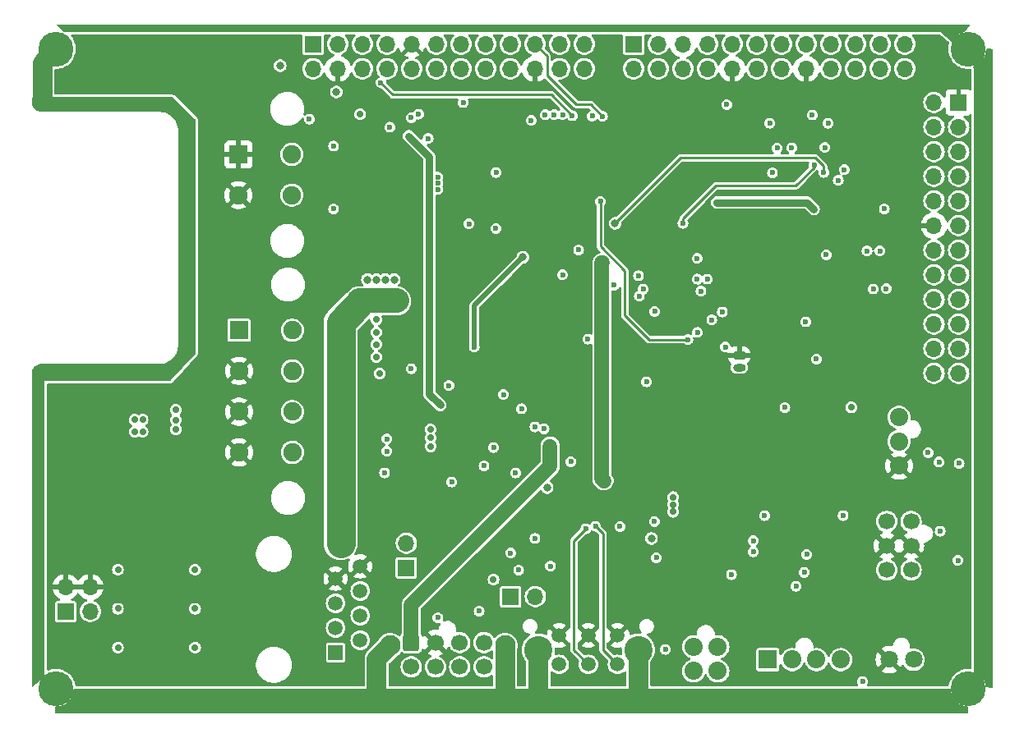
<source format=gbr>
%TF.GenerationSoftware,KiCad,Pcbnew,8.0.8*%
%TF.CreationDate,2025-02-06T17:20:13+00:00*%
%TF.ProjectId,mallow_adapt_v1.3,6d616c6c-6f77-45f6-9164-6170745f7631,rev?*%
%TF.SameCoordinates,Original*%
%TF.FileFunction,Copper,L2,Inr*%
%TF.FilePolarity,Positive*%
%FSLAX46Y46*%
G04 Gerber Fmt 4.6, Leading zero omitted, Abs format (unit mm)*
G04 Created by KiCad (PCBNEW 8.0.8) date 2025-02-06 17:20:13*
%MOMM*%
%LPD*%
G01*
G04 APERTURE LIST*
G04 Aperture macros list*
%AMRoundRect*
0 Rectangle with rounded corners*
0 $1 Rounding radius*
0 $2 $3 $4 $5 $6 $7 $8 $9 X,Y pos of 4 corners*
0 Add a 4 corners polygon primitive as box body*
4,1,4,$2,$3,$4,$5,$6,$7,$8,$9,$2,$3,0*
0 Add four circle primitives for the rounded corners*
1,1,$1+$1,$2,$3*
1,1,$1+$1,$4,$5*
1,1,$1+$1,$6,$7*
1,1,$1+$1,$8,$9*
0 Add four rect primitives between the rounded corners*
20,1,$1+$1,$2,$3,$4,$5,0*
20,1,$1+$1,$4,$5,$6,$7,0*
20,1,$1+$1,$6,$7,$8,$9,0*
20,1,$1+$1,$8,$9,$2,$3,0*%
G04 Aperture macros list end*
%TA.AperFunction,ComponentPad*%
%ADD10R,1.700000X1.700000*%
%TD*%
%TA.AperFunction,ComponentPad*%
%ADD11O,1.700000X1.700000*%
%TD*%
%TA.AperFunction,ComponentPad*%
%ADD12C,3.600000*%
%TD*%
%TA.AperFunction,ComponentPad*%
%ADD13C,2.909999*%
%TD*%
%TA.AperFunction,ComponentPad*%
%ADD14C,1.520000*%
%TD*%
%TA.AperFunction,ComponentPad*%
%ADD15C,1.875000*%
%TD*%
%TA.AperFunction,ComponentPad*%
%ADD16R,1.875000X1.875000*%
%TD*%
%TA.AperFunction,ComponentPad*%
%ADD17C,1.800000*%
%TD*%
%TA.AperFunction,ComponentPad*%
%ADD18C,1.500000*%
%TD*%
%TA.AperFunction,ComponentPad*%
%ADD19R,1.500000X1.500000*%
%TD*%
%TA.AperFunction,ComponentPad*%
%ADD20C,1.900000*%
%TD*%
%TA.AperFunction,ComponentPad*%
%ADD21R,1.900000X1.900000*%
%TD*%
%TA.AperFunction,ComponentPad*%
%ADD22C,2.100000*%
%TD*%
%TA.AperFunction,ComponentPad*%
%ADD23C,1.700000*%
%TD*%
%TA.AperFunction,ComponentPad*%
%ADD24RoundRect,0.250000X-0.600000X-0.600000X0.600000X-0.600000X0.600000X0.600000X-0.600000X0.600000X0*%
%TD*%
%TA.AperFunction,ComponentPad*%
%ADD25RoundRect,0.200000X-0.450000X0.200000X-0.450000X-0.200000X0.450000X-0.200000X0.450000X0.200000X0*%
%TD*%
%TA.AperFunction,ComponentPad*%
%ADD26O,1.300000X0.800000*%
%TD*%
%TA.AperFunction,ViaPad*%
%ADD27C,0.600000*%
%TD*%
%TA.AperFunction,ViaPad*%
%ADD28C,0.700000*%
%TD*%
%TA.AperFunction,ViaPad*%
%ADD29C,0.800000*%
%TD*%
%TA.AperFunction,Conductor*%
%ADD30C,0.400000*%
%TD*%
%TA.AperFunction,Conductor*%
%ADD31C,2.000000*%
%TD*%
%TA.AperFunction,Conductor*%
%ADD32C,0.250000*%
%TD*%
%TA.AperFunction,Conductor*%
%ADD33C,1.500000*%
%TD*%
%TA.AperFunction,Conductor*%
%ADD34C,0.500000*%
%TD*%
%TA.AperFunction,Conductor*%
%ADD35C,0.750000*%
%TD*%
%TA.AperFunction,Conductor*%
%ADD36C,2.500000*%
%TD*%
%TA.AperFunction,Conductor*%
%ADD37C,3.000000*%
%TD*%
G04 APERTURE END LIST*
D10*
%TO.N,Net-(JP3-Pin_1)*%
%TO.C,JP3*%
X45850010Y1525000D03*
D11*
%TO.N,/Rs485/RS485_A_K*%
X48390010Y1525000D03*
%TD*%
D12*
%TO.N,GND_CHASSIS*%
%TO.C,H1*%
X93000000Y58000000D03*
%TD*%
%TO.N,GND_CHASSIS*%
%TO.C,H4*%
X93000000Y-8000000D03*
%TD*%
%TO.N,GND_CHASSIS*%
%TO.C,H3*%
X-999990Y-8000000D03*
%TD*%
%TO.N,GND_CHASSIS*%
%TO.C,H2*%
X-999990Y58000000D03*
%TD*%
D13*
%TO.N,GND_CHASSIS*%
%TO.C,J5*%
X59000008Y-3974999D03*
X48700014Y-3974999D03*
D14*
%TO.N,GND*%
X56850010Y-2475000D03*
X53850011Y-2475000D03*
X50850012Y-2475000D03*
%TO.N,RS232_RX*%
X56850010Y-5474999D03*
%TO.N,RS232_TX*%
X53850011Y-5474999D03*
%TO.N,Net-(J5-Pin_1)*%
X50850012Y-5474999D03*
%TD*%
D15*
%TO.N,/Rs485/RS485_B_2*%
%TO.C,J4*%
X79850010Y-4975000D03*
%TO.N,/Rs485/RS485_A_2*%
X77350010Y-4975000D03*
%TO.N,/Rs485/RS485_B_1*%
X74850010Y-4975000D03*
D16*
%TO.N,/Rs485/RS485_A_1*%
X72350010Y-4975000D03*
%TD*%
D17*
%TO.N,ALARM*%
%TO.C,J3*%
X87350010Y-4975000D03*
%TO.N,GND*%
X84850010Y-4975000D03*
%TD*%
D10*
%TO.N,unconnected-(X19-Pin_1-Pad1)*%
%TO.C,X19*%
X58520009Y58499972D03*
D11*
%TO.N,unconnected-(X19-Pin_2-Pad2)*%
X58520009Y55959972D03*
%TO.N,unconnected-(X19-Pin_3-Pad3)*%
X61060009Y58499972D03*
%TO.N,unconnected-(X19-Pin_4-Pad4)*%
X61060009Y55959972D03*
%TO.N,GND*%
X63600009Y58499972D03*
%TO.N,unconnected-(X19-Pin_6-Pad6)*%
X63600009Y55959972D03*
%TO.N,unconnected-(X19-Pin_7-Pad7)*%
X66140009Y58499972D03*
%TO.N,unconnected-(X19-Pin_8-Pad8)*%
X66140009Y55959972D03*
%TO.N,unconnected-(X19-Pin_9-Pad9)*%
X68680009Y58499972D03*
%TO.N,GND*%
X68680009Y55959972D03*
%TO.N,unconnected-(X19-Pin_11-Pad11)*%
X71220009Y58499972D03*
%TO.N,unconnected-(X19-Pin_12-Pad12)*%
X71220009Y55959972D03*
%TO.N,unconnected-(X19-Pin_13-Pad13)*%
X73760009Y58499972D03*
%TO.N,unconnected-(X19-Pin_14-Pad14)*%
X73760009Y55959972D03*
%TO.N,unconnected-(X19-Pin_15-Pad15)*%
X76300009Y58499972D03*
%TO.N,GND*%
X76300009Y55959972D03*
%TO.N,UART_1_RX*%
X78840009Y58499972D03*
%TO.N,UART_1_TX*%
X78840009Y55959972D03*
%TO.N,/Connectors/UART_1_RTS*%
X81380009Y58499972D03*
%TO.N,/Connectors/UART_1_CTS*%
X81380009Y55959972D03*
%TO.N,UART_2_RX*%
X83920009Y58499972D03*
%TO.N,UART_2_TX*%
X83920009Y55959972D03*
%TO.N,UART_2_RTS*%
X86460009Y58499972D03*
%TO.N,UART_2_CTS*%
X86460009Y55959972D03*
%TD*%
D15*
%TO.N,GND*%
%TO.C,J8*%
X85850010Y15025000D03*
%TO.N,unconnected-(J8-Pin_2-Pad2)*%
X85850010Y17525000D03*
%TO.N,Net-(J8-Pin_1)*%
X85850010Y20025000D03*
%TD*%
D18*
%TO.N,GND*%
%TO.C,J9*%
X30350010Y4645000D03*
X27810010Y3375000D03*
%TO.N,/Rs485/RXD-*%
X30350010Y2105000D03*
%TO.N,/Rs485/RXD+*%
X27810010Y835000D03*
%TO.N,/Rs485/T{slash}R-*%
X30350010Y-435000D03*
%TO.N,/Rs485/RXD+*%
X27810010Y-1705000D03*
%TO.N,Net-(C60-Pad1)*%
X30350010Y-2975000D03*
D19*
X27810010Y-4245000D03*
%TD*%
D20*
%TO.N,Net-(IC2-SENSEN)*%
%TO.C,J1*%
X23300010Y42925000D03*
X23300010Y47125000D03*
%TO.N,GND*%
X17800010Y42925000D03*
D21*
X17800010Y47125000D03*
%TD*%
D22*
%TO.N,GND_CHASSIS*%
%TO.C,J6*%
X45269988Y-3514999D03*
X33430012Y-3514999D03*
D23*
%TO.N,/Connectors/BOOT{slash}*%
X43100010Y-5725000D03*
%TO.N,/Connectors/PROG{slash}*%
X40600010Y-5725000D03*
%TO.N,UART_2_RX_PROG*%
X38100010Y-5725000D03*
%TO.N,UART_2_TX_PROG*%
X35600010Y-5725000D03*
%TO.N,MOV_SENS*%
X43100010Y-3225000D03*
%TO.N,/Connectors/ADC1*%
X40600010Y-3225000D03*
%TO.N,GND*%
X38100010Y-3225000D03*
D24*
%TO.N,Net-(J6-Pin_1)*%
X35600010Y-3225000D03*
%TD*%
D10*
%TO.N,+5V*%
%TO.C,X10*%
X25500010Y58500000D03*
D11*
%TO.N,/Connectors/+3.3V*%
X25500010Y55960000D03*
%TO.N,Net-(X10-Pin_3)*%
X28040010Y58500000D03*
%TO.N,GND*%
X28040010Y55960000D03*
%TO.N,/Connectors/ADC1*%
X30580010Y58500000D03*
%TO.N,/Connectors/ADC2*%
X30580010Y55960000D03*
%TO.N,/Connectors/ADC3*%
X33120010Y58500000D03*
%TO.N,/Connectors/ADC4*%
X33120010Y55960000D03*
%TO.N,GND*%
X35660010Y58500000D03*
%TO.N,/Connectors/i2C_1_SDA*%
X35660010Y55960000D03*
%TO.N,/Connectors/i2C_1_SCL*%
X38200010Y58500000D03*
%TO.N,unconnected-(X10-Pin_12-Pad12)*%
X38200010Y55960000D03*
%TO.N,unconnected-(X10-Pin_13-Pad13)*%
X40740010Y58500000D03*
%TO.N,unconnected-(X10-Pin_14-Pad14)*%
X40740010Y55960000D03*
%TO.N,unconnected-(X10-Pin_15-Pad15)*%
X43280010Y58500000D03*
%TO.N,unconnected-(X10-Pin_16-Pad16)*%
X43280010Y55960000D03*
%TO.N,unconnected-(X10-Pin_17-Pad17)*%
X45820010Y58500000D03*
%TO.N,/Connectors/PWM1*%
X45820010Y55960000D03*
%TO.N,/Connectors/PWM2*%
X48360010Y58500000D03*
%TO.N,GND*%
X48360010Y55960000D03*
%TO.N,/Connectors/PROG{slash}*%
X50900010Y58500000D03*
%TO.N,Kerong*%
X50900010Y55960000D03*
%TO.N,/Connectors/DC{slash}DC_EN*%
X53440010Y58500000D03*
%TO.N,Net-(X10-Pin_24)*%
X53440010Y55960000D03*
%TD*%
D20*
%TO.N,+24V*%
%TO.C,J10*%
X23362511Y16400000D03*
X23362511Y20600000D03*
%TO.N,Net-(IC1-OUT_1)*%
X23362511Y24800000D03*
X23362511Y29000000D03*
%TO.N,GND*%
X17862511Y16400000D03*
X17862511Y20600000D03*
X17862511Y24800000D03*
D21*
%TO.N,/Connectors/PRT_PWR*%
X17862511Y29000000D03*
%TD*%
D15*
%TO.N,/Connectors/FB*%
%TO.C,J2*%
X67190010Y-6155000D03*
%TO.N,/Connectors/Led*%
X67190010Y-3655000D03*
%TO.N,/Connectors/FB*%
X64690010Y-6155000D03*
%TO.N,/Connectors/Led*%
X64690010Y-3655000D03*
%TD*%
D10*
%TO.N,+12V*%
%TO.C,X5*%
X38Y4D03*
D11*
X2540038Y4D03*
%TO.N,GND*%
X38Y2540004D03*
X2540038Y2540004D03*
%TD*%
D10*
%TO.N,GND*%
%TO.C,X16*%
X92000002Y52499976D03*
D11*
%TO.N,Net-(JP2-A)*%
X89460002Y52499976D03*
%TO.N,unconnected-(X16-Pin_3-Pad3)*%
X92000002Y49959976D03*
%TO.N,unconnected-(X16-Pin_4-Pad4)*%
X89460002Y49959976D03*
%TO.N,WAKE_PIN*%
X92000002Y47419976D03*
%TO.N,unconnected-(X16-Pin_6-Pad6)*%
X89460002Y47419976D03*
%TO.N,/Connectors/CTRL_SLEEP*%
X92000002Y44879976D03*
%TO.N,unconnected-(X16-Pin_8-Pad8)*%
X89460002Y44879976D03*
%TO.N,/Connectors/CTRL_RESET*%
X92000002Y42339976D03*
%TO.N,unconnected-(X16-Pin_10-Pad10)*%
X89460002Y42339976D03*
%TO.N,unconnected-(X16-Pin_11-Pad11)*%
X92000002Y39799976D03*
%TO.N,GND*%
X89460002Y39799976D03*
%TO.N,/Connectors/SCANNER_EN*%
X92000002Y37259976D03*
%TO.N,/Connectors/PRT_CTRL*%
X89460002Y37259976D03*
%TO.N,/Connectors/SENS_EN*%
X92000002Y34719976D03*
%TO.N,/Connectors/BOOT{slash}*%
X89460002Y34719976D03*
%TO.N,unconnected-(X16-Pin_17-Pad17)*%
X92000002Y32179976D03*
%TO.N,unconnected-(X16-Pin_18-Pad18)*%
X89460002Y32179976D03*
%TO.N,unconnected-(X16-Pin_19-Pad19)*%
X92000002Y29639976D03*
%TO.N,unconnected-(X16-Pin_20-Pad20)*%
X89460002Y29639976D03*
%TO.N,unconnected-(X16-Pin_21-Pad21)*%
X92000002Y27099976D03*
%TO.N,unconnected-(X16-Pin_22-Pad22)*%
X89460002Y27099976D03*
%TO.N,unconnected-(X16-Pin_23-Pad23)*%
X92000002Y24559976D03*
%TO.N,unconnected-(X16-Pin_24-Pad24)*%
X89460002Y24559976D03*
%TD*%
D23*
%TO.N,Net-(J7-Pin_6)*%
%TO.C,J7*%
X84600010Y4275000D03*
%TO.N,GND*%
X84600010Y6775000D03*
%TO.N,Net-(J7-Pin_4)*%
X84600010Y9275000D03*
%TO.N,/Connectors/BAT1_in*%
X87100010Y4275000D03*
%TO.N,GND*%
X87100010Y6775000D03*
%TO.N,/Connectors/BAT2_in*%
X87100010Y9275000D03*
%TD*%
D25*
%TO.N,GND*%
%TO.C,J11*%
X69400010Y26400000D03*
D26*
%TO.N,TOUCH_INT*%
X69400010Y25150000D03*
%TD*%
D10*
%TO.N,/Rs485/T{slash}R-*%
%TO.C,JP1*%
X35100010Y4500000D03*
D11*
%TO.N,/Rs485/RXD-*%
X35100010Y7040000D03*
%TD*%
D27*
%TO.N,+1V8*%
X78550010Y50350000D03*
%TO.N,TOUCH_INT*%
X78225010Y47850000D03*
X76916952Y51208058D03*
%TO.N,+1V8*%
X72550010Y50350000D03*
D28*
%TO.N,+12V*%
X5387506Y4275000D03*
X5387506Y275000D03*
X5387506Y-3725000D03*
X13337506Y-3725000D03*
X13337506Y275000D03*
X13337506Y4275000D03*
D27*
%TO.N,GND*%
X59600010Y51275000D03*
X56600010Y51025000D03*
X56100010Y46025000D03*
X49850010Y38775000D03*
X49850010Y41775000D03*
X49850010Y44775000D03*
X49850010Y47775000D03*
X46350010Y44775000D03*
X46350010Y47775000D03*
X71350010Y-925000D03*
X87350010Y775000D03*
X84350010Y775000D03*
X81850010Y22775000D03*
X69350010Y10775000D03*
X70850010Y19275000D03*
X70850010Y24275000D03*
X67350010Y19275000D03*
X63850010Y19275000D03*
X63850010Y24275000D03*
X-149990Y21275000D03*
X-149990Y13275000D03*
X2850010Y13275000D03*
X5850010Y13275000D03*
X8850010Y9275000D03*
X5850010Y9275000D03*
X2850010Y9275000D03*
X-149990Y9275000D03*
X25073975Y-5791814D03*
X39600010Y2275000D03*
X76100010Y40025000D03*
X67850010Y46075000D03*
X58176512Y40393705D03*
X41250010Y50275000D03*
X30600010Y10275000D03*
X26100010Y13525000D03*
X78600010Y-725000D03*
X81779305Y50989992D03*
X90694964Y30888058D03*
X82850010Y31275000D03*
X49600010Y8275000D03*
X74441602Y11151110D03*
X61768594Y40445974D03*
X34100010Y-1725000D03*
X67947241Y41088303D03*
X38350010Y48025000D03*
X56850010Y18275000D03*
X39350010Y42525000D03*
X85600010Y25775000D03*
X84350010Y22775000D03*
X89100010Y12525000D03*
X58100010Y42775000D03*
X70850010Y26275000D03*
X91350010Y-3475000D03*
X84600010Y16275000D03*
X90650699Y46172688D03*
X90710790Y25649737D03*
X30600010Y22525000D03*
X49600010Y10275000D03*
X49600010Y26025000D03*
X78270178Y11132791D03*
X73850010Y37275000D03*
X86350010Y35525000D03*
X84850010Y53275000D03*
X72050010Y44625000D03*
X58322037Y12643333D03*
X57100010Y57275000D03*
X92980275Y13854027D03*
X90701388Y35997476D03*
X74850010Y38775000D03*
X48688281Y5248345D03*
X36192652Y38275000D03*
X38600010Y37775000D03*
X63350010Y47525000D03*
X81681102Y47955329D03*
X43831946Y20445267D03*
X59850010Y22275000D03*
X52100010Y11275000D03*
X36850010Y-725000D03*
X49100010Y33525000D03*
X17610865Y-5947211D03*
X46850010Y23025000D03*
X76108513Y-2024955D03*
X56600010Y28275000D03*
X33350010Y21275000D03*
X60350010Y38525000D03*
X74007413Y15926977D03*
X53850010Y15275000D03*
X72014642Y6149745D03*
X87600010Y23775000D03*
X70100010Y39275000D03*
X42850010Y11025000D03*
X92980275Y18144637D03*
X77707615Y42692459D03*
X90710790Y22642846D03*
X32450010Y35805220D03*
X90850010Y7025000D03*
X40355762Y25551814D03*
X34350010Y47775000D03*
X72600010Y41275000D03*
X57435796Y13561226D03*
X68960089Y39959400D03*
X90679138Y28292636D03*
X36550010Y35732799D03*
X19150979Y-4432708D03*
X40350010Y40775000D03*
X42445588Y17236243D03*
X68100010Y25525000D03*
X46850010Y28275000D03*
X39103327Y9246139D03*
X62600010Y29275000D03*
X73547046Y-725000D03*
X41850010Y54775000D03*
X62350010Y54525000D03*
X59813372Y40439867D03*
X79579387Y34028803D03*
X77850010Y15775000D03*
X38473404Y46208486D03*
X30600010Y11775000D03*
X60350010Y46025000D03*
X54105051Y12717511D03*
X44450010Y42075000D03*
X91350010Y-1225000D03*
X32350010Y41525000D03*
X26100010Y22775000D03*
X53100010Y30025000D03*
X64850010Y54525000D03*
X29850010Y42775000D03*
X84600010Y13775000D03*
X29850010Y46525000D03*
X75100010Y22525000D03*
X53850010Y21025000D03*
X26100010Y12025000D03*
X58398859Y3958186D03*
X35867706Y46084819D03*
X25850010Y31025000D03*
X54290005Y3943137D03*
X45850010Y7775000D03*
X56600010Y24275000D03*
X90650699Y43561440D03*
X58642242Y26159690D03*
X45850010Y13025000D03*
X67850010Y47525000D03*
X64850010Y31475000D03*
X26100010Y24775000D03*
X39453431Y54809864D03*
X87350010Y12525000D03*
X53051160Y32389308D03*
X72350010Y54525000D03*
X77200010Y47575000D03*
X30600010Y13275000D03*
X91350010Y20025000D03*
X77100010Y22525000D03*
X44600010Y54775000D03*
%TO.N,GND_CHASSIS*%
X73050010Y-9325000D03*
X69050010Y-9325000D03*
X-2849990Y-2225000D03*
X2600010Y24775000D03*
X7001363Y60116993D03*
X63050010Y-9325000D03*
X94550010Y23775000D03*
X12450010Y39775000D03*
X94550010Y21775000D03*
X13001363Y60116993D03*
X8600010Y24775000D03*
X11850010Y26025000D03*
X65001363Y60116993D03*
X-2849990Y5775000D03*
X31001363Y60116993D03*
X57050010Y-9325000D03*
X25001363Y60116993D03*
X4600010Y24775000D03*
X-2399990Y52275000D03*
X61050010Y-9325000D03*
X23050010Y-9325000D03*
X5650010Y52275000D03*
X63001363Y60116993D03*
X87050010Y-9325000D03*
X94550010Y15775000D03*
X-2849990Y11775000D03*
X59050010Y-9325000D03*
X94550010Y39775000D03*
X27050010Y-9325000D03*
X87001363Y60116993D03*
X69001363Y60116993D03*
X-2849990Y-225000D03*
X94550010Y7775000D03*
X7050010Y-9325000D03*
X12450010Y43775000D03*
X12452252Y27764776D03*
X59001363Y60116993D03*
X7650010Y52275000D03*
X43001363Y60116993D03*
X29050010Y-9325000D03*
X3650010Y52275000D03*
X-2849990Y1775000D03*
X11050010Y-9325000D03*
X77001363Y60116993D03*
X94550010Y31775000D03*
X51001363Y60116993D03*
X77050010Y-9325000D03*
X11001363Y60116993D03*
X94550010Y51775000D03*
X94550010Y11775000D03*
X39001363Y60116993D03*
X94550010Y5775000D03*
X-2399990Y54275000D03*
X-2849990Y7775000D03*
X11600010Y51525000D03*
X-2849990Y13775000D03*
X57001363Y60116993D03*
X94550010Y43775000D03*
X19050010Y-9325000D03*
X37050010Y-9325000D03*
X12450010Y47775000D03*
X12450010Y33775000D03*
X23001363Y60116993D03*
X83001363Y60116993D03*
X5001363Y60116993D03*
X47050010Y-9325000D03*
X94550010Y3775000D03*
X15050010Y-9325000D03*
X-2849990Y-4225000D03*
X94548774Y-224999D03*
X49050010Y-9325000D03*
X71050010Y-9325000D03*
X81001363Y60116993D03*
X89001363Y60116993D03*
X19001363Y60116993D03*
X41001363Y60116993D03*
X21050010Y-9325000D03*
X43050010Y-9325000D03*
X12450010Y49775000D03*
X6600010Y24775000D03*
X94550010Y27775000D03*
X12450010Y41775000D03*
X-2849990Y15775000D03*
X41050010Y-9325000D03*
X3001363Y60116993D03*
X17001363Y60116993D03*
X94550010Y49775000D03*
X94550010Y41775000D03*
X-2849990Y9775000D03*
X37001363Y60116993D03*
X61001363Y60116993D03*
X53050010Y-9325000D03*
X94550010Y45775000D03*
X35050010Y-9325000D03*
X-2849990Y23775000D03*
X94550010Y53775000D03*
X94550010Y17775000D03*
X75001363Y60116993D03*
X45001363Y60116993D03*
X94550010Y1775000D03*
X-1399990Y24775000D03*
X65050010Y-9325000D03*
X94550010Y19775000D03*
X12452252Y29764776D03*
X-2849990Y21775000D03*
X21001363Y60116993D03*
X79001363Y60116993D03*
X1650010Y52275000D03*
X71001363Y60116993D03*
X73001363Y60116993D03*
X29001363Y60116993D03*
X33001363Y60116993D03*
X94550010Y35775000D03*
X94550010Y33775000D03*
X12450010Y37775000D03*
X89050010Y-9325000D03*
X13050010Y-9325000D03*
X9050010Y-9325000D03*
X27001363Y60116993D03*
X-2849990Y17775000D03*
X94550010Y25775000D03*
X12450010Y45775000D03*
X94548774Y-4224999D03*
X15001363Y60116993D03*
X94550010Y37775000D03*
X85050010Y-9325000D03*
X12450010Y35775000D03*
X5050010Y-9325000D03*
X9001363Y60116993D03*
X81050010Y-9325000D03*
X35001363Y60116993D03*
X51050010Y-9325000D03*
X94548774Y-2224999D03*
X94550010Y13775000D03*
X-2849990Y3775000D03*
X67001363Y60116993D03*
X9650010Y52275000D03*
X-2849990Y19775000D03*
X600010Y24775000D03*
X75050010Y-9325000D03*
X94550010Y9775000D03*
X33050010Y-9325000D03*
X85001363Y60116993D03*
X94550010Y29775000D03*
X-349990Y52275000D03*
X79050010Y-9325000D03*
X45050010Y-9325000D03*
X55001363Y60116993D03*
X49001363Y60116993D03*
X31050010Y-9325000D03*
X39050010Y-9325000D03*
X67050010Y-9325000D03*
X53001363Y60116993D03*
X17050010Y-9325000D03*
X10600010Y24775000D03*
X47001363Y60116993D03*
X83050010Y-9325000D03*
X94550010Y47775000D03*
X55050010Y-9325000D03*
X12450010Y31775000D03*
X25050010Y-9325000D03*
%TO.N,WAKE_PIN*%
X79600010Y44455751D03*
D28*
%TO.N,+5V*%
X80925010Y21025000D03*
D29*
X22100010Y56275000D03*
X60350010Y7525000D03*
D27*
%TO.N,/Connectors/ADC1*%
X39783068Y13341942D03*
X25100010Y50775000D03*
D29*
%TO.N,/Connectors/+3.3V*%
X27892510Y53567500D03*
D27*
X92050010Y15275000D03*
%TO.N,/Connectors/ADC4*%
X91925839Y5250000D03*
X89975010Y15400000D03*
X51208068Y51233058D03*
%TO.N,/Connectors/ADC3*%
X32475010Y54525000D03*
X90100010Y8275000D03*
X52200010Y51125000D03*
%TO.N,UART_2_RX*%
X83875010Y37175000D03*
%TO.N,UART_2_TX*%
X82550010Y37175000D03*
%TO.N,Net-(JP2-A)*%
X68100010Y52275000D03*
%TO.N,+3.3VP*%
X44325010Y39500000D03*
X38350010Y44775000D03*
X42100010Y27275000D03*
X38350010Y44150000D03*
X57100010Y8750000D03*
X65050010Y36400000D03*
X48350010Y7525000D03*
X45100010Y22349549D03*
D29*
X55250010Y19775000D03*
D27*
X76250010Y29875000D03*
X55268510Y35956500D03*
D29*
X47100010Y36525000D03*
D27*
X38350010Y43525000D03*
D29*
X55450010Y13475000D03*
D28*
%TO.N,/Connectors/PRT_PWR*%
X11352510Y19740483D03*
X11350010Y20775000D03*
X11350010Y18775000D03*
D29*
%TO.N,/Rs485/RS485_V+*%
X49600010Y12775000D03*
D27*
X76100010Y4025000D03*
D28*
X44075010Y3275000D03*
D27*
X72000010Y9875000D03*
X80100010Y9875000D03*
D28*
%TO.N,Net-(C60-Pad1)*%
X37600010Y17900000D03*
X37600010Y17025000D03*
X37600010Y18775000D03*
%TO.N,+1V8*%
X67100010Y42175000D03*
D27*
X77087510Y41487500D03*
X78350010Y36775000D03*
X40968782Y52479944D03*
X72815390Y45240380D03*
D28*
X30350010Y51275000D03*
D27*
X84350010Y41525000D03*
D29*
%TO.N,+BATT+*%
X32016676Y34215000D03*
D28*
X32350010Y24525000D03*
D27*
X27600010Y41525000D03*
D29*
X31100010Y34215000D03*
X33850010Y34215000D03*
X32933342Y34215000D03*
D27*
%TO.N,+1V8_SB*%
X35350010Y49025000D03*
X38600010Y21275000D03*
X37475010Y33214998D03*
%TO.N,Net-(D8-K)*%
X33385706Y49935760D03*
%TO.N,+24V*%
X33100010Y16525000D03*
D28*
X7100010Y18525000D03*
X7929010Y18525000D03*
D27*
X33100010Y17775000D03*
D28*
X7100010Y19775000D03*
X7929010Y19775000D03*
D29*
%TO.N,+12V*%
X32100010Y31675000D03*
X28350010Y11025000D03*
X33100010Y31675000D03*
X28350010Y8025000D03*
X28350010Y10025000D03*
X28350010Y7025000D03*
X31100010Y31675000D03*
D28*
X62600010Y11025000D03*
X62604058Y10275000D03*
D29*
X34100010Y31675000D03*
D28*
X62600010Y11775000D03*
%TO.N,Net-(IC1-OUT_1)*%
X32000010Y27535000D03*
X32000010Y28785000D03*
X32000010Y26235000D03*
X32000010Y30085000D03*
D27*
%TO.N,/Rs485/RS485_A_K*%
X46675010Y4275000D03*
%TO.N,/Rs485/RS485_A_1*%
X76350010Y5875000D03*
%TO.N,/Rs485/RS485_B_1*%
X75250010Y2600000D03*
%TO.N,Net-(D7-A)*%
X35600010Y25025000D03*
%TO.N,i2C_1_SCL_H*%
X36350010Y51275000D03*
X49411535Y51213475D03*
%TO.N,RS232_RX*%
X54600010Y8775000D03*
%TO.N,RS232_TX*%
X53600010Y8525000D03*
%TO.N,/UARTs/UART_2_TX_H*%
X66100010Y34275000D03*
X59500011Y33255762D03*
%TO.N,UART_2_TX_PROG*%
X60693632Y30931378D03*
X70850010Y6150000D03*
X61791952Y-3916942D03*
X59100010Y32525000D03*
%TO.N,RS232_EN*%
X54250010Y51075000D03*
X52050010Y15450000D03*
X53797400Y28077610D03*
X49950008Y4675000D03*
%TO.N,/Rs485/UART_1_TX_H*%
X48350010Y19025000D03*
%TO.N,/Connectors/SCANNER_EN*%
X60650010Y9275000D03*
%TO.N,Kerong*%
X32850010Y14275000D03*
X46350010Y14275000D03*
X52850010Y37275000D03*
%TO.N,/Connectors/SENS_EN*%
X67975010Y27275000D03*
%TO.N,/Watchdog/WD{slash}INT*%
X44350010Y45275000D03*
%TO.N,WD_OUT*%
X41550010Y39975000D03*
X39479452Y23279442D03*
%TO.N,A_MUX_OUT*%
X63600010Y40025000D03*
X77100010Y46025000D03*
%TO.N,B_MUX_OUT*%
X78100010Y45275000D03*
D29*
X56600010Y40025000D03*
D27*
%TO.N,/Rs485/UART_1_RX_H*%
X46975010Y20900000D03*
%TO.N,/Rs485/RS485_B_K*%
X45850010Y6025000D03*
%TO.N,UART_2_RX_PROG*%
X70850010Y7275000D03*
X38350010Y-649999D03*
%TO.N,/Connectors/PWM2*%
X64100010Y28025000D03*
X55304037Y51070974D03*
X55100010Y42275000D03*
X74100010Y21025000D03*
%TO.N,/Connectors/PWM1*%
X47965390Y50625000D03*
X59850010Y23675000D03*
X51197627Y34706501D03*
%TO.N,MOV_SENS*%
X74800010Y47825000D03*
X49283068Y18841942D03*
%TO.N,ALARM*%
X73300010Y47775000D03*
%TO.N,TOUCH_INT*%
X80225010Y45550000D03*
X77350010Y26025000D03*
%TO.N,i2C_1_SDA_H*%
X35600010Y50925000D03*
X50337271Y51219971D03*
X37350010Y48775000D03*
%TO.N,Net-(IC2-SENSEN)*%
X27600010Y47987500D03*
%TO.N,Net-(J6-Pin_1)*%
X49908068Y17025000D03*
%TO.N,UART_2_RX_2*%
X65050010Y34275000D03*
X67650010Y30875000D03*
X65450010Y33025000D03*
%TO.N,UART_2_TX_1*%
X56500010Y33642910D03*
X66567538Y30073587D03*
%TO.N,UART_2_TX_2*%
X65100010Y28775000D03*
X59015390Y34609620D03*
%TO.N,UART_2_RTS*%
X83197789Y33260148D03*
%TO.N,UART_2_CTS*%
X84550010Y33275000D03*
%TO.N,/Connectors/Led*%
X68600010Y3775000D03*
%TO.N,Net-(IC4-DIM)*%
X60850010Y5525000D03*
%TO.N,/Connectors/PROG{slash}*%
X43100010Y15025000D03*
X42600010Y25000D03*
%TO.N,/Connectors/BOOT{slash}*%
X88865010Y16377802D03*
X82100010Y-7225000D03*
%TO.N,Net-(C12-Pad1)*%
X44088454Y16902116D03*
%TD*%
D30*
%TO.N,GND*%
X35660010Y58500000D02*
X34435010Y57275000D01*
X34435010Y57275000D02*
X34250010Y57275000D01*
X35660010Y58500000D02*
X36850010Y57310000D01*
D31*
%TO.N,GND_CHASSIS*%
X-2399990Y52528601D02*
X-2395286Y52528514D01*
X45269988Y-9105022D02*
X45050010Y-9325000D01*
X-999990Y57975000D02*
X-2399990Y56575000D01*
X-999990Y58000000D02*
X-999990Y57975000D01*
X45269988Y-3514999D02*
X45269988Y-9105022D01*
X32050010Y-4895001D02*
X32050010Y-8525000D01*
X-2399990Y56575000D02*
X-2399990Y52528601D01*
X48700014Y-3974999D02*
X48700014Y-8975004D01*
X48700014Y-8975004D02*
X49050010Y-9325000D01*
X33430012Y-3514999D02*
X32050010Y-4895001D01*
X59000008Y-3974999D02*
X59000008Y-9274998D01*
X59000008Y-9274998D02*
X59050010Y-9325000D01*
D32*
%TO.N,/Connectors/ADC3*%
X33725010Y53275000D02*
X32475010Y54525000D01*
X50050010Y53275000D02*
X33725010Y53275000D01*
X52200010Y51125000D02*
X50050010Y53275000D01*
D33*
%TO.N,+3.3VP*%
X55250010Y19775000D02*
X55250010Y35938000D01*
D34*
X42100010Y27275000D02*
X42100010Y31525000D01*
D33*
X55450010Y13475000D02*
X55250010Y13675000D01*
X55250010Y13675000D02*
X55250010Y19775000D01*
D34*
X42100010Y31525000D02*
X47100010Y36525000D01*
D33*
X55250010Y35938000D02*
X55268510Y35956500D01*
D35*
%TO.N,+1V8*%
X67100010Y42175000D02*
X76400010Y42175000D01*
X76400010Y42175000D02*
X77087510Y41487500D01*
%TO.N,+1V8_SB*%
X37475010Y22400000D02*
X37475010Y46900000D01*
X38600010Y21275000D02*
X37475010Y22400000D01*
X37475010Y46900000D02*
X35350010Y49025000D01*
D36*
%TO.N,+12V*%
X34100010Y32025000D02*
X30250010Y32025000D01*
D37*
X28350010Y29775000D02*
X30100010Y31525000D01*
X28350010Y10025000D02*
X28350010Y11025000D01*
X28350010Y9025000D02*
X28350010Y10025000D01*
X28350010Y7025000D02*
X28350010Y8025000D01*
X28350010Y11025000D02*
X28350010Y29775000D01*
X28350010Y8025000D02*
X28350010Y9025000D01*
D33*
X30250010Y31675000D02*
X30100010Y31525000D01*
D32*
%TO.N,RS232_RX*%
X55359261Y-3984250D02*
X56850010Y-5474999D01*
X55359261Y8015749D02*
X55359261Y-3984250D01*
X54600010Y8775000D02*
X55359261Y8015749D01*
%TO.N,RS232_TX*%
X52352333Y-3977321D02*
X53850011Y-5474999D01*
X52352333Y7277323D02*
X52352333Y-3977321D01*
X53600010Y8525000D02*
X52352333Y7277323D01*
%TO.N,A_MUX_OUT*%
X63600010Y40525000D02*
X63600010Y40025000D01*
X66975010Y43900000D02*
X63600010Y40525000D01*
X77100010Y46025000D02*
X77100010Y45775000D01*
X77100010Y45775000D02*
X75225010Y43900000D01*
X75225010Y43900000D02*
X66975010Y43900000D01*
%TO.N,B_MUX_OUT*%
X77233894Y46775000D02*
X63350010Y46775000D01*
X63350010Y46775000D02*
X56600010Y40025000D01*
X78100010Y45275000D02*
X78100010Y45908884D01*
X78100010Y45908884D02*
X77233894Y46775000D01*
%TO.N,/Connectors/PWM2*%
X49600010Y55275000D02*
X49600010Y57260000D01*
X57600010Y30525000D02*
X57600010Y35145280D01*
X54100011Y52275000D02*
X52600010Y52275000D01*
X49600010Y57260000D02*
X48360010Y58500000D01*
X55100010Y37645280D02*
X55100010Y42275000D01*
X64100010Y28025000D02*
X60100010Y28025000D01*
X55304037Y51070974D02*
X54100011Y52275000D01*
X52600010Y52275000D02*
X49600010Y55275000D01*
X57600010Y35145280D02*
X55100010Y37645280D01*
X60100010Y28025000D02*
X57600010Y30525000D01*
D33*
%TO.N,Net-(J6-Pin_1)*%
X35600010Y684189D02*
X49908068Y14992247D01*
X49908068Y14992247D02*
X49908068Y17025000D01*
X35600010Y-3225000D02*
X35600010Y684189D01*
%TD*%
%TA.AperFunction,Conductor*%
%TO.N,GND_CHASSIS*%
G36*
X91184136Y-8014352D02*
G01*
X91198351Y-8045338D01*
X91215113Y-8269022D01*
X91215115Y-8269034D01*
X91275145Y-8532046D01*
X91373710Y-8783184D01*
X91508600Y-9016820D01*
X91508601Y-9016821D01*
X91562294Y-9084150D01*
X91705747Y-8940696D01*
X91779588Y-9042330D01*
X91957670Y-9220412D01*
X92059300Y-9294250D01*
X91914848Y-9438703D01*
X92097479Y-9563218D01*
X92340535Y-9680268D01*
X92340548Y-9680273D01*
X92598336Y-9759789D01*
X92865111Y-9800000D01*
X92919392Y-9800000D01*
X92954040Y-9814352D01*
X92968392Y-9849000D01*
X92968385Y-9849837D01*
X92958105Y-10451337D01*
X92943163Y-10485735D01*
X92909112Y-10499500D01*
X-1076592Y-10499500D01*
X-1111240Y-10485148D01*
X-1125592Y-10450500D01*
X-1125528Y-10447990D01*
X-1094682Y-9846489D01*
X-1078574Y-9812623D01*
X-1045746Y-9800000D01*
X-865101Y-9800000D01*
X-598327Y-9759789D01*
X-340539Y-9680273D01*
X-340537Y-9680272D01*
X-97469Y-9563217D01*
X85159Y-9438702D01*
X-59292Y-9294251D01*
X42340Y-9220412D01*
X220422Y-9042330D01*
X294262Y-8940698D01*
X437714Y-9084150D01*
X437715Y-9084149D01*
X491402Y-9016829D01*
X491409Y-9016820D01*
X626299Y-8783184D01*
X724864Y-8532046D01*
X784894Y-8269034D01*
X784896Y-8269022D01*
X801659Y-8045338D01*
X818560Y-8011859D01*
X850522Y-8000000D01*
X91149488Y-8000000D01*
X91184136Y-8014352D01*
G37*
%TD.AperFunction*%
%TD*%
%TA.AperFunction,Conductor*%
%TO.N,GND_CHASSIS*%
G36*
X11115687Y53005315D02*
G01*
X11136329Y52988681D01*
X13313691Y50811319D01*
X13347176Y50749996D01*
X13350010Y50723638D01*
X13350010Y26572940D01*
X13330325Y26505901D01*
X13317763Y26489529D01*
X10886909Y23815589D01*
X10827248Y23779225D01*
X10795156Y23775000D01*
X-3499490Y23775000D01*
X-3499490Y24513131D01*
X-3498888Y24525336D01*
X-3485352Y24662192D01*
X-3483254Y24683404D01*
X-3479307Y24704471D01*
X-3437819Y24853345D01*
X-3430300Y24873421D01*
X-3363776Y25012916D01*
X-3352907Y25031398D01*
X-3263341Y25157341D01*
X-3249450Y25173675D01*
X-3139518Y25282297D01*
X-3123022Y25295990D01*
X-2996003Y25384052D01*
X-2977408Y25394689D01*
X-2837121Y25459538D01*
X-2816957Y25466816D01*
X-2667588Y25506521D01*
X-2646471Y25510215D01*
X-2505003Y25522497D01*
X-2487286Y25524035D01*
X-2476561Y25524500D01*
X-2408650Y25524500D01*
X-2407187Y25524599D01*
X9647393Y25540450D01*
X9663036Y25538730D01*
X9663057Y25538963D01*
X9671152Y25538238D01*
X9671154Y25538237D01*
X9671155Y25538238D01*
X9671156Y25538237D01*
X9675951Y25538437D01*
X9724478Y25540452D01*
X9729387Y25540558D01*
X9782772Y25540627D01*
X9782777Y25540629D01*
X9790830Y25541699D01*
X9790859Y25541476D01*
X9806394Y25543865D01*
X9860325Y25546135D01*
X9860327Y25546136D01*
X9860333Y25546136D01*
X10103746Y25587502D01*
X10339973Y25659325D01*
X10565217Y25760450D01*
X10775861Y25889254D01*
X10968521Y26043667D01*
X11140103Y26221209D01*
X11287849Y26419028D01*
X11409387Y26633946D01*
X11502765Y26862511D01*
X11566482Y27101052D01*
X11599515Y27345736D01*
X11599907Y27395250D01*
X11600541Y27404386D01*
X11600509Y27470648D01*
X11600512Y27471625D01*
X11600981Y27535074D01*
X11600980Y27535076D01*
X11601004Y27538236D01*
X11600473Y27546778D01*
X11590057Y49564864D01*
X11591802Y49580665D01*
X11591604Y49580682D01*
X11592329Y49588772D01*
X11591198Y49615987D01*
X11590124Y49641845D01*
X11590018Y49646856D01*
X11589994Y49699968D01*
X11589992Y49699975D01*
X11588929Y49708028D01*
X11589091Y49708050D01*
X11586650Y49723972D01*
X11584356Y49778440D01*
X11542825Y50022816D01*
X11542824Y50022820D01*
X11542822Y50022828D01*
X11470716Y50259979D01*
X11369191Y50486109D01*
X11324681Y50558900D01*
X11239876Y50697588D01*
X11084852Y50891010D01*
X10906608Y51063270D01*
X10708006Y51211600D01*
X10492244Y51333616D01*
X10492241Y51333618D01*
X10492238Y51333619D01*
X10290803Y51415914D01*
X10262765Y51427369D01*
X10023284Y51491337D01*
X9777636Y51524501D01*
X9777631Y51524502D01*
X9727629Y51524900D01*
X9718980Y51525500D01*
X9715902Y51525500D01*
X9652308Y51525500D01*
X9651393Y51525503D01*
X9584378Y51525998D01*
X9576336Y51525500D01*
X-2415172Y51525500D01*
X-2415217Y51525503D01*
X-2423456Y51525503D01*
X-2438053Y51525503D01*
X-2483941Y51525501D01*
X-2494748Y51525973D01*
X-2653946Y51539896D01*
X-2675234Y51543648D01*
X-2824365Y51583604D01*
X-2844676Y51590997D01*
X-2984593Y51656238D01*
X-3003314Y51667046D01*
X-3129774Y51755593D01*
X-3146332Y51769487D01*
X-3255501Y51878656D01*
X-3269389Y51895207D01*
X-3357946Y52021681D01*
X-3368751Y52040398D01*
X-3433990Y52180311D01*
X-3441383Y52200622D01*
X-3481340Y52349757D01*
X-3485090Y52371030D01*
X-3499020Y52530322D01*
X-3499490Y52541109D01*
X-3499487Y52601532D01*
X-3499489Y52601536D01*
X-3499488Y52611499D01*
X-3499492Y52611537D01*
X-3499492Y52901003D01*
X-3479807Y52968039D01*
X-3427003Y53013794D01*
X-3375492Y53025000D01*
X11048648Y53025000D01*
X11115687Y53005315D01*
G37*
%TD.AperFunction*%
%TD*%
%TA.AperFunction,Conductor*%
%TO.N,GND_CHASSIS*%
G36*
X93112307Y60485148D02*
G01*
X93126659Y60450500D01*
X93115922Y60419890D01*
X92593819Y59767263D01*
X92569999Y59751050D01*
X92340548Y59680274D01*
X92340535Y59680269D01*
X92097477Y59563218D01*
X92097474Y59563217D01*
X91914849Y59438706D01*
X91914848Y59438705D01*
X92059301Y59294252D01*
X91957670Y59220412D01*
X91779588Y59042330D01*
X91705747Y58940699D01*
X91562295Y59084151D01*
X91508595Y59016813D01*
X91375677Y58786591D01*
X91345924Y58763761D01*
X91308742Y58768656D01*
X91301873Y58773448D01*
X90100011Y59775000D01*
X90100010Y59775000D01*
X-132249Y59775000D01*
X-163618Y59786357D01*
X-915418Y60412857D01*
X-932848Y60446064D01*
X-921692Y60481869D01*
X-888485Y60499299D01*
X-884049Y60499500D01*
X93077659Y60499500D01*
X93112307Y60485148D01*
G37*
%TD.AperFunction*%
%TD*%
%TA.AperFunction,Conductor*%
%TO.N,GND_CHASSIS*%
G36*
X95441696Y58000007D02*
G01*
X95487875Y57947573D01*
X95499500Y57895154D01*
X95499500Y-7777929D01*
X95479815Y-7844968D01*
X95427011Y-7890723D01*
X95363162Y-7901314D01*
X94896921Y-7854690D01*
X94832172Y-7828432D01*
X94791899Y-7771337D01*
X94785606Y-7740571D01*
X94784886Y-7730972D01*
X94784886Y-7730971D01*
X94724857Y-7467966D01*
X94724851Y-7467947D01*
X94626290Y-7216818D01*
X94626291Y-7216818D01*
X94491400Y-6983182D01*
X94491393Y-6983171D01*
X94437704Y-6915849D01*
X94437703Y-6915848D01*
X94294250Y-7059300D01*
X94220412Y-6957670D01*
X94042330Y-6779588D01*
X93940697Y-6705747D01*
X94085150Y-6561295D01*
X93902524Y-6436783D01*
X93902520Y-6436781D01*
X93670208Y-6324905D01*
X93618349Y-6278082D01*
X93600010Y-6213185D01*
X93600010Y55914986D01*
X93600008Y55914992D01*
X93515536Y56137276D01*
X93510122Y56206935D01*
X93543228Y56268464D01*
X93594899Y56299816D01*
X93659459Y56319730D01*
X93659460Y56319731D01*
X93902516Y56436779D01*
X93902517Y56436780D01*
X94085150Y56561297D01*
X93940698Y56705749D01*
X94042330Y56779588D01*
X94220412Y56957670D01*
X94294251Y57059302D01*
X94437703Y56915850D01*
X94437704Y56915851D01*
X94491400Y56983182D01*
X94626290Y57216819D01*
X94724851Y57467948D01*
X94724857Y57467967D01*
X94784886Y57730972D01*
X94784886Y57730974D01*
X94797610Y57900757D01*
X94822249Y57966138D01*
X94878324Y58007819D01*
X94920258Y58015487D01*
X95374501Y58019150D01*
X95441696Y58000007D01*
G37*
%TD.AperFunction*%
%TD*%
%TA.AperFunction,Conductor*%
%TO.N,GND_CHASSIS*%
G36*
X-2149990Y-6725000D02*
G01*
X-2407673Y-6945871D01*
X-2437695Y-6915849D01*
X-2491389Y-6983180D01*
X-2526575Y-7044122D01*
X-2537121Y-7056825D01*
X-3418601Y-7812380D01*
X-3454248Y-7824032D01*
X-3487694Y-7807065D01*
X-3499490Y-7775176D01*
X-3499490Y23775000D01*
X-2149990Y23775000D01*
X-2149990Y-6725000D01*
G37*
%TD.AperFunction*%
%TD*%
%TA.AperFunction,Conductor*%
%TO.N,GND*%
G36*
X2074113Y2732997D02*
G01*
X2040038Y2605830D01*
X2040038Y2474178D01*
X2074113Y2347011D01*
X2107026Y2290004D01*
X433050Y2290004D01*
X465963Y2347011D01*
X500038Y2474178D01*
X500038Y2605830D01*
X465963Y2732997D01*
X433050Y2790004D01*
X2107026Y2790004D01*
X2074113Y2732997D01*
G37*
%TD.AperFunction*%
%TA.AperFunction,Conductor*%
G36*
X24344262Y59499815D02*
G01*
X24390017Y59447011D01*
X24399537Y59380796D01*
X24400107Y59380739D01*
X24399878Y59378424D01*
X24399961Y59377853D01*
X24399635Y59375955D01*
X24399510Y59374677D01*
X24399510Y57625322D01*
X24414042Y57552265D01*
X24414043Y57552261D01*
X24420011Y57543329D01*
X24469409Y57469399D01*
X24518343Y57436703D01*
X24552270Y57414034D01*
X24552274Y57414033D01*
X24625331Y57399501D01*
X24625334Y57399500D01*
X24625336Y57399500D01*
X26374686Y57399500D01*
X26374687Y57399501D01*
X26447750Y57414034D01*
X26530611Y57469399D01*
X26585976Y57552260D01*
X26600510Y57625326D01*
X26600510Y59374674D01*
X26600510Y59374677D01*
X26599913Y59380739D01*
X26602042Y59380949D01*
X26607407Y59440899D01*
X26650269Y59496077D01*
X26716158Y59519322D01*
X26722797Y59519500D01*
X27204739Y59519500D01*
X27271778Y59499815D01*
X27317533Y59447011D01*
X27327477Y59377853D01*
X27298452Y59314297D01*
X27288277Y59303863D01*
X27223247Y59244582D01*
X27100337Y59081822D01*
X27009432Y58899261D01*
X27009427Y58899248D01*
X26953612Y58703083D01*
X26934795Y58500001D01*
X26934795Y58500000D01*
X26953612Y58296918D01*
X27009427Y58100753D01*
X27009432Y58100740D01*
X27100337Y57918179D01*
X27223247Y57755419D01*
X27373968Y57618020D01*
X27373970Y57618018D01*
X27473151Y57556608D01*
X27547373Y57510652D01*
X27628293Y57479304D01*
X27683695Y57436731D01*
X27707286Y57370965D01*
X27691575Y57302884D01*
X27641552Y57254105D01*
X27615596Y57243903D01*
X27576529Y57233435D01*
X27576517Y57233430D01*
X27362432Y57133601D01*
X27362430Y57133600D01*
X27168936Y56998114D01*
X27168930Y56998109D01*
X27001901Y56831080D01*
X27001896Y56831074D01*
X26866410Y56637580D01*
X26866409Y56637578D01*
X26766580Y56423493D01*
X26766578Y56423489D01*
X26757602Y56389989D01*
X26721236Y56330329D01*
X26658389Y56299801D01*
X26589013Y56308096D01*
X26535136Y56352582D01*
X26526827Y56366812D01*
X26461543Y56497920D01*
X26439683Y56541821D01*
X26367369Y56637580D01*
X26316772Y56704582D01*
X26166051Y56841981D01*
X26166049Y56841983D01*
X25992652Y56949345D01*
X25992645Y56949349D01*
X25866779Y56998109D01*
X25802466Y57023024D01*
X25601986Y57060500D01*
X25398034Y57060500D01*
X25197554Y57023024D01*
X25197551Y57023024D01*
X25197551Y57023023D01*
X25007374Y56949349D01*
X25007367Y56949345D01*
X24833970Y56841983D01*
X24833968Y56841981D01*
X24683247Y56704582D01*
X24560337Y56541822D01*
X24469432Y56359261D01*
X24469427Y56359248D01*
X24413612Y56163083D01*
X24394795Y55960001D01*
X24394795Y55960000D01*
X24413612Y55756918D01*
X24469427Y55560753D01*
X24469432Y55560740D01*
X24560337Y55378179D01*
X24683247Y55215419D01*
X24833968Y55078020D01*
X24833970Y55078018D01*
X24888204Y55044438D01*
X25007373Y54970652D01*
X25197554Y54896976D01*
X25398034Y54859500D01*
X25398036Y54859500D01*
X25601984Y54859500D01*
X25601986Y54859500D01*
X25802466Y54896976D01*
X25992647Y54970652D01*
X26166051Y55078019D01*
X26316774Y55215421D01*
X26439683Y55378179D01*
X26501608Y55502544D01*
X26526827Y55553188D01*
X26574329Y55604425D01*
X26641992Y55621847D01*
X26708333Y55599922D01*
X26752288Y55545611D01*
X26757602Y55530011D01*
X26766577Y55496515D01*
X26766580Y55496508D01*
X26866409Y55282422D01*
X27001904Y55088918D01*
X27168927Y54921895D01*
X27362431Y54786400D01*
X27576517Y54686571D01*
X27576526Y54686567D01*
X27790010Y54629366D01*
X27790010Y55526988D01*
X27847017Y55494075D01*
X27974184Y55460000D01*
X28105836Y55460000D01*
X28233003Y55494075D01*
X28290010Y55526988D01*
X28290010Y54629367D01*
X28503493Y54686567D01*
X28503502Y54686571D01*
X28717588Y54786400D01*
X28911092Y54921895D01*
X29078115Y55088918D01*
X29213610Y55282422D01*
X29313439Y55496508D01*
X29313441Y55496511D01*
X29322416Y55530008D01*
X29358780Y55589669D01*
X29421626Y55620200D01*
X29491002Y55611906D01*
X29544881Y55567422D01*
X29553192Y55553189D01*
X29640337Y55378179D01*
X29763247Y55215419D01*
X29913968Y55078020D01*
X29913970Y55078018D01*
X29968204Y55044438D01*
X30087373Y54970652D01*
X30277554Y54896976D01*
X30478034Y54859500D01*
X30478036Y54859500D01*
X30681984Y54859500D01*
X30681986Y54859500D01*
X30882466Y54896976D01*
X31072647Y54970652D01*
X31246051Y55078019D01*
X31396774Y55215421D01*
X31519683Y55378179D01*
X31610592Y55560750D01*
X31666407Y55756917D01*
X31685225Y55960000D01*
X31682658Y55987698D01*
X31666407Y56163083D01*
X31662977Y56175138D01*
X31610592Y56359250D01*
X31610183Y56360071D01*
X31541543Y56497920D01*
X31519683Y56541821D01*
X31447369Y56637580D01*
X31396772Y56704582D01*
X31246051Y56841981D01*
X31246049Y56841983D01*
X31072652Y56949345D01*
X31072645Y56949349D01*
X30946779Y56998109D01*
X30882466Y57023024D01*
X30681986Y57060500D01*
X30478034Y57060500D01*
X30277554Y57023024D01*
X30277551Y57023024D01*
X30277551Y57023023D01*
X30087374Y56949349D01*
X30087367Y56949345D01*
X29913970Y56841983D01*
X29913968Y56841981D01*
X29763247Y56704582D01*
X29640337Y56541822D01*
X29553192Y56366812D01*
X29505689Y56315575D01*
X29438026Y56298154D01*
X29371686Y56320080D01*
X29327731Y56374391D01*
X29322417Y56389992D01*
X29313444Y56423482D01*
X29313439Y56423493D01*
X29213610Y56637578D01*
X29213609Y56637580D01*
X29078123Y56831074D01*
X29078118Y56831080D01*
X28911092Y56998106D01*
X28717588Y57133601D01*
X28503502Y57233430D01*
X28503487Y57233436D01*
X28464424Y57243903D01*
X28404764Y57280268D01*
X28374236Y57343115D01*
X28382531Y57412491D01*
X28427017Y57466368D01*
X28451720Y57479302D01*
X28532647Y57510652D01*
X28706051Y57618019D01*
X28856774Y57755421D01*
X28979683Y57918179D01*
X29070592Y58100750D01*
X29126407Y58296917D01*
X29145225Y58500000D01*
X29139125Y58565826D01*
X29126407Y58703083D01*
X29070592Y58899250D01*
X29070183Y58900071D01*
X29020425Y59000000D01*
X28979683Y59081821D01*
X28856774Y59244579D01*
X28856772Y59244582D01*
X28791743Y59303863D01*
X28755461Y59363574D01*
X28757222Y59433422D01*
X28796465Y59491229D01*
X28860732Y59518644D01*
X28875281Y59519500D01*
X29744739Y59519500D01*
X29811778Y59499815D01*
X29857533Y59447011D01*
X29867477Y59377853D01*
X29838452Y59314297D01*
X29828277Y59303863D01*
X29763247Y59244582D01*
X29640337Y59081822D01*
X29549432Y58899261D01*
X29549427Y58899248D01*
X29493612Y58703083D01*
X29474795Y58500001D01*
X29474795Y58500000D01*
X29493612Y58296918D01*
X29549427Y58100753D01*
X29549432Y58100740D01*
X29640337Y57918179D01*
X29763247Y57755419D01*
X29913968Y57618020D01*
X29913970Y57618018D01*
X30013151Y57556608D01*
X30087373Y57510652D01*
X30277554Y57436976D01*
X30478034Y57399500D01*
X30478036Y57399500D01*
X30681984Y57399500D01*
X30681986Y57399500D01*
X30882466Y57436976D01*
X31072647Y57510652D01*
X31246051Y57618019D01*
X31396774Y57755421D01*
X31519683Y57918179D01*
X31610592Y58100750D01*
X31666407Y58296917D01*
X31685225Y58500000D01*
X31679125Y58565826D01*
X31666407Y58703083D01*
X31610592Y58899250D01*
X31610183Y58900071D01*
X31560425Y59000000D01*
X31519683Y59081821D01*
X31396774Y59244579D01*
X31396772Y59244582D01*
X31331743Y59303863D01*
X31295461Y59363574D01*
X31297222Y59433422D01*
X31336465Y59491229D01*
X31400732Y59518644D01*
X31415281Y59519500D01*
X32284739Y59519500D01*
X32351778Y59499815D01*
X32397533Y59447011D01*
X32407477Y59377853D01*
X32378452Y59314297D01*
X32368277Y59303863D01*
X32303247Y59244582D01*
X32180337Y59081822D01*
X32089432Y58899261D01*
X32089427Y58899248D01*
X32033612Y58703083D01*
X32014795Y58500001D01*
X32014795Y58500000D01*
X32033612Y58296918D01*
X32089427Y58100753D01*
X32089432Y58100740D01*
X32180337Y57918179D01*
X32303247Y57755419D01*
X32453968Y57618020D01*
X32453970Y57618018D01*
X32553151Y57556608D01*
X32627373Y57510652D01*
X32817554Y57436976D01*
X33018034Y57399500D01*
X33018036Y57399500D01*
X33221984Y57399500D01*
X33221986Y57399500D01*
X33422466Y57436976D01*
X33612647Y57510652D01*
X33786051Y57618019D01*
X33936774Y57755421D01*
X34059683Y57918179D01*
X34121608Y58042544D01*
X34146827Y58093188D01*
X34194329Y58144425D01*
X34261992Y58161847D01*
X34328333Y58139922D01*
X34372288Y58085611D01*
X34377602Y58070011D01*
X34386577Y58036515D01*
X34386580Y58036508D01*
X34486409Y57822422D01*
X34621904Y57628918D01*
X34788927Y57461895D01*
X34982431Y57326400D01*
X35196517Y57226571D01*
X35196526Y57226567D01*
X35235593Y57216099D01*
X35295254Y57179734D01*
X35325783Y57116887D01*
X35317489Y57047512D01*
X35273003Y56993634D01*
X35248294Y56980698D01*
X35167383Y56949353D01*
X35167367Y56949345D01*
X34993970Y56841983D01*
X34993968Y56841981D01*
X34843247Y56704582D01*
X34720337Y56541822D01*
X34629432Y56359261D01*
X34629427Y56359248D01*
X34573612Y56163083D01*
X34554795Y55960001D01*
X34554795Y55960000D01*
X34573612Y55756918D01*
X34629427Y55560753D01*
X34629432Y55560740D01*
X34720337Y55378179D01*
X34843247Y55215419D01*
X34993968Y55078020D01*
X34993970Y55078018D01*
X35048204Y55044438D01*
X35167373Y54970652D01*
X35357554Y54896976D01*
X35558034Y54859500D01*
X35558036Y54859500D01*
X35761984Y54859500D01*
X35761986Y54859500D01*
X35962466Y54896976D01*
X36152647Y54970652D01*
X36326051Y55078019D01*
X36476774Y55215421D01*
X36599683Y55378179D01*
X36690592Y55560750D01*
X36746407Y55756917D01*
X36765225Y55960000D01*
X36765225Y55960001D01*
X37094795Y55960001D01*
X37094795Y55960000D01*
X37113612Y55756918D01*
X37169427Y55560753D01*
X37169432Y55560740D01*
X37260337Y55378179D01*
X37383247Y55215419D01*
X37533968Y55078020D01*
X37533970Y55078018D01*
X37588204Y55044438D01*
X37707373Y54970652D01*
X37897554Y54896976D01*
X38098034Y54859500D01*
X38098036Y54859500D01*
X38301984Y54859500D01*
X38301986Y54859500D01*
X38502466Y54896976D01*
X38692647Y54970652D01*
X38866051Y55078019D01*
X39016774Y55215421D01*
X39139683Y55378179D01*
X39230592Y55560750D01*
X39286407Y55756917D01*
X39305225Y55960000D01*
X39305225Y55960001D01*
X39634795Y55960001D01*
X39634795Y55960000D01*
X39653612Y55756918D01*
X39709427Y55560753D01*
X39709432Y55560740D01*
X39800337Y55378179D01*
X39923247Y55215419D01*
X40073968Y55078020D01*
X40073970Y55078018D01*
X40128204Y55044438D01*
X40247373Y54970652D01*
X40437554Y54896976D01*
X40638034Y54859500D01*
X40638036Y54859500D01*
X40841984Y54859500D01*
X40841986Y54859500D01*
X41042466Y54896976D01*
X41232647Y54970652D01*
X41406051Y55078019D01*
X41556774Y55215421D01*
X41679683Y55378179D01*
X41770592Y55560750D01*
X41826407Y55756917D01*
X41845225Y55960000D01*
X41845225Y55960001D01*
X42174795Y55960001D01*
X42174795Y55960000D01*
X42193612Y55756918D01*
X42249427Y55560753D01*
X42249432Y55560740D01*
X42340337Y55378179D01*
X42463247Y55215419D01*
X42613968Y55078020D01*
X42613970Y55078018D01*
X42668204Y55044438D01*
X42787373Y54970652D01*
X42977554Y54896976D01*
X43178034Y54859500D01*
X43178036Y54859500D01*
X43381984Y54859500D01*
X43381986Y54859500D01*
X43582466Y54896976D01*
X43772647Y54970652D01*
X43946051Y55078019D01*
X44096774Y55215421D01*
X44219683Y55378179D01*
X44310592Y55560750D01*
X44366407Y55756917D01*
X44385225Y55960000D01*
X44382658Y55987698D01*
X44366407Y56163083D01*
X44362977Y56175138D01*
X44310592Y56359250D01*
X44310183Y56360071D01*
X44241543Y56497920D01*
X44219683Y56541821D01*
X44147369Y56637580D01*
X44096772Y56704582D01*
X43946051Y56841981D01*
X43946049Y56841983D01*
X43772652Y56949345D01*
X43772645Y56949349D01*
X43646779Y56998109D01*
X43582466Y57023024D01*
X43381986Y57060500D01*
X43178034Y57060500D01*
X42977554Y57023024D01*
X42977551Y57023024D01*
X42977551Y57023023D01*
X42787374Y56949349D01*
X42787367Y56949345D01*
X42613970Y56841983D01*
X42613968Y56841981D01*
X42463247Y56704582D01*
X42340337Y56541822D01*
X42249432Y56359261D01*
X42249427Y56359248D01*
X42193612Y56163083D01*
X42174795Y55960001D01*
X41845225Y55960001D01*
X41842658Y55987698D01*
X41826407Y56163083D01*
X41822977Y56175138D01*
X41770592Y56359250D01*
X41770183Y56360071D01*
X41701543Y56497920D01*
X41679683Y56541821D01*
X41607369Y56637580D01*
X41556772Y56704582D01*
X41406051Y56841981D01*
X41406049Y56841983D01*
X41232652Y56949345D01*
X41232645Y56949349D01*
X41106779Y56998109D01*
X41042466Y57023024D01*
X40841986Y57060500D01*
X40638034Y57060500D01*
X40437554Y57023024D01*
X40437551Y57023024D01*
X40437551Y57023023D01*
X40247374Y56949349D01*
X40247367Y56949345D01*
X40073970Y56841983D01*
X40073968Y56841981D01*
X39923247Y56704582D01*
X39800337Y56541822D01*
X39709432Y56359261D01*
X39709427Y56359248D01*
X39653612Y56163083D01*
X39634795Y55960001D01*
X39305225Y55960001D01*
X39302658Y55987698D01*
X39286407Y56163083D01*
X39282977Y56175138D01*
X39230592Y56359250D01*
X39230183Y56360071D01*
X39161543Y56497920D01*
X39139683Y56541821D01*
X39067369Y56637580D01*
X39016772Y56704582D01*
X38866051Y56841981D01*
X38866049Y56841983D01*
X38692652Y56949345D01*
X38692645Y56949349D01*
X38566779Y56998109D01*
X38502466Y57023024D01*
X38301986Y57060500D01*
X38098034Y57060500D01*
X37897554Y57023024D01*
X37897551Y57023024D01*
X37897551Y57023023D01*
X37707374Y56949349D01*
X37707367Y56949345D01*
X37533970Y56841983D01*
X37533968Y56841981D01*
X37383247Y56704582D01*
X37260337Y56541822D01*
X37169432Y56359261D01*
X37169427Y56359248D01*
X37113612Y56163083D01*
X37094795Y55960001D01*
X36765225Y55960001D01*
X36762658Y55987698D01*
X36746407Y56163083D01*
X36742977Y56175138D01*
X36690592Y56359250D01*
X36690183Y56360071D01*
X36621543Y56497920D01*
X36599683Y56541821D01*
X36527369Y56637580D01*
X36476772Y56704582D01*
X36326051Y56841981D01*
X36326049Y56841983D01*
X36152652Y56949345D01*
X36152645Y56949349D01*
X36101627Y56969113D01*
X36071724Y56980698D01*
X36016323Y57023270D01*
X35992733Y57089037D01*
X36008444Y57157117D01*
X36058468Y57205896D01*
X36084427Y57216099D01*
X36123491Y57226566D01*
X36123502Y57226571D01*
X36337588Y57326400D01*
X36531092Y57461895D01*
X36698115Y57628918D01*
X36833610Y57822422D01*
X36933439Y58036508D01*
X36933441Y58036511D01*
X36942416Y58070008D01*
X36978780Y58129669D01*
X37041626Y58160200D01*
X37111002Y58151906D01*
X37164881Y58107422D01*
X37173192Y58093189D01*
X37260337Y57918179D01*
X37383247Y57755419D01*
X37533968Y57618020D01*
X37533970Y57618018D01*
X37633151Y57556608D01*
X37707373Y57510652D01*
X37897554Y57436976D01*
X38098034Y57399500D01*
X38098036Y57399500D01*
X38301984Y57399500D01*
X38301986Y57399500D01*
X38502466Y57436976D01*
X38692647Y57510652D01*
X38866051Y57618019D01*
X39016774Y57755421D01*
X39139683Y57918179D01*
X39230592Y58100750D01*
X39286407Y58296917D01*
X39305225Y58500000D01*
X39299125Y58565826D01*
X39286407Y58703083D01*
X39230592Y58899250D01*
X39230183Y58900071D01*
X39180425Y59000000D01*
X39139683Y59081821D01*
X39016774Y59244579D01*
X39016772Y59244582D01*
X38951743Y59303863D01*
X38915461Y59363574D01*
X38917222Y59433422D01*
X38956465Y59491229D01*
X39020732Y59518644D01*
X39035281Y59519500D01*
X39904739Y59519500D01*
X39971778Y59499815D01*
X40017533Y59447011D01*
X40027477Y59377853D01*
X39998452Y59314297D01*
X39988277Y59303863D01*
X39923247Y59244582D01*
X39800337Y59081822D01*
X39709432Y58899261D01*
X39709427Y58899248D01*
X39653612Y58703083D01*
X39634795Y58500001D01*
X39634795Y58500000D01*
X39653612Y58296918D01*
X39709427Y58100753D01*
X39709432Y58100740D01*
X39800337Y57918179D01*
X39923247Y57755419D01*
X40073968Y57618020D01*
X40073970Y57618018D01*
X40173151Y57556608D01*
X40247373Y57510652D01*
X40437554Y57436976D01*
X40638034Y57399500D01*
X40638036Y57399500D01*
X40841984Y57399500D01*
X40841986Y57399500D01*
X41042466Y57436976D01*
X41232647Y57510652D01*
X41406051Y57618019D01*
X41556774Y57755421D01*
X41679683Y57918179D01*
X41770592Y58100750D01*
X41826407Y58296917D01*
X41845225Y58500000D01*
X41839125Y58565826D01*
X41826407Y58703083D01*
X41770592Y58899250D01*
X41770183Y58900071D01*
X41720425Y59000000D01*
X41679683Y59081821D01*
X41556774Y59244579D01*
X41556772Y59244582D01*
X41491743Y59303863D01*
X41455461Y59363574D01*
X41457222Y59433422D01*
X41496465Y59491229D01*
X41560732Y59518644D01*
X41575281Y59519500D01*
X42444739Y59519500D01*
X42511778Y59499815D01*
X42557533Y59447011D01*
X42567477Y59377853D01*
X42538452Y59314297D01*
X42528277Y59303863D01*
X42463247Y59244582D01*
X42340337Y59081822D01*
X42249432Y58899261D01*
X42249427Y58899248D01*
X42193612Y58703083D01*
X42174795Y58500001D01*
X42174795Y58500000D01*
X42193612Y58296918D01*
X42249427Y58100753D01*
X42249432Y58100740D01*
X42340337Y57918179D01*
X42463247Y57755419D01*
X42613968Y57618020D01*
X42613970Y57618018D01*
X42713151Y57556608D01*
X42787373Y57510652D01*
X42977554Y57436976D01*
X43178034Y57399500D01*
X43178036Y57399500D01*
X43381984Y57399500D01*
X43381986Y57399500D01*
X43582466Y57436976D01*
X43772647Y57510652D01*
X43946051Y57618019D01*
X44096774Y57755421D01*
X44219683Y57918179D01*
X44310592Y58100750D01*
X44366407Y58296917D01*
X44385225Y58500000D01*
X44379125Y58565826D01*
X44366407Y58703083D01*
X44310592Y58899250D01*
X44310183Y58900071D01*
X44260425Y59000000D01*
X44219683Y59081821D01*
X44096774Y59244579D01*
X44096772Y59244582D01*
X44031743Y59303863D01*
X43995461Y59363574D01*
X43997222Y59433422D01*
X44036465Y59491229D01*
X44100732Y59518644D01*
X44115281Y59519500D01*
X44984739Y59519500D01*
X45051778Y59499815D01*
X45097533Y59447011D01*
X45107477Y59377853D01*
X45078452Y59314297D01*
X45068277Y59303863D01*
X45003247Y59244582D01*
X44880337Y59081822D01*
X44789432Y58899261D01*
X44789427Y58899248D01*
X44733612Y58703083D01*
X44714795Y58500001D01*
X44714795Y58500000D01*
X44733612Y58296918D01*
X44789427Y58100753D01*
X44789432Y58100740D01*
X44880337Y57918179D01*
X45003247Y57755419D01*
X45153968Y57618020D01*
X45153970Y57618018D01*
X45253151Y57556608D01*
X45327373Y57510652D01*
X45517554Y57436976D01*
X45718034Y57399500D01*
X45718036Y57399500D01*
X45921984Y57399500D01*
X45921986Y57399500D01*
X46122466Y57436976D01*
X46312647Y57510652D01*
X46486051Y57618019D01*
X46636774Y57755421D01*
X46759683Y57918179D01*
X46850592Y58100750D01*
X46906407Y58296917D01*
X46925225Y58500000D01*
X46919125Y58565826D01*
X46906407Y58703083D01*
X46850592Y58899250D01*
X46850183Y58900071D01*
X46800425Y59000000D01*
X46759683Y59081821D01*
X46636774Y59244579D01*
X46636772Y59244582D01*
X46571743Y59303863D01*
X46535461Y59363574D01*
X46537222Y59433422D01*
X46576465Y59491229D01*
X46640732Y59518644D01*
X46655281Y59519500D01*
X47524739Y59519500D01*
X47591778Y59499815D01*
X47637533Y59447011D01*
X47647477Y59377853D01*
X47618452Y59314297D01*
X47608277Y59303863D01*
X47543247Y59244582D01*
X47420337Y59081822D01*
X47329432Y58899261D01*
X47329427Y58899248D01*
X47273612Y58703083D01*
X47254795Y58500001D01*
X47254795Y58500000D01*
X47273612Y58296918D01*
X47329427Y58100753D01*
X47329432Y58100740D01*
X47420337Y57918179D01*
X47543247Y57755419D01*
X47693968Y57618020D01*
X47693970Y57618018D01*
X47793151Y57556608D01*
X47867373Y57510652D01*
X47948293Y57479304D01*
X48003695Y57436731D01*
X48027286Y57370965D01*
X48011575Y57302884D01*
X47961552Y57254105D01*
X47935596Y57243903D01*
X47896529Y57233435D01*
X47896517Y57233430D01*
X47682432Y57133601D01*
X47682430Y57133600D01*
X47488936Y56998114D01*
X47488930Y56998109D01*
X47321901Y56831080D01*
X47321896Y56831074D01*
X47186410Y56637580D01*
X47186409Y56637578D01*
X47086580Y56423493D01*
X47086578Y56423489D01*
X47077602Y56389989D01*
X47041236Y56330329D01*
X46978389Y56299801D01*
X46909013Y56308096D01*
X46855136Y56352582D01*
X46846827Y56366812D01*
X46781543Y56497920D01*
X46759683Y56541821D01*
X46687369Y56637580D01*
X46636772Y56704582D01*
X46486051Y56841981D01*
X46486049Y56841983D01*
X46312652Y56949345D01*
X46312645Y56949349D01*
X46186779Y56998109D01*
X46122466Y57023024D01*
X45921986Y57060500D01*
X45718034Y57060500D01*
X45517554Y57023024D01*
X45517551Y57023024D01*
X45517551Y57023023D01*
X45327374Y56949349D01*
X45327367Y56949345D01*
X45153970Y56841983D01*
X45153968Y56841981D01*
X45003247Y56704582D01*
X44880337Y56541822D01*
X44789432Y56359261D01*
X44789427Y56359248D01*
X44733612Y56163083D01*
X44714795Y55960001D01*
X44714795Y55960000D01*
X44733612Y55756918D01*
X44789427Y55560753D01*
X44789432Y55560740D01*
X44880337Y55378179D01*
X45003247Y55215419D01*
X45153968Y55078020D01*
X45153970Y55078018D01*
X45208204Y55044438D01*
X45327373Y54970652D01*
X45517554Y54896976D01*
X45718034Y54859500D01*
X45718036Y54859500D01*
X45921984Y54859500D01*
X45921986Y54859500D01*
X46122466Y54896976D01*
X46312647Y54970652D01*
X46486051Y55078019D01*
X46636774Y55215421D01*
X46759683Y55378179D01*
X46821608Y55502544D01*
X46846827Y55553188D01*
X46894329Y55604425D01*
X46961992Y55621847D01*
X47028333Y55599922D01*
X47072288Y55545611D01*
X47077602Y55530011D01*
X47086577Y55496515D01*
X47086580Y55496508D01*
X47186409Y55282422D01*
X47321904Y55088918D01*
X47488927Y54921895D01*
X47682431Y54786400D01*
X47896517Y54686571D01*
X47896526Y54686567D01*
X48110010Y54629366D01*
X48110010Y55526988D01*
X48167017Y55494075D01*
X48294184Y55460000D01*
X48425836Y55460000D01*
X48553003Y55494075D01*
X48610010Y55526988D01*
X48610010Y54629367D01*
X48823493Y54686567D01*
X48823502Y54686571D01*
X49037588Y54786400D01*
X49231088Y54921891D01*
X49238900Y54929703D01*
X49300222Y54963191D01*
X49369914Y54958210D01*
X49414265Y54929708D01*
X52369447Y51974525D01*
X52455073Y51925089D01*
X52550574Y51899500D01*
X52550575Y51899500D01*
X53893112Y51899500D01*
X53960151Y51879815D01*
X53980793Y51863181D01*
X54064414Y51779560D01*
X54097899Y51718237D01*
X54092915Y51648545D01*
X54051043Y51592612D01*
X54024186Y51577318D01*
X53972387Y51555862D01*
X53972385Y51555861D01*
X53873847Y51480250D01*
X53857389Y51467621D01*
X53769147Y51352623D01*
X53713681Y51218713D01*
X53713680Y51218709D01*
X53694760Y51075000D01*
X53713079Y50935853D01*
X53713680Y50931292D01*
X53713681Y50931288D01*
X53769147Y50797378D01*
X53769148Y50797376D01*
X53769149Y50797375D01*
X53857389Y50682379D01*
X53972385Y50594139D01*
X53972386Y50594139D01*
X53972387Y50594138D01*
X54017023Y50575650D01*
X54106301Y50538670D01*
X54233290Y50521952D01*
X54250009Y50519750D01*
X54250010Y50519750D01*
X54250011Y50519750D01*
X54264987Y50521722D01*
X54393719Y50538670D01*
X54527635Y50594139D01*
X54642631Y50682379D01*
X54677104Y50727306D01*
X54733529Y50768507D01*
X54803275Y50772662D01*
X54864195Y50738451D01*
X54873853Y50727305D01*
X54911413Y50678356D01*
X54911414Y50678355D01*
X54911416Y50678353D01*
X55026412Y50590113D01*
X55026413Y50590113D01*
X55026414Y50590112D01*
X55071050Y50571624D01*
X55160328Y50534644D01*
X55287317Y50517926D01*
X55304036Y50515724D01*
X55304037Y50515724D01*
X55304038Y50515724D01*
X55319014Y50517696D01*
X55447746Y50534644D01*
X55581662Y50590113D01*
X55696658Y50678353D01*
X55784898Y50793349D01*
X55840367Y50927265D01*
X55859287Y51070974D01*
X55841239Y51208058D01*
X76361702Y51208058D01*
X76380047Y51068713D01*
X76380622Y51064350D01*
X76380623Y51064346D01*
X76436089Y50930436D01*
X76436090Y50930434D01*
X76436091Y50930433D01*
X76524331Y50815437D01*
X76639327Y50727197D01*
X76773243Y50671728D01*
X76900232Y50655010D01*
X76916951Y50652808D01*
X76916952Y50652808D01*
X76916953Y50652808D01*
X76931929Y50654780D01*
X77060661Y50671728D01*
X77194577Y50727197D01*
X77309573Y50815437D01*
X77397813Y50930433D01*
X77453282Y51064349D01*
X77472202Y51208058D01*
X77453282Y51351767D01*
X77406962Y51463595D01*
X77397814Y51485681D01*
X77397813Y51485682D01*
X77397813Y51485683D01*
X77309573Y51600679D01*
X77194577Y51688919D01*
X77194576Y51688920D01*
X77194574Y51688921D01*
X77060664Y51744387D01*
X77060662Y51744388D01*
X77060661Y51744388D01*
X76973517Y51755861D01*
X76916953Y51763308D01*
X76916951Y51763308D01*
X76773243Y51744388D01*
X76773239Y51744387D01*
X76639329Y51688921D01*
X76524331Y51600679D01*
X76436089Y51485681D01*
X76380623Y51351771D01*
X76380622Y51351767D01*
X76367996Y51255861D01*
X76361702Y51208058D01*
X55841239Y51208058D01*
X55840367Y51214683D01*
X55784898Y51348599D01*
X55696658Y51463595D01*
X55581662Y51551835D01*
X55581661Y51551836D01*
X55581659Y51551837D01*
X55447749Y51607303D01*
X55447747Y51607304D01*
X55447746Y51607304D01*
X55428627Y51609822D01*
X55317882Y51624402D01*
X55253986Y51652669D01*
X55246388Y51659660D01*
X54631048Y52275000D01*
X67544760Y52275000D01*
X67558948Y52167230D01*
X67563680Y52131292D01*
X67563681Y52131288D01*
X67619147Y51997378D01*
X67619148Y51997376D01*
X67619149Y51997375D01*
X67707389Y51882379D01*
X67822385Y51794139D01*
X67956301Y51738670D01*
X68083290Y51721952D01*
X68100009Y51719750D01*
X68100010Y51719750D01*
X68100011Y51719750D01*
X68114987Y51721722D01*
X68243719Y51738670D01*
X68377635Y51794139D01*
X68492631Y51882379D01*
X68580871Y51997375D01*
X68636340Y52131291D01*
X68655260Y52275000D01*
X68636340Y52418709D01*
X68580871Y52552625D01*
X68492631Y52667621D01*
X68377635Y52755861D01*
X68377634Y52755862D01*
X68377632Y52755863D01*
X68243722Y52811329D01*
X68243720Y52811330D01*
X68243719Y52811330D01*
X68171864Y52820790D01*
X68100011Y52830250D01*
X68100009Y52830250D01*
X67956301Y52811330D01*
X67956297Y52811329D01*
X67822387Y52755863D01*
X67707389Y52667621D01*
X67619147Y52552623D01*
X67563681Y52418713D01*
X67563680Y52418709D01*
X67544760Y52275000D01*
X54631048Y52275000D01*
X54330574Y52575474D01*
X54330573Y52575475D01*
X54247126Y52623653D01*
X54244951Y52624909D01*
X54244950Y52624910D01*
X54150846Y52650125D01*
X54150836Y52650128D01*
X54149451Y52650500D01*
X54149447Y52650500D01*
X54149446Y52650500D01*
X52806910Y52650500D01*
X52739871Y52670185D01*
X52719229Y52686819D01*
X50758229Y54647819D01*
X50724744Y54709142D01*
X50729728Y54778834D01*
X50771600Y54834767D01*
X50837064Y54859184D01*
X50845910Y54859500D01*
X51001984Y54859500D01*
X51001986Y54859500D01*
X51202466Y54896976D01*
X51392647Y54970652D01*
X51566051Y55078019D01*
X51716774Y55215421D01*
X51839683Y55378179D01*
X51930592Y55560750D01*
X51986407Y55756917D01*
X52005225Y55960000D01*
X52005225Y55960001D01*
X52334795Y55960001D01*
X52334795Y55960000D01*
X52353612Y55756918D01*
X52409427Y55560753D01*
X52409432Y55560740D01*
X52500337Y55378179D01*
X52623247Y55215419D01*
X52773968Y55078020D01*
X52773970Y55078018D01*
X52828204Y55044438D01*
X52947373Y54970652D01*
X53137554Y54896976D01*
X53338034Y54859500D01*
X53338036Y54859500D01*
X53541984Y54859500D01*
X53541986Y54859500D01*
X53742466Y54896976D01*
X53932647Y54970652D01*
X54106051Y55078019D01*
X54256774Y55215421D01*
X54379683Y55378179D01*
X54470592Y55560750D01*
X54526407Y55756917D01*
X54545222Y55959973D01*
X57414794Y55959973D01*
X57414794Y55959972D01*
X57433611Y55756890D01*
X57489426Y55560725D01*
X57489431Y55560712D01*
X57580336Y55378151D01*
X57703246Y55215391D01*
X57853967Y55077992D01*
X57853969Y55077990D01*
X57934960Y55027843D01*
X58027372Y54970624D01*
X58217553Y54896948D01*
X58418033Y54859472D01*
X58418035Y54859472D01*
X58621983Y54859472D01*
X58621985Y54859472D01*
X58822465Y54896948D01*
X59012646Y54970624D01*
X59186050Y55077991D01*
X59336773Y55215393D01*
X59459682Y55378151D01*
X59550591Y55560722D01*
X59606406Y55756889D01*
X59625224Y55959972D01*
X59625224Y55959973D01*
X59954794Y55959973D01*
X59954794Y55959972D01*
X59973611Y55756890D01*
X60029426Y55560725D01*
X60029431Y55560712D01*
X60120336Y55378151D01*
X60243246Y55215391D01*
X60393967Y55077992D01*
X60393969Y55077990D01*
X60474960Y55027843D01*
X60567372Y54970624D01*
X60757553Y54896948D01*
X60958033Y54859472D01*
X60958035Y54859472D01*
X61161983Y54859472D01*
X61161985Y54859472D01*
X61362465Y54896948D01*
X61552646Y54970624D01*
X61726050Y55077991D01*
X61876773Y55215393D01*
X61999682Y55378151D01*
X62090591Y55560722D01*
X62146406Y55756889D01*
X62165224Y55959972D01*
X62159124Y56025798D01*
X62146406Y56163055D01*
X62142968Y56175138D01*
X62090591Y56359222D01*
X62090578Y56359248D01*
X62040410Y56460000D01*
X61999682Y56541793D01*
X61878000Y56702926D01*
X61876771Y56704554D01*
X61726050Y56841953D01*
X61726048Y56841955D01*
X61552651Y56949317D01*
X61552644Y56949321D01*
X61438330Y56993606D01*
X61362465Y57022996D01*
X61161985Y57060472D01*
X60958033Y57060472D01*
X60757553Y57022996D01*
X60757550Y57022996D01*
X60757550Y57022995D01*
X60567373Y56949321D01*
X60567366Y56949317D01*
X60393969Y56841955D01*
X60393967Y56841953D01*
X60243246Y56704554D01*
X60120336Y56541794D01*
X60029431Y56359233D01*
X60029426Y56359220D01*
X59973611Y56163055D01*
X59954794Y55959973D01*
X59625224Y55959973D01*
X59619124Y56025798D01*
X59606406Y56163055D01*
X59602968Y56175138D01*
X59550591Y56359222D01*
X59550578Y56359248D01*
X59500410Y56460000D01*
X59459682Y56541793D01*
X59338000Y56702926D01*
X59336771Y56704554D01*
X59186050Y56841953D01*
X59186048Y56841955D01*
X59012651Y56949317D01*
X59012644Y56949321D01*
X58898330Y56993606D01*
X58822465Y57022996D01*
X58621985Y57060472D01*
X58418033Y57060472D01*
X58217553Y57022996D01*
X58217550Y57022996D01*
X58217550Y57022995D01*
X58027373Y56949321D01*
X58027366Y56949317D01*
X57853969Y56841955D01*
X57853967Y56841953D01*
X57703246Y56704554D01*
X57580336Y56541794D01*
X57489431Y56359233D01*
X57489426Y56359220D01*
X57433611Y56163055D01*
X57414794Y55959973D01*
X54545222Y55959973D01*
X54545225Y55960000D01*
X54542658Y55987698D01*
X54526407Y56163083D01*
X54522977Y56175138D01*
X54470592Y56359250D01*
X54470183Y56360071D01*
X54401543Y56497920D01*
X54379683Y56541821D01*
X54307369Y56637580D01*
X54256772Y56704582D01*
X54106051Y56841981D01*
X54106049Y56841983D01*
X53932652Y56949345D01*
X53932645Y56949349D01*
X53806779Y56998109D01*
X53742466Y57023024D01*
X53541986Y57060500D01*
X53338034Y57060500D01*
X53137554Y57023024D01*
X53137551Y57023024D01*
X53137551Y57023023D01*
X52947374Y56949349D01*
X52947367Y56949345D01*
X52773970Y56841983D01*
X52773968Y56841981D01*
X52623247Y56704582D01*
X52500337Y56541822D01*
X52409432Y56359261D01*
X52409427Y56359248D01*
X52353612Y56163083D01*
X52334795Y55960001D01*
X52005225Y55960001D01*
X52002658Y55987698D01*
X51986407Y56163083D01*
X51982977Y56175138D01*
X51930592Y56359250D01*
X51930183Y56360071D01*
X51861543Y56497920D01*
X51839683Y56541821D01*
X51767369Y56637580D01*
X51716772Y56704582D01*
X51566051Y56841981D01*
X51566049Y56841983D01*
X51392652Y56949345D01*
X51392645Y56949349D01*
X51266779Y56998109D01*
X51202466Y57023024D01*
X51001986Y57060500D01*
X50798034Y57060500D01*
X50597554Y57023024D01*
X50597551Y57023024D01*
X50597551Y57023023D01*
X50407374Y56949349D01*
X50407367Y56949345D01*
X50233970Y56841983D01*
X50233968Y56841981D01*
X50183048Y56795561D01*
X50120244Y56764944D01*
X50050857Y56773142D01*
X49996917Y56817552D01*
X49975549Y56884074D01*
X49975510Y56887198D01*
X49975510Y57309433D01*
X49975509Y57309437D01*
X49970538Y57327992D01*
X49949922Y57404935D01*
X49949921Y57404936D01*
X49949921Y57404937D01*
X49907002Y57479276D01*
X49900487Y57490560D01*
X49900483Y57490565D01*
X49419720Y57971328D01*
X49386235Y58032651D01*
X49390677Y58094766D01*
X49389023Y58095236D01*
X49398820Y58129669D01*
X49446407Y58296917D01*
X49465225Y58500000D01*
X49459125Y58565826D01*
X49446407Y58703083D01*
X49390592Y58899250D01*
X49390183Y58900071D01*
X49340425Y59000000D01*
X49299683Y59081821D01*
X49176774Y59244579D01*
X49176772Y59244582D01*
X49111743Y59303863D01*
X49075461Y59363574D01*
X49077222Y59433422D01*
X49116465Y59491229D01*
X49180732Y59518644D01*
X49195281Y59519500D01*
X50064739Y59519500D01*
X50131778Y59499815D01*
X50177533Y59447011D01*
X50187477Y59377853D01*
X50158452Y59314297D01*
X50148277Y59303863D01*
X50083247Y59244582D01*
X49960337Y59081822D01*
X49869432Y58899261D01*
X49869427Y58899248D01*
X49813612Y58703083D01*
X49794795Y58500001D01*
X49794795Y58500000D01*
X49813612Y58296918D01*
X49869427Y58100753D01*
X49869432Y58100740D01*
X49960337Y57918179D01*
X50083247Y57755419D01*
X50233968Y57618020D01*
X50233970Y57618018D01*
X50333151Y57556608D01*
X50407373Y57510652D01*
X50597554Y57436976D01*
X50798034Y57399500D01*
X50798036Y57399500D01*
X51001984Y57399500D01*
X51001986Y57399500D01*
X51202466Y57436976D01*
X51392647Y57510652D01*
X51566051Y57618019D01*
X51716774Y57755421D01*
X51839683Y57918179D01*
X51930592Y58100750D01*
X51986407Y58296917D01*
X52005225Y58500000D01*
X51999125Y58565826D01*
X51986407Y58703083D01*
X51930592Y58899250D01*
X51930183Y58900071D01*
X51880425Y59000000D01*
X51839683Y59081821D01*
X51716774Y59244579D01*
X51716772Y59244582D01*
X51651743Y59303863D01*
X51615461Y59363574D01*
X51617222Y59433422D01*
X51656465Y59491229D01*
X51720732Y59518644D01*
X51735281Y59519500D01*
X52604739Y59519500D01*
X52671778Y59499815D01*
X52717533Y59447011D01*
X52727477Y59377853D01*
X52698452Y59314297D01*
X52688277Y59303863D01*
X52623247Y59244582D01*
X52500337Y59081822D01*
X52409432Y58899261D01*
X52409427Y58899248D01*
X52353612Y58703083D01*
X52334795Y58500001D01*
X52334795Y58500000D01*
X52353612Y58296918D01*
X52409427Y58100753D01*
X52409432Y58100740D01*
X52500337Y57918179D01*
X52623247Y57755419D01*
X52773968Y57618020D01*
X52773970Y57618018D01*
X52873151Y57556608D01*
X52947373Y57510652D01*
X53137554Y57436976D01*
X53338034Y57399500D01*
X53338036Y57399500D01*
X53541984Y57399500D01*
X53541986Y57399500D01*
X53742466Y57436976D01*
X53932647Y57510652D01*
X54106051Y57618019D01*
X54256774Y57755421D01*
X54379683Y57918179D01*
X54470592Y58100750D01*
X54526407Y58296917D01*
X54545225Y58500000D01*
X54539125Y58565826D01*
X54526407Y58703083D01*
X54470592Y58899250D01*
X54470183Y58900071D01*
X54420425Y59000000D01*
X54379683Y59081821D01*
X54256774Y59244579D01*
X54256772Y59244582D01*
X54191743Y59303863D01*
X54155461Y59363574D01*
X54157222Y59433422D01*
X54196465Y59491229D01*
X54260732Y59518644D01*
X54275281Y59519500D01*
X57297228Y59519500D01*
X57364267Y59499815D01*
X57410022Y59447011D01*
X57419547Y59380767D01*
X57420106Y59380711D01*
X57419882Y59378437D01*
X57419966Y59377853D01*
X57419633Y59375913D01*
X57419509Y59374649D01*
X57419509Y57625294D01*
X57434041Y57552237D01*
X57434042Y57552233D01*
X57445902Y57534483D01*
X57489408Y57469371D01*
X57552602Y57427147D01*
X57572269Y57414006D01*
X57572273Y57414005D01*
X57645330Y57399473D01*
X57645333Y57399472D01*
X57645335Y57399472D01*
X59394685Y57399472D01*
X59394686Y57399473D01*
X59467749Y57414006D01*
X59550610Y57469371D01*
X59605975Y57552232D01*
X59620509Y57625298D01*
X59620509Y59374646D01*
X59620509Y59374649D01*
X59619912Y59380711D01*
X59622037Y59380921D01*
X59627392Y59440881D01*
X59670246Y59496065D01*
X59736132Y59519321D01*
X59742790Y59519500D01*
X60224769Y59519500D01*
X60291808Y59499815D01*
X60337563Y59447011D01*
X60347507Y59377853D01*
X60318482Y59314297D01*
X60308307Y59303863D01*
X60243246Y59244553D01*
X60120336Y59081794D01*
X60029431Y58899233D01*
X60029426Y58899220D01*
X59973611Y58703055D01*
X59954794Y58499973D01*
X59954794Y58499972D01*
X59973611Y58296890D01*
X60029426Y58100725D01*
X60029431Y58100712D01*
X60120336Y57918151D01*
X60243246Y57755391D01*
X60393967Y57617992D01*
X60393969Y57617990D01*
X60493150Y57556580D01*
X60567372Y57510624D01*
X60757553Y57436948D01*
X60958033Y57399472D01*
X60958035Y57399472D01*
X61161983Y57399472D01*
X61161985Y57399472D01*
X61362465Y57436948D01*
X61552646Y57510624D01*
X61726050Y57617991D01*
X61876773Y57755393D01*
X61999682Y57918151D01*
X62061607Y58042516D01*
X62086826Y58093160D01*
X62134328Y58144397D01*
X62201991Y58161819D01*
X62268332Y58139894D01*
X62312287Y58085583D01*
X62317601Y58069983D01*
X62326576Y58036487D01*
X62326579Y58036480D01*
X62426408Y57822394D01*
X62561903Y57628890D01*
X62728926Y57461867D01*
X62922430Y57326372D01*
X63136516Y57226543D01*
X63136525Y57226539D01*
X63175592Y57216071D01*
X63235253Y57179706D01*
X63265782Y57116859D01*
X63257488Y57047484D01*
X63213002Y56993606D01*
X63188293Y56980670D01*
X63107382Y56949325D01*
X63107366Y56949317D01*
X62933969Y56841955D01*
X62933967Y56841953D01*
X62783246Y56704554D01*
X62660336Y56541794D01*
X62569431Y56359233D01*
X62569426Y56359220D01*
X62513611Y56163055D01*
X62494794Y55959973D01*
X62494794Y55959972D01*
X62513611Y55756890D01*
X62569426Y55560725D01*
X62569431Y55560712D01*
X62660336Y55378151D01*
X62783246Y55215391D01*
X62933967Y55077992D01*
X62933969Y55077990D01*
X63014960Y55027843D01*
X63107372Y54970624D01*
X63297553Y54896948D01*
X63498033Y54859472D01*
X63498035Y54859472D01*
X63701983Y54859472D01*
X63701985Y54859472D01*
X63902465Y54896948D01*
X64092646Y54970624D01*
X64266050Y55077991D01*
X64416773Y55215393D01*
X64539682Y55378151D01*
X64630591Y55560722D01*
X64686406Y55756889D01*
X64705224Y55959972D01*
X64699124Y56025798D01*
X64686406Y56163055D01*
X64682968Y56175138D01*
X64630591Y56359222D01*
X64630578Y56359248D01*
X64580410Y56460000D01*
X64539682Y56541793D01*
X64418000Y56702926D01*
X64416771Y56704554D01*
X64266050Y56841953D01*
X64266048Y56841955D01*
X64092651Y56949317D01*
X64092644Y56949321D01*
X64011724Y56980669D01*
X63956322Y57023242D01*
X63932732Y57089009D01*
X63948443Y57157089D01*
X63998467Y57205868D01*
X64024426Y57216071D01*
X64063490Y57226538D01*
X64063501Y57226543D01*
X64277587Y57326372D01*
X64471091Y57461867D01*
X64638114Y57628890D01*
X64773609Y57822394D01*
X64873438Y58036480D01*
X64873440Y58036483D01*
X64882415Y58069980D01*
X64918779Y58129641D01*
X64981625Y58160172D01*
X65051001Y58151878D01*
X65104880Y58107394D01*
X65113191Y58093161D01*
X65200336Y57918151D01*
X65323246Y57755391D01*
X65473967Y57617992D01*
X65473969Y57617990D01*
X65573150Y57556580D01*
X65647372Y57510624D01*
X65837553Y57436948D01*
X66038033Y57399472D01*
X66038035Y57399472D01*
X66241983Y57399472D01*
X66241985Y57399472D01*
X66442465Y57436948D01*
X66632646Y57510624D01*
X66806050Y57617991D01*
X66956773Y57755393D01*
X67079682Y57918151D01*
X67170591Y58100722D01*
X67226406Y58296889D01*
X67245224Y58499972D01*
X67239124Y58565798D01*
X67226406Y58703055D01*
X67226398Y58703083D01*
X67170591Y58899222D01*
X67170578Y58899248D01*
X67120410Y59000000D01*
X67079682Y59081793D01*
X66956773Y59244551D01*
X66956739Y59244582D01*
X66891711Y59303863D01*
X66855429Y59363574D01*
X66857190Y59433421D01*
X66896433Y59491229D01*
X66960700Y59518644D01*
X66975249Y59519500D01*
X67844769Y59519500D01*
X67911808Y59499815D01*
X67957563Y59447011D01*
X67967507Y59377853D01*
X67938482Y59314297D01*
X67928307Y59303863D01*
X67863246Y59244553D01*
X67740336Y59081794D01*
X67649431Y58899233D01*
X67649426Y58899220D01*
X67593611Y58703055D01*
X67574794Y58499973D01*
X67574794Y58499972D01*
X67593611Y58296890D01*
X67649426Y58100725D01*
X67649431Y58100712D01*
X67740336Y57918151D01*
X67863246Y57755391D01*
X68013967Y57617992D01*
X68013969Y57617990D01*
X68113150Y57556580D01*
X68187372Y57510624D01*
X68268292Y57479276D01*
X68323694Y57436703D01*
X68347285Y57370937D01*
X68331574Y57302856D01*
X68281551Y57254077D01*
X68255595Y57243875D01*
X68216528Y57233407D01*
X68216516Y57233402D01*
X68002431Y57133573D01*
X68002429Y57133572D01*
X67808935Y56998086D01*
X67808929Y56998081D01*
X67641900Y56831052D01*
X67641895Y56831046D01*
X67506409Y56637552D01*
X67506408Y56637550D01*
X67406579Y56423465D01*
X67406577Y56423461D01*
X67397601Y56389961D01*
X67361235Y56330301D01*
X67298388Y56299773D01*
X67229012Y56308068D01*
X67175135Y56352554D01*
X67166826Y56366784D01*
X67120410Y56460000D01*
X67079682Y56541793D01*
X66958000Y56702926D01*
X66956771Y56704554D01*
X66806050Y56841953D01*
X66806048Y56841955D01*
X66632651Y56949317D01*
X66632644Y56949321D01*
X66518330Y56993606D01*
X66442465Y57022996D01*
X66241985Y57060472D01*
X66038033Y57060472D01*
X65837553Y57022996D01*
X65837550Y57022996D01*
X65837550Y57022995D01*
X65647373Y56949321D01*
X65647366Y56949317D01*
X65473969Y56841955D01*
X65473967Y56841953D01*
X65323246Y56704554D01*
X65200336Y56541794D01*
X65109431Y56359233D01*
X65109426Y56359220D01*
X65053611Y56163055D01*
X65034794Y55959973D01*
X65034794Y55959972D01*
X65053611Y55756890D01*
X65109426Y55560725D01*
X65109431Y55560712D01*
X65200336Y55378151D01*
X65323246Y55215391D01*
X65473967Y55077992D01*
X65473969Y55077990D01*
X65554960Y55027843D01*
X65647372Y54970624D01*
X65837553Y54896948D01*
X66038033Y54859472D01*
X66038035Y54859472D01*
X66241983Y54859472D01*
X66241985Y54859472D01*
X66442465Y54896948D01*
X66632646Y54970624D01*
X66806050Y55077991D01*
X66956773Y55215393D01*
X67079682Y55378151D01*
X67141607Y55502516D01*
X67166826Y55553160D01*
X67214328Y55604397D01*
X67281991Y55621819D01*
X67348332Y55599894D01*
X67392287Y55545583D01*
X67397601Y55529983D01*
X67406576Y55496487D01*
X67406579Y55496480D01*
X67506408Y55282394D01*
X67641903Y55088890D01*
X67808926Y54921867D01*
X68002430Y54786372D01*
X68216516Y54686543D01*
X68216525Y54686539D01*
X68430009Y54629338D01*
X68430009Y55526960D01*
X68487016Y55494047D01*
X68614183Y55459972D01*
X68745835Y55459972D01*
X68873002Y55494047D01*
X68930009Y55526960D01*
X68930009Y54629339D01*
X69143492Y54686539D01*
X69143501Y54686543D01*
X69357587Y54786372D01*
X69551091Y54921867D01*
X69718114Y55088890D01*
X69853609Y55282394D01*
X69953438Y55496480D01*
X69953440Y55496483D01*
X69962415Y55529980D01*
X69998779Y55589641D01*
X70061625Y55620172D01*
X70131001Y55611878D01*
X70184880Y55567394D01*
X70193191Y55553161D01*
X70280336Y55378151D01*
X70403246Y55215391D01*
X70553967Y55077992D01*
X70553969Y55077990D01*
X70634960Y55027843D01*
X70727372Y54970624D01*
X70917553Y54896948D01*
X71118033Y54859472D01*
X71118035Y54859472D01*
X71321983Y54859472D01*
X71321985Y54859472D01*
X71522465Y54896948D01*
X71712646Y54970624D01*
X71886050Y55077991D01*
X72036773Y55215393D01*
X72159682Y55378151D01*
X72250591Y55560722D01*
X72306406Y55756889D01*
X72325224Y55959972D01*
X72319124Y56025798D01*
X72306406Y56163055D01*
X72302968Y56175138D01*
X72250591Y56359222D01*
X72250578Y56359248D01*
X72200410Y56460000D01*
X72159682Y56541793D01*
X72038000Y56702926D01*
X72036771Y56704554D01*
X71886050Y56841953D01*
X71886048Y56841955D01*
X71712651Y56949317D01*
X71712644Y56949321D01*
X71598330Y56993606D01*
X71522465Y57022996D01*
X71321985Y57060472D01*
X71118033Y57060472D01*
X70917553Y57022996D01*
X70917550Y57022996D01*
X70917550Y57022995D01*
X70727373Y56949321D01*
X70727366Y56949317D01*
X70553969Y56841955D01*
X70553967Y56841953D01*
X70403246Y56704554D01*
X70280336Y56541794D01*
X70193191Y56366784D01*
X70145688Y56315547D01*
X70078025Y56298126D01*
X70011685Y56320052D01*
X69967730Y56374363D01*
X69962416Y56389964D01*
X69953443Y56423454D01*
X69953438Y56423465D01*
X69853609Y56637550D01*
X69853608Y56637552D01*
X69718122Y56831046D01*
X69718117Y56831052D01*
X69551091Y56998078D01*
X69357587Y57133573D01*
X69143501Y57233402D01*
X69143486Y57233408D01*
X69104423Y57243875D01*
X69044763Y57280240D01*
X69014235Y57343087D01*
X69022530Y57412463D01*
X69067016Y57466340D01*
X69091719Y57479274D01*
X69172646Y57510624D01*
X69346050Y57617991D01*
X69496773Y57755393D01*
X69619682Y57918151D01*
X69710591Y58100722D01*
X69766406Y58296889D01*
X69785224Y58499972D01*
X69779124Y58565798D01*
X69766406Y58703055D01*
X69766398Y58703083D01*
X69710591Y58899222D01*
X69710578Y58899248D01*
X69660410Y59000000D01*
X69619682Y59081793D01*
X69496773Y59244551D01*
X69496739Y59244582D01*
X69431711Y59303863D01*
X69395429Y59363574D01*
X69397190Y59433421D01*
X69436433Y59491229D01*
X69500700Y59518644D01*
X69515249Y59519500D01*
X70384769Y59519500D01*
X70451808Y59499815D01*
X70497563Y59447011D01*
X70507507Y59377853D01*
X70478482Y59314297D01*
X70468307Y59303863D01*
X70403246Y59244553D01*
X70280336Y59081794D01*
X70189431Y58899233D01*
X70189426Y58899220D01*
X70133611Y58703055D01*
X70114794Y58499973D01*
X70114794Y58499972D01*
X70133611Y58296890D01*
X70189426Y58100725D01*
X70189431Y58100712D01*
X70280336Y57918151D01*
X70403246Y57755391D01*
X70553967Y57617992D01*
X70553969Y57617990D01*
X70653150Y57556580D01*
X70727372Y57510624D01*
X70917553Y57436948D01*
X71118033Y57399472D01*
X71118035Y57399472D01*
X71321983Y57399472D01*
X71321985Y57399472D01*
X71522465Y57436948D01*
X71712646Y57510624D01*
X71886050Y57617991D01*
X72036773Y57755393D01*
X72159682Y57918151D01*
X72250591Y58100722D01*
X72306406Y58296889D01*
X72325224Y58499972D01*
X72319124Y58565798D01*
X72306406Y58703055D01*
X72306398Y58703083D01*
X72250591Y58899222D01*
X72250578Y58899248D01*
X72200410Y59000000D01*
X72159682Y59081793D01*
X72036773Y59244551D01*
X72036739Y59244582D01*
X71971711Y59303863D01*
X71935429Y59363574D01*
X71937190Y59433421D01*
X71976433Y59491229D01*
X72040700Y59518644D01*
X72055249Y59519500D01*
X72924769Y59519500D01*
X72991808Y59499815D01*
X73037563Y59447011D01*
X73047507Y59377853D01*
X73018482Y59314297D01*
X73008307Y59303863D01*
X72943246Y59244553D01*
X72820336Y59081794D01*
X72729431Y58899233D01*
X72729426Y58899220D01*
X72673611Y58703055D01*
X72654794Y58499973D01*
X72654794Y58499972D01*
X72673611Y58296890D01*
X72729426Y58100725D01*
X72729431Y58100712D01*
X72820336Y57918151D01*
X72943246Y57755391D01*
X73093967Y57617992D01*
X73093969Y57617990D01*
X73193150Y57556580D01*
X73267372Y57510624D01*
X73457553Y57436948D01*
X73658033Y57399472D01*
X73658035Y57399472D01*
X73861983Y57399472D01*
X73861985Y57399472D01*
X74062465Y57436948D01*
X74252646Y57510624D01*
X74426050Y57617991D01*
X74576773Y57755393D01*
X74699682Y57918151D01*
X74790591Y58100722D01*
X74846406Y58296889D01*
X74865224Y58499972D01*
X74859124Y58565798D01*
X74846406Y58703055D01*
X74846398Y58703083D01*
X74790591Y58899222D01*
X74790578Y58899248D01*
X74740410Y59000000D01*
X74699682Y59081793D01*
X74576773Y59244551D01*
X74576739Y59244582D01*
X74511711Y59303863D01*
X74475429Y59363574D01*
X74477190Y59433421D01*
X74516433Y59491229D01*
X74580700Y59518644D01*
X74595249Y59519500D01*
X75464769Y59519500D01*
X75531808Y59499815D01*
X75577563Y59447011D01*
X75587507Y59377853D01*
X75558482Y59314297D01*
X75548307Y59303863D01*
X75483246Y59244553D01*
X75360336Y59081794D01*
X75269431Y58899233D01*
X75269426Y58899220D01*
X75213611Y58703055D01*
X75194794Y58499973D01*
X75194794Y58499972D01*
X75213611Y58296890D01*
X75269426Y58100725D01*
X75269431Y58100712D01*
X75360336Y57918151D01*
X75483246Y57755391D01*
X75633967Y57617992D01*
X75633969Y57617990D01*
X75733150Y57556580D01*
X75807372Y57510624D01*
X75888292Y57479276D01*
X75943694Y57436703D01*
X75967285Y57370937D01*
X75951574Y57302856D01*
X75901551Y57254077D01*
X75875595Y57243875D01*
X75836528Y57233407D01*
X75836516Y57233402D01*
X75622431Y57133573D01*
X75622429Y57133572D01*
X75428935Y56998086D01*
X75428929Y56998081D01*
X75261900Y56831052D01*
X75261895Y56831046D01*
X75126409Y56637552D01*
X75126408Y56637550D01*
X75026579Y56423465D01*
X75026577Y56423461D01*
X75017601Y56389961D01*
X74981235Y56330301D01*
X74918388Y56299773D01*
X74849012Y56308068D01*
X74795135Y56352554D01*
X74786826Y56366784D01*
X74740410Y56460000D01*
X74699682Y56541793D01*
X74578000Y56702926D01*
X74576771Y56704554D01*
X74426050Y56841953D01*
X74426048Y56841955D01*
X74252651Y56949317D01*
X74252644Y56949321D01*
X74138330Y56993606D01*
X74062465Y57022996D01*
X73861985Y57060472D01*
X73658033Y57060472D01*
X73457553Y57022996D01*
X73457550Y57022996D01*
X73457550Y57022995D01*
X73267373Y56949321D01*
X73267366Y56949317D01*
X73093969Y56841955D01*
X73093967Y56841953D01*
X72943246Y56704554D01*
X72820336Y56541794D01*
X72729431Y56359233D01*
X72729426Y56359220D01*
X72673611Y56163055D01*
X72654794Y55959973D01*
X72654794Y55959972D01*
X72673611Y55756890D01*
X72729426Y55560725D01*
X72729431Y55560712D01*
X72820336Y55378151D01*
X72943246Y55215391D01*
X73093967Y55077992D01*
X73093969Y55077990D01*
X73174960Y55027843D01*
X73267372Y54970624D01*
X73457553Y54896948D01*
X73658033Y54859472D01*
X73658035Y54859472D01*
X73861983Y54859472D01*
X73861985Y54859472D01*
X74062465Y54896948D01*
X74252646Y54970624D01*
X74426050Y55077991D01*
X74576773Y55215393D01*
X74699682Y55378151D01*
X74761607Y55502516D01*
X74786826Y55553160D01*
X74834328Y55604397D01*
X74901991Y55621819D01*
X74968332Y55599894D01*
X75012287Y55545583D01*
X75017601Y55529983D01*
X75026576Y55496487D01*
X75026579Y55496480D01*
X75126408Y55282394D01*
X75261903Y55088890D01*
X75428926Y54921867D01*
X75622430Y54786372D01*
X75836516Y54686543D01*
X75836525Y54686539D01*
X76050009Y54629338D01*
X76050009Y55526960D01*
X76107016Y55494047D01*
X76234183Y55459972D01*
X76365835Y55459972D01*
X76493002Y55494047D01*
X76550009Y55526960D01*
X76550009Y54629339D01*
X76763492Y54686539D01*
X76763501Y54686543D01*
X76977587Y54786372D01*
X77171091Y54921867D01*
X77338114Y55088890D01*
X77473609Y55282394D01*
X77573438Y55496480D01*
X77573440Y55496483D01*
X77582415Y55529980D01*
X77618779Y55589641D01*
X77681625Y55620172D01*
X77751001Y55611878D01*
X77804880Y55567394D01*
X77813191Y55553161D01*
X77900336Y55378151D01*
X78023246Y55215391D01*
X78173967Y55077992D01*
X78173969Y55077990D01*
X78254960Y55027843D01*
X78347372Y54970624D01*
X78537553Y54896948D01*
X78738033Y54859472D01*
X78738035Y54859472D01*
X78941983Y54859472D01*
X78941985Y54859472D01*
X79142465Y54896948D01*
X79332646Y54970624D01*
X79506050Y55077991D01*
X79656773Y55215393D01*
X79779682Y55378151D01*
X79870591Y55560722D01*
X79926406Y55756889D01*
X79945224Y55959972D01*
X79945224Y55959973D01*
X80274794Y55959973D01*
X80274794Y55959972D01*
X80293611Y55756890D01*
X80349426Y55560725D01*
X80349431Y55560712D01*
X80440336Y55378151D01*
X80563246Y55215391D01*
X80713967Y55077992D01*
X80713969Y55077990D01*
X80794960Y55027843D01*
X80887372Y54970624D01*
X81077553Y54896948D01*
X81278033Y54859472D01*
X81278035Y54859472D01*
X81481983Y54859472D01*
X81481985Y54859472D01*
X81682465Y54896948D01*
X81872646Y54970624D01*
X82046050Y55077991D01*
X82196773Y55215393D01*
X82319682Y55378151D01*
X82410591Y55560722D01*
X82466406Y55756889D01*
X82485224Y55959972D01*
X82485224Y55959973D01*
X82814794Y55959973D01*
X82814794Y55959972D01*
X82833611Y55756890D01*
X82889426Y55560725D01*
X82889431Y55560712D01*
X82980336Y55378151D01*
X83103246Y55215391D01*
X83253967Y55077992D01*
X83253969Y55077990D01*
X83334960Y55027843D01*
X83427372Y54970624D01*
X83617553Y54896948D01*
X83818033Y54859472D01*
X83818035Y54859472D01*
X84021983Y54859472D01*
X84021985Y54859472D01*
X84222465Y54896948D01*
X84412646Y54970624D01*
X84586050Y55077991D01*
X84736773Y55215393D01*
X84859682Y55378151D01*
X84950591Y55560722D01*
X85006406Y55756889D01*
X85025224Y55959972D01*
X85025224Y55959973D01*
X85354794Y55959973D01*
X85354794Y55959972D01*
X85373611Y55756890D01*
X85429426Y55560725D01*
X85429431Y55560712D01*
X85520336Y55378151D01*
X85643246Y55215391D01*
X85793967Y55077992D01*
X85793969Y55077990D01*
X85874960Y55027843D01*
X85967372Y54970624D01*
X86157553Y54896948D01*
X86358033Y54859472D01*
X86358035Y54859472D01*
X86561983Y54859472D01*
X86561985Y54859472D01*
X86762465Y54896948D01*
X86952646Y54970624D01*
X87126050Y55077991D01*
X87276773Y55215393D01*
X87399682Y55378151D01*
X87490591Y55560722D01*
X87546406Y55756889D01*
X87565224Y55959972D01*
X87559124Y56025798D01*
X87546406Y56163055D01*
X87542968Y56175138D01*
X87490591Y56359222D01*
X87490578Y56359248D01*
X87440410Y56460000D01*
X87399682Y56541793D01*
X87278000Y56702926D01*
X87276771Y56704554D01*
X87126050Y56841953D01*
X87126048Y56841955D01*
X86952651Y56949317D01*
X86952644Y56949321D01*
X86838330Y56993606D01*
X86762465Y57022996D01*
X86561985Y57060472D01*
X86358033Y57060472D01*
X86157553Y57022996D01*
X86157550Y57022996D01*
X86157550Y57022995D01*
X85967373Y56949321D01*
X85967366Y56949317D01*
X85793969Y56841955D01*
X85793967Y56841953D01*
X85643246Y56704554D01*
X85520336Y56541794D01*
X85429431Y56359233D01*
X85429426Y56359220D01*
X85373611Y56163055D01*
X85354794Y55959973D01*
X85025224Y55959973D01*
X85019124Y56025798D01*
X85006406Y56163055D01*
X85002968Y56175138D01*
X84950591Y56359222D01*
X84950578Y56359248D01*
X84900410Y56460000D01*
X84859682Y56541793D01*
X84738000Y56702926D01*
X84736771Y56704554D01*
X84586050Y56841953D01*
X84586048Y56841955D01*
X84412651Y56949317D01*
X84412644Y56949321D01*
X84298330Y56993606D01*
X84222465Y57022996D01*
X84021985Y57060472D01*
X83818033Y57060472D01*
X83617553Y57022996D01*
X83617550Y57022996D01*
X83617550Y57022995D01*
X83427373Y56949321D01*
X83427366Y56949317D01*
X83253969Y56841955D01*
X83253967Y56841953D01*
X83103246Y56704554D01*
X82980336Y56541794D01*
X82889431Y56359233D01*
X82889426Y56359220D01*
X82833611Y56163055D01*
X82814794Y55959973D01*
X82485224Y55959973D01*
X82479124Y56025798D01*
X82466406Y56163055D01*
X82462968Y56175138D01*
X82410591Y56359222D01*
X82410578Y56359248D01*
X82360410Y56460000D01*
X82319682Y56541793D01*
X82198000Y56702926D01*
X82196771Y56704554D01*
X82046050Y56841953D01*
X82046048Y56841955D01*
X81872651Y56949317D01*
X81872644Y56949321D01*
X81758330Y56993606D01*
X81682465Y57022996D01*
X81481985Y57060472D01*
X81278033Y57060472D01*
X81077553Y57022996D01*
X81077550Y57022996D01*
X81077550Y57022995D01*
X80887373Y56949321D01*
X80887366Y56949317D01*
X80713969Y56841955D01*
X80713967Y56841953D01*
X80563246Y56704554D01*
X80440336Y56541794D01*
X80349431Y56359233D01*
X80349426Y56359220D01*
X80293611Y56163055D01*
X80274794Y55959973D01*
X79945224Y55959973D01*
X79939124Y56025798D01*
X79926406Y56163055D01*
X79922968Y56175138D01*
X79870591Y56359222D01*
X79870578Y56359248D01*
X79820410Y56460000D01*
X79779682Y56541793D01*
X79658000Y56702926D01*
X79656771Y56704554D01*
X79506050Y56841953D01*
X79506048Y56841955D01*
X79332651Y56949317D01*
X79332644Y56949321D01*
X79218330Y56993606D01*
X79142465Y57022996D01*
X78941985Y57060472D01*
X78738033Y57060472D01*
X78537553Y57022996D01*
X78537550Y57022996D01*
X78537550Y57022995D01*
X78347373Y56949321D01*
X78347366Y56949317D01*
X78173969Y56841955D01*
X78173967Y56841953D01*
X78023246Y56704554D01*
X77900336Y56541794D01*
X77813191Y56366784D01*
X77765688Y56315547D01*
X77698025Y56298126D01*
X77631685Y56320052D01*
X77587730Y56374363D01*
X77582416Y56389964D01*
X77573443Y56423454D01*
X77573438Y56423465D01*
X77473609Y56637550D01*
X77473608Y56637552D01*
X77338122Y56831046D01*
X77338117Y56831052D01*
X77171091Y56998078D01*
X76977587Y57133573D01*
X76763501Y57233402D01*
X76763486Y57233408D01*
X76724423Y57243875D01*
X76664763Y57280240D01*
X76634235Y57343087D01*
X76642530Y57412463D01*
X76687016Y57466340D01*
X76711719Y57479274D01*
X76792646Y57510624D01*
X76966050Y57617991D01*
X77116773Y57755393D01*
X77239682Y57918151D01*
X77330591Y58100722D01*
X77386406Y58296889D01*
X77405224Y58499972D01*
X77399124Y58565798D01*
X77386406Y58703055D01*
X77386398Y58703083D01*
X77330591Y58899222D01*
X77330578Y58899248D01*
X77280410Y59000000D01*
X77239682Y59081793D01*
X77116773Y59244551D01*
X77116739Y59244582D01*
X77051711Y59303863D01*
X77015429Y59363574D01*
X77017190Y59433421D01*
X77056433Y59491229D01*
X77120700Y59518644D01*
X77135249Y59519500D01*
X78004769Y59519500D01*
X78071808Y59499815D01*
X78117563Y59447011D01*
X78127507Y59377853D01*
X78098482Y59314297D01*
X78088307Y59303863D01*
X78023246Y59244553D01*
X77900336Y59081794D01*
X77809431Y58899233D01*
X77809426Y58899220D01*
X77753611Y58703055D01*
X77734794Y58499973D01*
X77734794Y58499972D01*
X77753611Y58296890D01*
X77809426Y58100725D01*
X77809431Y58100712D01*
X77900336Y57918151D01*
X78023246Y57755391D01*
X78173967Y57617992D01*
X78173969Y57617990D01*
X78273150Y57556580D01*
X78347372Y57510624D01*
X78537553Y57436948D01*
X78738033Y57399472D01*
X78738035Y57399472D01*
X78941983Y57399472D01*
X78941985Y57399472D01*
X79142465Y57436948D01*
X79332646Y57510624D01*
X79506050Y57617991D01*
X79656773Y57755393D01*
X79779682Y57918151D01*
X79870591Y58100722D01*
X79926406Y58296889D01*
X79945224Y58499972D01*
X79939124Y58565798D01*
X79926406Y58703055D01*
X79926398Y58703083D01*
X79870591Y58899222D01*
X79870578Y58899248D01*
X79820410Y59000000D01*
X79779682Y59081793D01*
X79656773Y59244551D01*
X79656739Y59244582D01*
X79591711Y59303863D01*
X79555429Y59363574D01*
X79557190Y59433421D01*
X79596433Y59491229D01*
X79660700Y59518644D01*
X79675249Y59519500D01*
X80544769Y59519500D01*
X80611808Y59499815D01*
X80657563Y59447011D01*
X80667507Y59377853D01*
X80638482Y59314297D01*
X80628307Y59303863D01*
X80563246Y59244553D01*
X80440336Y59081794D01*
X80349431Y58899233D01*
X80349426Y58899220D01*
X80293611Y58703055D01*
X80274794Y58499973D01*
X80274794Y58499972D01*
X80293611Y58296890D01*
X80349426Y58100725D01*
X80349431Y58100712D01*
X80440336Y57918151D01*
X80563246Y57755391D01*
X80713967Y57617992D01*
X80713969Y57617990D01*
X80813150Y57556580D01*
X80887372Y57510624D01*
X81077553Y57436948D01*
X81278033Y57399472D01*
X81278035Y57399472D01*
X81481983Y57399472D01*
X81481985Y57399472D01*
X81682465Y57436948D01*
X81872646Y57510624D01*
X82046050Y57617991D01*
X82196773Y57755393D01*
X82319682Y57918151D01*
X82410591Y58100722D01*
X82466406Y58296889D01*
X82485224Y58499972D01*
X82479124Y58565798D01*
X82466406Y58703055D01*
X82466398Y58703083D01*
X82410591Y58899222D01*
X82410578Y58899248D01*
X82360410Y59000000D01*
X82319682Y59081793D01*
X82196773Y59244551D01*
X82196739Y59244582D01*
X82131711Y59303863D01*
X82095429Y59363574D01*
X82097190Y59433421D01*
X82136433Y59491229D01*
X82200700Y59518644D01*
X82215249Y59519500D01*
X83084769Y59519500D01*
X83151808Y59499815D01*
X83197563Y59447011D01*
X83207507Y59377853D01*
X83178482Y59314297D01*
X83168307Y59303863D01*
X83103246Y59244553D01*
X82980336Y59081794D01*
X82889431Y58899233D01*
X82889426Y58899220D01*
X82833611Y58703055D01*
X82814794Y58499973D01*
X82814794Y58499972D01*
X82833611Y58296890D01*
X82889426Y58100725D01*
X82889431Y58100712D01*
X82980336Y57918151D01*
X83103246Y57755391D01*
X83253967Y57617992D01*
X83253969Y57617990D01*
X83353150Y57556580D01*
X83427372Y57510624D01*
X83617553Y57436948D01*
X83818033Y57399472D01*
X83818035Y57399472D01*
X84021983Y57399472D01*
X84021985Y57399472D01*
X84222465Y57436948D01*
X84412646Y57510624D01*
X84586050Y57617991D01*
X84736773Y57755393D01*
X84859682Y57918151D01*
X84950591Y58100722D01*
X85006406Y58296889D01*
X85025224Y58499972D01*
X85019124Y58565798D01*
X85006406Y58703055D01*
X85006398Y58703083D01*
X84950591Y58899222D01*
X84950578Y58899248D01*
X84900410Y59000000D01*
X84859682Y59081793D01*
X84736773Y59244551D01*
X84736739Y59244582D01*
X84671711Y59303863D01*
X84635429Y59363574D01*
X84637190Y59433421D01*
X84676433Y59491229D01*
X84740700Y59518644D01*
X84755249Y59519500D01*
X85624769Y59519500D01*
X85691808Y59499815D01*
X85737563Y59447011D01*
X85747507Y59377853D01*
X85718482Y59314297D01*
X85708307Y59303863D01*
X85643246Y59244553D01*
X85520336Y59081794D01*
X85429431Y58899233D01*
X85429426Y58899220D01*
X85373611Y58703055D01*
X85354794Y58499973D01*
X85354794Y58499972D01*
X85373611Y58296890D01*
X85429426Y58100725D01*
X85429431Y58100712D01*
X85520336Y57918151D01*
X85643246Y57755391D01*
X85793967Y57617992D01*
X85793969Y57617990D01*
X85893150Y57556580D01*
X85967372Y57510624D01*
X86157553Y57436948D01*
X86358033Y57399472D01*
X86358035Y57399472D01*
X86561983Y57399472D01*
X86561985Y57399472D01*
X86762465Y57436948D01*
X86952646Y57510624D01*
X87126050Y57617991D01*
X87276773Y57755393D01*
X87399682Y57918151D01*
X87490591Y58100722D01*
X87546406Y58296889D01*
X87565224Y58499972D01*
X87559124Y58565798D01*
X87546406Y58703055D01*
X87546398Y58703083D01*
X87490591Y58899222D01*
X87490578Y58899248D01*
X87440410Y59000000D01*
X87399682Y59081793D01*
X87276773Y59244551D01*
X87276739Y59244582D01*
X87211711Y59303863D01*
X87175429Y59363574D01*
X87177190Y59433421D01*
X87216433Y59491229D01*
X87280700Y59518644D01*
X87295249Y59519500D01*
X89962613Y59519500D01*
X90029652Y59499815D01*
X90041996Y59490759D01*
X90274417Y59297075D01*
X90848311Y58818830D01*
X90987554Y58702795D01*
X91026453Y58644756D01*
X91027799Y58574899D01*
X91025013Y58566017D01*
X91020927Y58554521D01*
X91020921Y58554497D01*
X90963852Y58279865D01*
X90963851Y58279863D01*
X90944709Y58000000D01*
X90963851Y57720138D01*
X90963852Y57720136D01*
X91020921Y57445501D01*
X91020926Y57445484D01*
X91098740Y57226538D01*
X91114864Y57181170D01*
X91243919Y56932104D01*
X91405688Y56702931D01*
X91405692Y56702927D01*
X91405692Y56702926D01*
X91556179Y56541794D01*
X91597155Y56497919D01*
X91814754Y56320889D01*
X91814756Y56320888D01*
X91814757Y56320887D01*
X92054433Y56175137D01*
X92185558Y56118182D01*
X92311725Y56063380D01*
X92581839Y55987697D01*
X92826159Y55954116D01*
X92859741Y55949500D01*
X92859742Y55949500D01*
X93140259Y55949500D01*
X93161041Y55952357D01*
X93203624Y55958210D01*
X93272720Y55947838D01*
X93325239Y55901757D01*
X93344510Y55835365D01*
X93344510Y53852091D01*
X93324825Y53785052D01*
X93272021Y53739297D01*
X93202863Y53729353D01*
X93146199Y53752824D01*
X93092091Y53793329D01*
X93092088Y53793331D01*
X92957381Y53843573D01*
X92957374Y53843575D01*
X92897846Y53849976D01*
X92250002Y53849976D01*
X92250002Y52932988D01*
X92192995Y52965901D01*
X92065828Y52999976D01*
X91934176Y52999976D01*
X91807009Y52965901D01*
X91750002Y52932988D01*
X91750002Y53849976D01*
X91102157Y53849976D01*
X91042629Y53843575D01*
X91042622Y53843573D01*
X90907915Y53793331D01*
X90907908Y53793327D01*
X90792814Y53707167D01*
X90792811Y53707164D01*
X90706651Y53592070D01*
X90706647Y53592063D01*
X90656405Y53457356D01*
X90656403Y53457349D01*
X90650002Y53397821D01*
X90650002Y53106289D01*
X90630317Y53039250D01*
X90577513Y52993495D01*
X90508355Y52983551D01*
X90444799Y53012576D01*
X90415002Y53051016D01*
X90399675Y53081797D01*
X90361030Y53132972D01*
X90276764Y53244558D01*
X90126043Y53381957D01*
X90126041Y53381959D01*
X89952644Y53489321D01*
X89952637Y53489325D01*
X89857548Y53526162D01*
X89762458Y53563000D01*
X89561978Y53600476D01*
X89358026Y53600476D01*
X89157546Y53563000D01*
X89157543Y53563000D01*
X89157543Y53562999D01*
X88967366Y53489325D01*
X88967359Y53489321D01*
X88793962Y53381959D01*
X88793960Y53381957D01*
X88643239Y53244558D01*
X88520329Y53081798D01*
X88429424Y52899237D01*
X88429419Y52899224D01*
X88373604Y52703059D01*
X88354787Y52499977D01*
X88354787Y52499976D01*
X88373604Y52296894D01*
X88429419Y52100729D01*
X88429424Y52100716D01*
X88520329Y51918155D01*
X88643239Y51755395D01*
X88793960Y51617996D01*
X88793962Y51617994D01*
X88893143Y51556584D01*
X88967365Y51510628D01*
X89157546Y51436952D01*
X89358026Y51399476D01*
X89358028Y51399476D01*
X89561976Y51399476D01*
X89561978Y51399476D01*
X89762458Y51436952D01*
X89952639Y51510628D01*
X90126043Y51617995D01*
X90276766Y51755397D01*
X90399675Y51918155D01*
X90410424Y51939742D01*
X90415002Y51948935D01*
X90462505Y52000173D01*
X90530167Y52017594D01*
X90596508Y51995669D01*
X90640463Y51941357D01*
X90650002Y51893664D01*
X90650002Y51602132D01*
X90656403Y51542604D01*
X90656405Y51542597D01*
X90706647Y51407890D01*
X90706651Y51407883D01*
X90792811Y51292789D01*
X90792814Y51292786D01*
X90907908Y51206626D01*
X90907915Y51206622D01*
X91042622Y51156380D01*
X91042629Y51156378D01*
X91102157Y51149977D01*
X91102174Y51149976D01*
X91395614Y51149976D01*
X91462653Y51130291D01*
X91508408Y51077487D01*
X91518352Y51008329D01*
X91489327Y50944773D01*
X91460891Y50920549D01*
X91333962Y50841959D01*
X91333960Y50841957D01*
X91183239Y50704558D01*
X91060329Y50541798D01*
X90969424Y50359237D01*
X90969419Y50359224D01*
X90913604Y50163059D01*
X90894787Y49959977D01*
X90894787Y49959976D01*
X90913604Y49756894D01*
X90969419Y49560729D01*
X90969424Y49560716D01*
X91060329Y49378155D01*
X91183239Y49215395D01*
X91333960Y49077996D01*
X91333962Y49077994D01*
X91374935Y49052625D01*
X91507365Y48970628D01*
X91697546Y48896952D01*
X91898026Y48859476D01*
X91898028Y48859476D01*
X92101976Y48859476D01*
X92101978Y48859476D01*
X92302458Y48896952D01*
X92492639Y48970628D01*
X92666043Y49077995D01*
X92816766Y49215397D01*
X92939675Y49378155D01*
X93030584Y49560726D01*
X93086399Y49756893D01*
X93097039Y49871719D01*
X93122825Y49936656D01*
X93154225Y49959150D01*
X93139307Y49965962D01*
X93101533Y50024740D01*
X93097039Y50048234D01*
X93086399Y50163059D01*
X93070269Y50219750D01*
X93030584Y50359226D01*
X93027017Y50366389D01*
X92957455Y50506089D01*
X92939675Y50541797D01*
X92859944Y50647378D01*
X92816764Y50704558D01*
X92666043Y50841957D01*
X92666041Y50841959D01*
X92539113Y50920549D01*
X92492477Y50972577D01*
X92481373Y51041559D01*
X92509326Y51105593D01*
X92567461Y51144349D01*
X92604390Y51149976D01*
X92897830Y51149976D01*
X92897846Y51149977D01*
X92957374Y51156378D01*
X92957381Y51156380D01*
X93092088Y51206622D01*
X93092091Y51206624D01*
X93146198Y51247128D01*
X93211662Y51271546D01*
X93279935Y51256695D01*
X93329341Y51207290D01*
X93344510Y51147862D01*
X93344510Y50059675D01*
X93324825Y49992636D01*
X93286610Y49959523D01*
X93310013Y49946099D01*
X93342203Y49884086D01*
X93344510Y49860278D01*
X93344510Y47519675D01*
X93324825Y47452636D01*
X93286610Y47419523D01*
X93310013Y47406099D01*
X93342203Y47344086D01*
X93344510Y47320278D01*
X93344510Y44979675D01*
X93324825Y44912636D01*
X93286610Y44879523D01*
X93310013Y44866099D01*
X93342203Y44804086D01*
X93344510Y44780278D01*
X93344510Y42439675D01*
X93324825Y42372636D01*
X93286610Y42339523D01*
X93310013Y42326099D01*
X93342203Y42264086D01*
X93344510Y42240278D01*
X93344510Y39899675D01*
X93324825Y39832636D01*
X93286610Y39799523D01*
X93310013Y39786099D01*
X93342203Y39724086D01*
X93344510Y39700278D01*
X93344510Y37359675D01*
X93324825Y37292636D01*
X93286610Y37259523D01*
X93310013Y37246099D01*
X93342203Y37184086D01*
X93344510Y37160278D01*
X93344510Y34819675D01*
X93324825Y34752636D01*
X93286610Y34719523D01*
X93310013Y34706099D01*
X93342203Y34644086D01*
X93344510Y34620278D01*
X93344510Y32279675D01*
X93324825Y32212636D01*
X93286610Y32179523D01*
X93310013Y32166099D01*
X93342203Y32104086D01*
X93344510Y32080278D01*
X93344510Y29739675D01*
X93324825Y29672636D01*
X93286610Y29639523D01*
X93310013Y29626099D01*
X93342203Y29564086D01*
X93344510Y29540278D01*
X93344510Y27199675D01*
X93324825Y27132636D01*
X93286610Y27099523D01*
X93310013Y27086099D01*
X93342203Y27024086D01*
X93344510Y27000278D01*
X93344510Y24659675D01*
X93324825Y24592636D01*
X93286610Y24559523D01*
X93310013Y24546099D01*
X93342203Y24484086D01*
X93344510Y24460278D01*
X93344510Y-5835364D01*
X93324825Y-5902403D01*
X93272021Y-5948158D01*
X93203626Y-5958209D01*
X93140260Y-5949500D01*
X93140258Y-5949500D01*
X92859742Y-5949500D01*
X92859741Y-5949500D01*
X92581839Y-5987697D01*
X92581833Y-5987698D01*
X92311723Y-6063380D01*
X92054433Y-6175136D01*
X91814757Y-6320886D01*
X91597154Y-6497919D01*
X91405692Y-6702925D01*
X91405692Y-6702926D01*
X91405689Y-6702928D01*
X91405688Y-6702931D01*
X91376600Y-6744139D01*
X91243919Y-6932103D01*
X91114863Y-7181171D01*
X91020926Y-7445483D01*
X91020921Y-7445500D01*
X90979314Y-7645728D01*
X90946402Y-7707361D01*
X90885393Y-7741415D01*
X90857908Y-7744500D01*
X82646721Y-7744500D01*
X82579682Y-7724815D01*
X82533927Y-7672011D01*
X82523983Y-7602853D01*
X82548345Y-7545014D01*
X82557560Y-7533003D01*
X82580871Y-7502625D01*
X82636340Y-7368709D01*
X82655260Y-7225000D01*
X82636340Y-7081291D01*
X82580871Y-6947375D01*
X82492631Y-6832379D01*
X82377635Y-6744139D01*
X82377634Y-6744138D01*
X82377632Y-6744137D01*
X82243722Y-6688671D01*
X82243720Y-6688670D01*
X82243719Y-6688670D01*
X82171864Y-6679210D01*
X82100011Y-6669750D01*
X82100009Y-6669750D01*
X81956301Y-6688670D01*
X81956297Y-6688671D01*
X81822387Y-6744137D01*
X81707389Y-6832379D01*
X81619147Y-6947377D01*
X81563681Y-7081287D01*
X81563680Y-7081291D01*
X81544760Y-7224999D01*
X81544760Y-7225000D01*
X81563680Y-7368708D01*
X81563681Y-7368712D01*
X81619148Y-7502623D01*
X81619149Y-7502625D01*
X81651675Y-7545014D01*
X81676869Y-7610183D01*
X81662831Y-7678628D01*
X81614016Y-7728617D01*
X81553299Y-7744500D01*
X60374508Y-7744500D01*
X60307469Y-7724815D01*
X60261714Y-7672011D01*
X60250508Y-7620500D01*
X60250508Y-5185719D01*
X60270193Y-5118680D01*
X60277561Y-5108406D01*
X60413108Y-4938435D01*
X60540918Y-4717062D01*
X60634306Y-4479113D01*
X60691187Y-4229903D01*
X60693835Y-4194564D01*
X60710289Y-3975003D01*
X60710289Y-3974994D01*
X60705939Y-3916942D01*
X61236702Y-3916942D01*
X61253274Y-4042820D01*
X61255622Y-4060650D01*
X61255623Y-4060654D01*
X61311089Y-4194564D01*
X61311090Y-4194566D01*
X61311091Y-4194567D01*
X61399331Y-4309563D01*
X61514327Y-4397803D01*
X61514328Y-4397803D01*
X61514329Y-4397804D01*
X61516256Y-4398602D01*
X61648243Y-4453272D01*
X61775232Y-4469990D01*
X61791951Y-4472192D01*
X61791952Y-4472192D01*
X61791953Y-4472192D01*
X61806929Y-4470220D01*
X61935661Y-4453272D01*
X62069577Y-4397803D01*
X62184573Y-4309563D01*
X62272813Y-4194567D01*
X62328282Y-4060651D01*
X62347202Y-3916942D01*
X62328282Y-3773233D01*
X62282845Y-3663536D01*
X62279309Y-3654999D01*
X63496920Y-3654999D01*
X63496920Y-3655000D01*
X63517234Y-3874229D01*
X63517235Y-3874232D01*
X63577482Y-4085982D01*
X63577490Y-4086002D01*
X63675622Y-4283079D01*
X63723832Y-4346919D01*
X63808306Y-4458780D01*
X63971013Y-4607106D01*
X64087371Y-4679152D01*
X64158202Y-4723009D01*
X64158204Y-4723010D01*
X64329507Y-4789374D01*
X64384909Y-4831947D01*
X64408499Y-4897714D01*
X64392788Y-4965794D01*
X64342763Y-5014573D01*
X64329507Y-5020626D01*
X64158204Y-5086989D01*
X64158202Y-5086990D01*
X63971017Y-5202891D01*
X63971015Y-5202892D01*
X63971013Y-5202894D01*
X63808306Y-5351220D01*
X63808305Y-5351221D01*
X63675622Y-5526920D01*
X63577490Y-5723997D01*
X63577482Y-5724017D01*
X63517235Y-5935767D01*
X63517234Y-5935770D01*
X63496920Y-6154999D01*
X63496920Y-6155000D01*
X63517234Y-6374229D01*
X63517235Y-6374232D01*
X63577482Y-6585982D01*
X63577490Y-6586002D01*
X63675622Y-6783079D01*
X63707657Y-6825500D01*
X63808306Y-6958780D01*
X63971013Y-7107106D01*
X64158204Y-7223010D01*
X64363505Y-7302545D01*
X64579926Y-7343000D01*
X64579928Y-7343000D01*
X64800092Y-7343000D01*
X64800094Y-7343000D01*
X65016515Y-7302545D01*
X65221816Y-7223010D01*
X65409007Y-7107106D01*
X65571714Y-6958780D01*
X65704396Y-6783081D01*
X65802533Y-6585994D01*
X65820743Y-6521989D01*
X65858023Y-6462898D01*
X65921332Y-6433340D01*
X65990572Y-6442702D01*
X66043758Y-6488011D01*
X66059275Y-6521988D01*
X66065907Y-6545293D01*
X66077486Y-6585992D01*
X66077490Y-6586002D01*
X66175622Y-6783079D01*
X66207657Y-6825500D01*
X66308306Y-6958780D01*
X66471013Y-7107106D01*
X66658204Y-7223010D01*
X66863505Y-7302545D01*
X67079926Y-7343000D01*
X67079928Y-7343000D01*
X67300092Y-7343000D01*
X67300094Y-7343000D01*
X67516515Y-7302545D01*
X67721816Y-7223010D01*
X67909007Y-7107106D01*
X68071714Y-6958780D01*
X68204396Y-6783081D01*
X68302533Y-6585994D01*
X68302534Y-6585987D01*
X68302537Y-6585982D01*
X68345967Y-6433340D01*
X68362785Y-6374230D01*
X68383100Y-6155000D01*
X68380251Y-6124260D01*
X68362785Y-5935770D01*
X68362784Y-5935767D01*
X68360597Y-5928082D01*
X68351769Y-5897052D01*
X68302537Y-5724017D01*
X68302529Y-5723997D01*
X68204397Y-5526920D01*
X68150175Y-5455119D01*
X68071714Y-5351220D01*
X67909007Y-5202894D01*
X67860877Y-5173093D01*
X67721817Y-5086990D01*
X67721815Y-5086989D01*
X67610672Y-5043932D01*
X67550511Y-5020625D01*
X67495110Y-4978054D01*
X67471520Y-4912287D01*
X67487231Y-4844206D01*
X67537255Y-4795428D01*
X67550507Y-4789376D01*
X67721816Y-4723010D01*
X67909007Y-4607106D01*
X68071714Y-4458780D01*
X68204396Y-4283081D01*
X68302533Y-4085994D01*
X68302534Y-4085987D01*
X68302537Y-4085982D01*
X68323353Y-4012821D01*
X71162010Y-4012821D01*
X71162010Y-5937178D01*
X71176542Y-6010235D01*
X71176543Y-6010239D01*
X71176544Y-6010240D01*
X71231909Y-6093101D01*
X71283169Y-6127351D01*
X71314770Y-6148466D01*
X71314774Y-6148467D01*
X71387831Y-6162999D01*
X71387834Y-6163000D01*
X71387836Y-6163000D01*
X73312186Y-6163000D01*
X73312187Y-6162999D01*
X73385250Y-6148466D01*
X73468111Y-6093101D01*
X73523476Y-6010240D01*
X73538010Y-5937174D01*
X73538010Y-5532606D01*
X73557695Y-5465567D01*
X73610499Y-5419812D01*
X73679657Y-5409868D01*
X73743213Y-5438893D01*
X73773010Y-5477335D01*
X73835622Y-5603079D01*
X73866229Y-5643609D01*
X73968306Y-5778780D01*
X74131013Y-5927106D01*
X74212520Y-5977573D01*
X74311919Y-6039119D01*
X74318204Y-6043010D01*
X74523505Y-6122545D01*
X74739926Y-6163000D01*
X74739928Y-6163000D01*
X74960092Y-6163000D01*
X74960094Y-6163000D01*
X75176515Y-6122545D01*
X75381816Y-6043010D01*
X75569007Y-5927106D01*
X75731714Y-5778780D01*
X75864396Y-5603081D01*
X75962533Y-5405994D01*
X75980743Y-5341989D01*
X76018023Y-5282898D01*
X76081332Y-5253340D01*
X76150572Y-5262702D01*
X76203758Y-5308011D01*
X76219275Y-5341988D01*
X76221903Y-5351221D01*
X76237486Y-5405992D01*
X76237490Y-5406002D01*
X76335622Y-5603079D01*
X76366229Y-5643609D01*
X76468306Y-5778780D01*
X76631013Y-5927106D01*
X76712520Y-5977573D01*
X76811919Y-6039119D01*
X76818204Y-6043010D01*
X77023505Y-6122545D01*
X77239926Y-6163000D01*
X77239928Y-6163000D01*
X77460092Y-6163000D01*
X77460094Y-6163000D01*
X77676515Y-6122545D01*
X77881816Y-6043010D01*
X78069007Y-5927106D01*
X78231714Y-5778780D01*
X78364396Y-5603081D01*
X78462533Y-5405994D01*
X78480743Y-5341989D01*
X78518023Y-5282898D01*
X78581332Y-5253340D01*
X78650572Y-5262702D01*
X78703758Y-5308011D01*
X78719275Y-5341988D01*
X78721903Y-5351221D01*
X78737486Y-5405992D01*
X78737490Y-5406002D01*
X78835622Y-5603079D01*
X78866229Y-5643609D01*
X78968306Y-5778780D01*
X79131013Y-5927106D01*
X79212520Y-5977573D01*
X79311919Y-6039119D01*
X79318204Y-6043010D01*
X79523505Y-6122545D01*
X79739926Y-6163000D01*
X79739928Y-6163000D01*
X79960092Y-6163000D01*
X79960094Y-6163000D01*
X80176515Y-6122545D01*
X80381816Y-6043010D01*
X80569007Y-5927106D01*
X80731714Y-5778780D01*
X80864396Y-5603081D01*
X80962533Y-5405994D01*
X80962534Y-5405987D01*
X80962537Y-5405982D01*
X80999262Y-5276906D01*
X81022785Y-5194230D01*
X81043100Y-4975000D01*
X81043099Y-4974994D01*
X83445212Y-4974994D01*
X83445212Y-4975005D01*
X83464371Y-5206218D01*
X83521327Y-5431135D01*
X83614526Y-5643609D01*
X83698821Y-5772633D01*
X84285397Y-5186058D01*
X84290899Y-5206591D01*
X84369891Y-5343408D01*
X84481602Y-5455119D01*
X84618419Y-5534111D01*
X84638950Y-5539612D01*
X84051211Y-6127351D01*
X84081659Y-6151050D01*
X84285707Y-6261476D01*
X84285716Y-6261479D01*
X84505149Y-6336811D01*
X84734003Y-6375000D01*
X84966017Y-6375000D01*
X85194870Y-6336811D01*
X85414303Y-6261479D01*
X85414311Y-6261476D01*
X85618365Y-6151047D01*
X85648807Y-6127351D01*
X85648808Y-6127350D01*
X85061070Y-5539612D01*
X85081601Y-5534111D01*
X85218418Y-5455119D01*
X85330129Y-5343408D01*
X85409121Y-5206591D01*
X85414622Y-5186059D01*
X86001196Y-5772634D01*
X86085495Y-5643604D01*
X86125268Y-5552931D01*
X86170223Y-5499445D01*
X86236959Y-5478754D01*
X86304287Y-5497428D01*
X86349824Y-5547468D01*
X86367644Y-5583255D01*
X86382614Y-5603079D01*
X86496138Y-5753407D01*
X86653708Y-5897052D01*
X86834991Y-6009298D01*
X87033812Y-6086321D01*
X87243400Y-6125500D01*
X87243402Y-6125500D01*
X87456618Y-6125500D01*
X87456620Y-6125500D01*
X87666208Y-6086321D01*
X87865029Y-6009298D01*
X88046312Y-5897052D01*
X88203882Y-5753407D01*
X88332376Y-5583255D01*
X88360428Y-5526919D01*
X88427413Y-5392394D01*
X88427413Y-5392393D01*
X88427415Y-5392389D01*
X88485766Y-5187310D01*
X88505439Y-4975000D01*
X88505438Y-4974994D01*
X88499047Y-4906017D01*
X88485766Y-4762690D01*
X88427415Y-4557611D01*
X88427413Y-4557606D01*
X88427413Y-4557605D01*
X88332377Y-4366746D01*
X88203882Y-4196593D01*
X88129945Y-4129190D01*
X88046312Y-4052948D01*
X87865029Y-3940702D01*
X87865027Y-3940701D01*
X87732460Y-3889345D01*
X87666208Y-3863679D01*
X87456620Y-3824500D01*
X87243400Y-3824500D01*
X87220863Y-3828713D01*
X87147294Y-3842465D01*
X87077779Y-3835434D01*
X87023101Y-3791936D01*
X87000619Y-3725782D01*
X87000510Y-3720576D01*
X87000510Y-3546306D01*
X87000509Y-3546304D01*
X86965906Y-3372341D01*
X86965903Y-3372332D01*
X86962883Y-3365042D01*
X86933866Y-3294986D01*
X86898026Y-3208459D01*
X86898019Y-3208446D01*
X86799474Y-3060965D01*
X86799471Y-3060961D01*
X86674048Y-2935538D01*
X86674044Y-2935535D01*
X86526563Y-2836990D01*
X86526550Y-2836983D01*
X86362677Y-2769106D01*
X86362668Y-2769103D01*
X86188704Y-2734500D01*
X86188701Y-2734500D01*
X86011319Y-2734500D01*
X86011316Y-2734500D01*
X85837351Y-2769103D01*
X85837342Y-2769106D01*
X85673469Y-2836983D01*
X85673456Y-2836990D01*
X85525975Y-2935535D01*
X85525971Y-2935538D01*
X85400548Y-3060961D01*
X85400545Y-3060965D01*
X85302000Y-3208446D01*
X85301993Y-3208459D01*
X85234116Y-3372332D01*
X85234114Y-3372340D01*
X85209937Y-3493886D01*
X85177552Y-3555797D01*
X85116836Y-3590371D01*
X85067910Y-3592003D01*
X84966016Y-3575000D01*
X84734003Y-3575000D01*
X84505149Y-3613188D01*
X84285716Y-3688520D01*
X84285707Y-3688523D01*
X84081660Y-3798949D01*
X84051210Y-3822647D01*
X84638951Y-4410387D01*
X84618419Y-4415889D01*
X84481602Y-4494881D01*
X84369891Y-4606592D01*
X84290899Y-4743409D01*
X84285397Y-4763940D01*
X83698822Y-4177365D01*
X83614526Y-4306391D01*
X83614524Y-4306395D01*
X83521327Y-4518864D01*
X83464371Y-4743781D01*
X83445212Y-4974994D01*
X81043099Y-4974994D01*
X81022785Y-4755770D01*
X81022784Y-4755767D01*
X81017059Y-4735647D01*
X81011772Y-4717062D01*
X80962537Y-4544017D01*
X80962529Y-4543997D01*
X80864397Y-4346920D01*
X80805398Y-4268793D01*
X80731714Y-4171220D01*
X80569007Y-4022894D01*
X80510022Y-3986372D01*
X80381817Y-3906990D01*
X80381815Y-3906989D01*
X80218817Y-3843843D01*
X80176515Y-3827455D01*
X80176512Y-3827454D01*
X80176511Y-3827454D01*
X80087999Y-3810909D01*
X79960094Y-3787000D01*
X79739926Y-3787000D01*
X79641016Y-3805489D01*
X79523508Y-3827454D01*
X79523497Y-3827458D01*
X79318204Y-3906989D01*
X79318202Y-3906990D01*
X79131017Y-4022891D01*
X79131015Y-4022892D01*
X79131013Y-4022894D01*
X78972131Y-4167733D01*
X78968305Y-4171221D01*
X78835622Y-4346920D01*
X78737490Y-4543997D01*
X78737482Y-4544017D01*
X78719276Y-4608008D01*
X78681997Y-4667102D01*
X78618687Y-4696659D01*
X78549448Y-4687297D01*
X78496261Y-4641987D01*
X78480744Y-4608008D01*
X78462537Y-4544017D01*
X78462529Y-4543997D01*
X78364397Y-4346920D01*
X78305398Y-4268793D01*
X78231714Y-4171220D01*
X78069007Y-4022894D01*
X78010022Y-3986372D01*
X77881817Y-3906990D01*
X77881815Y-3906989D01*
X77718817Y-3843843D01*
X77676515Y-3827455D01*
X77676512Y-3827454D01*
X77676511Y-3827454D01*
X77587999Y-3810909D01*
X77460094Y-3787000D01*
X77239926Y-3787000D01*
X77239925Y-3787000D01*
X77172293Y-3799642D01*
X77102778Y-3792610D01*
X77048100Y-3749112D01*
X77025619Y-3682958D01*
X77025510Y-3677753D01*
X77025510Y-3543843D01*
X76989944Y-3365047D01*
X76989943Y-3365046D01*
X76989943Y-3365042D01*
X76987744Y-3359733D01*
X76920178Y-3196612D01*
X76920176Y-3196608D01*
X76818896Y-3045032D01*
X76818890Y-3045024D01*
X76689985Y-2916119D01*
X76689977Y-2916113D01*
X76538401Y-2814833D01*
X76538397Y-2814831D01*
X76369972Y-2745068D01*
X76369962Y-2745065D01*
X76191166Y-2709500D01*
X76191164Y-2709500D01*
X76008856Y-2709500D01*
X76008854Y-2709500D01*
X75830057Y-2745065D01*
X75830047Y-2745068D01*
X75661622Y-2814831D01*
X75661618Y-2814833D01*
X75510042Y-2916113D01*
X75510034Y-2916119D01*
X75381129Y-3045024D01*
X75381123Y-3045032D01*
X75279843Y-3196608D01*
X75279841Y-3196612D01*
X75210078Y-3365037D01*
X75210075Y-3365047D01*
X75174510Y-3543843D01*
X75174510Y-3677753D01*
X75154825Y-3744792D01*
X75102021Y-3790547D01*
X75032863Y-3800491D01*
X75027727Y-3799642D01*
X74960094Y-3787000D01*
X74739926Y-3787000D01*
X74641016Y-3805489D01*
X74523508Y-3827454D01*
X74523497Y-3827458D01*
X74318204Y-3906989D01*
X74318202Y-3906990D01*
X74131017Y-4022891D01*
X74131015Y-4022892D01*
X74131013Y-4022894D01*
X73972131Y-4167733D01*
X73968305Y-4171221D01*
X73835624Y-4346918D01*
X73773010Y-4472665D01*
X73725507Y-4523902D01*
X73657844Y-4541323D01*
X73591504Y-4519397D01*
X73547549Y-4465086D01*
X73538010Y-4417393D01*
X73538010Y-4012823D01*
X73538009Y-4012821D01*
X73523477Y-3939764D01*
X73523476Y-3939760D01*
X73516668Y-3929571D01*
X73468111Y-3856899D01*
X73399287Y-3810913D01*
X73385249Y-3801533D01*
X73385245Y-3801532D01*
X73312187Y-3787000D01*
X73312184Y-3787000D01*
X71387836Y-3787000D01*
X71387833Y-3787000D01*
X71314774Y-3801532D01*
X71314770Y-3801533D01*
X71231909Y-3856899D01*
X71176543Y-3939760D01*
X71176542Y-3939764D01*
X71162010Y-4012821D01*
X68323353Y-4012821D01*
X68345967Y-3933340D01*
X68362785Y-3874230D01*
X68383100Y-3655000D01*
X68381138Y-3633832D01*
X68362785Y-3435770D01*
X68362784Y-3435767D01*
X68360597Y-3428082D01*
X68351828Y-3397260D01*
X68302537Y-3224017D01*
X68302529Y-3223997D01*
X68204397Y-3026920D01*
X68171911Y-2983903D01*
X68071714Y-2851220D01*
X67909007Y-2702894D01*
X67849242Y-2665889D01*
X67721817Y-2586990D01*
X67721815Y-2586989D01*
X67550038Y-2520442D01*
X67516515Y-2507455D01*
X67516512Y-2507454D01*
X67516511Y-2507454D01*
X67372266Y-2480491D01*
X67300094Y-2467000D01*
X67079926Y-2467000D01*
X67079925Y-2467000D01*
X67012293Y-2479642D01*
X66942778Y-2472610D01*
X66888100Y-2429112D01*
X66865619Y-2362958D01*
X66865510Y-2357753D01*
X66865510Y-2223843D01*
X66829944Y-2045047D01*
X66829943Y-2045046D01*
X66829943Y-2045042D01*
X66806720Y-1988976D01*
X66760178Y-1876612D01*
X66760176Y-1876608D01*
X66658896Y-1725032D01*
X66658890Y-1725024D01*
X66529985Y-1596119D01*
X66529977Y-1596113D01*
X66378401Y-1494833D01*
X66378397Y-1494831D01*
X66209972Y-1425068D01*
X66209962Y-1425065D01*
X66031166Y-1389500D01*
X66031164Y-1389500D01*
X65848856Y-1389500D01*
X65848854Y-1389500D01*
X65670057Y-1425065D01*
X65670047Y-1425068D01*
X65501622Y-1494831D01*
X65501618Y-1494833D01*
X65350042Y-1596113D01*
X65350034Y-1596119D01*
X65221129Y-1725024D01*
X65221123Y-1725032D01*
X65119843Y-1876608D01*
X65119841Y-1876612D01*
X65050078Y-2045037D01*
X65050075Y-2045047D01*
X65014510Y-2223843D01*
X65014510Y-2357753D01*
X64994825Y-2424792D01*
X64942021Y-2470547D01*
X64872863Y-2480491D01*
X64867727Y-2479642D01*
X64800094Y-2467000D01*
X64579926Y-2467000D01*
X64507754Y-2480491D01*
X64363508Y-2507454D01*
X64363497Y-2507458D01*
X64158204Y-2586989D01*
X64158202Y-2586990D01*
X63971017Y-2702891D01*
X63971015Y-2702892D01*
X63971013Y-2702894D01*
X63823919Y-2836987D01*
X63808305Y-2851221D01*
X63675622Y-3026920D01*
X63577490Y-3223997D01*
X63577482Y-3224017D01*
X63517235Y-3435767D01*
X63517234Y-3435770D01*
X63496920Y-3654999D01*
X62279309Y-3654999D01*
X62272814Y-3639319D01*
X62272813Y-3639318D01*
X62272813Y-3639317D01*
X62184573Y-3524321D01*
X62069577Y-3436081D01*
X62069576Y-3436080D01*
X62069574Y-3436079D01*
X61935664Y-3380613D01*
X61935662Y-3380612D01*
X61935661Y-3380612D01*
X61863806Y-3371152D01*
X61791953Y-3361692D01*
X61791951Y-3361692D01*
X61648243Y-3380612D01*
X61648239Y-3380613D01*
X61514329Y-3436079D01*
X61399331Y-3524321D01*
X61311089Y-3639319D01*
X61255623Y-3773229D01*
X61255622Y-3773233D01*
X61238594Y-3902574D01*
X61236702Y-3916942D01*
X60705939Y-3916942D01*
X60691188Y-3720104D01*
X60691187Y-3720099D01*
X60691187Y-3720095D01*
X60634306Y-3470885D01*
X60540918Y-3232936D01*
X60540917Y-3232935D01*
X60540918Y-3232935D01*
X60441630Y-3060965D01*
X60413108Y-3011563D01*
X60253733Y-2811712D01*
X60253732Y-2811711D01*
X60253729Y-2811707D01*
X60066351Y-2637847D01*
X60004512Y-2595686D01*
X59889787Y-2517468D01*
X59845487Y-2463441D01*
X59837428Y-2394038D01*
X59868171Y-2331295D01*
X59927955Y-2295133D01*
X59935428Y-2293403D01*
X60071819Y-2266274D01*
X60210221Y-2208946D01*
X60334780Y-2125718D01*
X60440708Y-2019790D01*
X60523936Y-1895231D01*
X60581264Y-1756829D01*
X60610489Y-1609902D01*
X60610489Y-1460096D01*
X60581264Y-1313169D01*
X60528724Y-1186327D01*
X60523937Y-1174769D01*
X60523932Y-1174760D01*
X60440708Y-1050208D01*
X60440705Y-1050204D01*
X60334783Y-944282D01*
X60334779Y-944279D01*
X60210227Y-861055D01*
X60210218Y-861050D01*
X60071819Y-803724D01*
X60071811Y-803722D01*
X59924896Y-774499D01*
X59924892Y-774499D01*
X59775086Y-774499D01*
X59775081Y-774499D01*
X59628166Y-803722D01*
X59628158Y-803724D01*
X59489759Y-861050D01*
X59489750Y-861055D01*
X59365198Y-944279D01*
X59365194Y-944282D01*
X59259272Y-1050204D01*
X59259269Y-1050208D01*
X59176045Y-1174760D01*
X59176040Y-1174769D01*
X59118714Y-1313168D01*
X59118712Y-1313176D01*
X59089489Y-1460091D01*
X59089489Y-1609906D01*
X59118712Y-1756821D01*
X59118714Y-1756829D01*
X59176040Y-1895228D01*
X59176045Y-1895237D01*
X59259269Y-2019789D01*
X59259272Y-2019793D01*
X59310165Y-2070686D01*
X59343650Y-2132009D01*
X59338666Y-2201701D01*
X59296794Y-2257634D01*
X59231330Y-2282051D01*
X59204004Y-2280982D01*
X59127826Y-2269500D01*
X59127817Y-2269500D01*
X58872199Y-2269500D01*
X58872191Y-2269500D01*
X58619439Y-2307596D01*
X58619433Y-2307598D01*
X58375168Y-2382944D01*
X58279308Y-2429108D01*
X58210367Y-2440460D01*
X58146232Y-2412737D01*
X58107267Y-2354742D01*
X58101979Y-2328195D01*
X58095608Y-2255372D01*
X58095607Y-2255366D01*
X58038543Y-2042404D01*
X57945371Y-1842596D01*
X57900313Y-1778247D01*
X57341138Y-2337424D01*
X57325255Y-2278147D01*
X57258112Y-2161853D01*
X57163157Y-2066898D01*
X57046863Y-1999755D01*
X56987584Y-1983871D01*
X57546761Y-1424694D01*
X57482412Y-1379638D01*
X57282603Y-1286466D01*
X57282597Y-1286463D01*
X57069644Y-1229402D01*
X57069636Y-1229401D01*
X56850012Y-1210187D01*
X56850008Y-1210187D01*
X56630383Y-1229401D01*
X56630376Y-1229402D01*
X56417414Y-1286466D01*
X56217605Y-1379639D01*
X56217603Y-1379640D01*
X56153258Y-1424695D01*
X56153257Y-1424695D01*
X56712435Y-1983871D01*
X56653157Y-1999755D01*
X56536863Y-2066898D01*
X56441908Y-2161853D01*
X56374765Y-2278147D01*
X56358881Y-2337424D01*
X55771080Y-1749622D01*
X55737595Y-1688299D01*
X55734761Y-1661941D01*
X55734761Y2600000D01*
X74694760Y2600000D01*
X74711514Y2472740D01*
X74713680Y2456292D01*
X74713681Y2456288D01*
X74769147Y2322378D01*
X74769148Y2322376D01*
X74769149Y2322375D01*
X74857389Y2207379D01*
X74972385Y2119139D01*
X75106301Y2063670D01*
X75233290Y2046952D01*
X75250009Y2044750D01*
X75250010Y2044750D01*
X75250011Y2044750D01*
X75264987Y2046722D01*
X75393719Y2063670D01*
X75527635Y2119139D01*
X75642631Y2207379D01*
X75730871Y2322375D01*
X75786340Y2456291D01*
X75805260Y2600000D01*
X75804492Y2605830D01*
X75801903Y2625500D01*
X75786340Y2743709D01*
X75743673Y2846718D01*
X75730872Y2877623D01*
X75730871Y2877624D01*
X75730871Y2877625D01*
X75642631Y2992621D01*
X75527635Y3080861D01*
X75527634Y3080862D01*
X75527632Y3080863D01*
X75393722Y3136329D01*
X75393720Y3136330D01*
X75393719Y3136330D01*
X75321864Y3145790D01*
X75250011Y3155250D01*
X75250009Y3155250D01*
X75106301Y3136330D01*
X75106297Y3136329D01*
X74972387Y3080863D01*
X74857389Y2992621D01*
X74769147Y2877623D01*
X74713681Y2743713D01*
X74713680Y2743709D01*
X74695528Y2605830D01*
X74694760Y2600000D01*
X55734761Y2600000D01*
X55734761Y3775000D01*
X68044760Y3775000D01*
X68055956Y3689956D01*
X68063680Y3631292D01*
X68063681Y3631288D01*
X68119147Y3497378D01*
X68119148Y3497376D01*
X68119149Y3497375D01*
X68207389Y3382379D01*
X68322385Y3294139D01*
X68456301Y3238670D01*
X68583290Y3221952D01*
X68600009Y3219750D01*
X68600010Y3219750D01*
X68600011Y3219750D01*
X68614987Y3221722D01*
X68743719Y3238670D01*
X68877635Y3294139D01*
X68992631Y3382379D01*
X69080871Y3497375D01*
X69136340Y3631291D01*
X69155260Y3775000D01*
X69136340Y3918709D01*
X69095372Y4017617D01*
X69092313Y4025001D01*
X75544760Y4025001D01*
X75544760Y4025000D01*
X75563680Y3881292D01*
X75563681Y3881288D01*
X75619147Y3747378D01*
X75619148Y3747376D01*
X75619149Y3747375D01*
X75707389Y3632379D01*
X75822385Y3544139D01*
X75822386Y3544139D01*
X75822387Y3544138D01*
X75867023Y3525650D01*
X75956301Y3488670D01*
X76083290Y3471952D01*
X76100009Y3469750D01*
X76100010Y3469750D01*
X76100011Y3469750D01*
X76114987Y3471722D01*
X76243719Y3488670D01*
X76377635Y3544139D01*
X76492631Y3632379D01*
X76580871Y3747375D01*
X76636340Y3881291D01*
X76655260Y4025000D01*
X76636340Y4168709D01*
X76592314Y4274999D01*
X76580872Y4302623D01*
X76580871Y4302624D01*
X76580871Y4302625D01*
X76492631Y4417621D01*
X76377635Y4505861D01*
X76377634Y4505862D01*
X76377632Y4505863D01*
X76243722Y4561329D01*
X76243720Y4561330D01*
X76243719Y4561330D01*
X76171864Y4570790D01*
X76100011Y4580250D01*
X76100009Y4580250D01*
X75956301Y4561330D01*
X75956297Y4561329D01*
X75822387Y4505863D01*
X75707389Y4417621D01*
X75619147Y4302623D01*
X75563681Y4168713D01*
X75563680Y4168709D01*
X75544760Y4025001D01*
X69092313Y4025001D01*
X69080872Y4052623D01*
X69080871Y4052624D01*
X69080871Y4052625D01*
X68992631Y4167621D01*
X68877635Y4255861D01*
X68877634Y4255862D01*
X68877632Y4255863D01*
X68743722Y4311329D01*
X68743720Y4311330D01*
X68743719Y4311330D01*
X68671864Y4320790D01*
X68600011Y4330250D01*
X68600009Y4330250D01*
X68456301Y4311330D01*
X68456297Y4311329D01*
X68322387Y4255863D01*
X68207389Y4167621D01*
X68119147Y4052623D01*
X68063681Y3918713D01*
X68063680Y3918709D01*
X68047280Y3794138D01*
X68044760Y3775000D01*
X55734761Y3775000D01*
X55734761Y5525000D01*
X60294760Y5525000D01*
X60311988Y5394139D01*
X60313680Y5381292D01*
X60313681Y5381288D01*
X60369147Y5247378D01*
X60369148Y5247376D01*
X60369149Y5247375D01*
X60457389Y5132379D01*
X60572385Y5044139D01*
X60706301Y4988670D01*
X60830049Y4972378D01*
X60850009Y4969750D01*
X60850010Y4969750D01*
X60850011Y4969750D01*
X60869971Y4972378D01*
X60993719Y4988670D01*
X61127635Y5044139D01*
X61242631Y5132379D01*
X61330871Y5247375D01*
X61386340Y5381291D01*
X61405260Y5525000D01*
X61404914Y5527625D01*
X61399810Y5566393D01*
X61386340Y5668709D01*
X61330871Y5802625D01*
X61242631Y5917621D01*
X61127635Y6005861D01*
X61127634Y6005862D01*
X61127632Y6005863D01*
X60993722Y6061329D01*
X60993720Y6061330D01*
X60993719Y6061330D01*
X60921864Y6070790D01*
X60850011Y6080250D01*
X60850009Y6080250D01*
X60706301Y6061330D01*
X60706297Y6061329D01*
X60572387Y6005863D01*
X60457389Y5917621D01*
X60369147Y5802623D01*
X60313681Y5668713D01*
X60313680Y5668709D01*
X60295106Y5527625D01*
X60294760Y5525000D01*
X55734761Y5525000D01*
X55734761Y7525001D01*
X59694732Y7525001D01*
X59694732Y7525000D01*
X59713772Y7368182D01*
X59749112Y7275000D01*
X59769790Y7220477D01*
X59859527Y7090470D01*
X59977770Y6985717D01*
X59977772Y6985716D01*
X60117644Y6912304D01*
X60271024Y6874500D01*
X60271025Y6874500D01*
X60428995Y6874500D01*
X60582375Y6912304D01*
X60722250Y6985717D01*
X60840493Y7090470D01*
X60930230Y7220477D01*
X60950908Y7275000D01*
X70294760Y7275000D01*
X70312867Y7137463D01*
X70313680Y7131292D01*
X70313681Y7131288D01*
X70369147Y6997378D01*
X70369148Y6997376D01*
X70369149Y6997375D01*
X70457389Y6882379D01*
X70494385Y6853991D01*
X70550574Y6810875D01*
X70591776Y6754447D01*
X70595931Y6684701D01*
X70561718Y6623781D01*
X70550574Y6614125D01*
X70457391Y6542623D01*
X70457390Y6542622D01*
X70457389Y6542621D01*
X70429182Y6505861D01*
X70369147Y6427623D01*
X70313681Y6293713D01*
X70313680Y6293709D01*
X70295106Y6152625D01*
X70294760Y6150000D01*
X70307874Y6050388D01*
X70313680Y6006292D01*
X70313681Y6006288D01*
X70369147Y5872378D01*
X70369148Y5872376D01*
X70369149Y5872375D01*
X70457389Y5757379D01*
X70572385Y5669139D01*
X70706301Y5613670D01*
X70830049Y5597378D01*
X70850009Y5594750D01*
X70850010Y5594750D01*
X70850011Y5594750D01*
X70869971Y5597378D01*
X70993719Y5613670D01*
X71127635Y5669139D01*
X71242631Y5757379D01*
X71330871Y5872375D01*
X71331958Y5875000D01*
X75794760Y5875000D01*
X75813630Y5731667D01*
X75813680Y5731292D01*
X75813681Y5731288D01*
X75869147Y5597378D01*
X75869148Y5597376D01*
X75869149Y5597375D01*
X75957389Y5482379D01*
X76072385Y5394139D01*
X76072386Y5394139D01*
X76072387Y5394138D01*
X76117023Y5375650D01*
X76206301Y5338670D01*
X76333290Y5321952D01*
X76350009Y5319750D01*
X76350010Y5319750D01*
X76350011Y5319750D01*
X76364987Y5321722D01*
X76493719Y5338670D01*
X76627635Y5394139D01*
X76742631Y5482379D01*
X76830871Y5597375D01*
X76886340Y5731291D01*
X76905260Y5875000D01*
X76886340Y6018709D01*
X76830871Y6152625D01*
X76742631Y6267621D01*
X76627635Y6355861D01*
X76627634Y6355862D01*
X76627632Y6355863D01*
X76493722Y6411329D01*
X76493720Y6411330D01*
X76493719Y6411330D01*
X76369964Y6427623D01*
X76350011Y6430250D01*
X76350009Y6430250D01*
X76206301Y6411330D01*
X76206297Y6411329D01*
X76072387Y6355863D01*
X75957389Y6267621D01*
X75869147Y6152623D01*
X75813681Y6018713D01*
X75813680Y6018709D01*
X75794760Y5875000D01*
X71331958Y5875000D01*
X71386340Y6006291D01*
X71405260Y6150000D01*
X71404914Y6152625D01*
X71396585Y6215889D01*
X71386340Y6293709D01*
X71335015Y6417621D01*
X71330872Y6427623D01*
X71330871Y6427624D01*
X71330871Y6427625D01*
X71242631Y6542621D01*
X71242629Y6542622D01*
X71242629Y6542623D01*
X71193592Y6580250D01*
X71149444Y6614126D01*
X71108243Y6670552D01*
X71104088Y6740298D01*
X71123577Y6775002D01*
X83244853Y6775002D01*
X83244853Y6774999D01*
X83265440Y6539685D01*
X83265442Y6539674D01*
X83326576Y6311517D01*
X83326580Y6311508D01*
X83426408Y6097424D01*
X83485083Y6013628D01*
X84035397Y6563942D01*
X84040899Y6543409D01*
X84119891Y6406592D01*
X84231602Y6294881D01*
X84368419Y6215889D01*
X84388950Y6210388D01*
X83838636Y5660074D01*
X83922427Y5601402D01*
X83922435Y5601398D01*
X84137536Y5501095D01*
X84189976Y5454923D01*
X84209128Y5387730D01*
X84188913Y5320848D01*
X84135747Y5275514D01*
X84129930Y5273088D01*
X84107380Y5264352D01*
X84107367Y5264345D01*
X83933970Y5156983D01*
X83933968Y5156981D01*
X83783247Y5019582D01*
X83660337Y4856822D01*
X83569432Y4674261D01*
X83569427Y4674248D01*
X83513612Y4478083D01*
X83494795Y4275001D01*
X83494795Y4275000D01*
X83513612Y4071918D01*
X83569427Y3875753D01*
X83569432Y3875740D01*
X83660337Y3693179D01*
X83783247Y3530419D01*
X83933968Y3393020D01*
X83933970Y3393018D01*
X84033151Y3331608D01*
X84107373Y3285652D01*
X84297554Y3211976D01*
X84498034Y3174500D01*
X84498036Y3174500D01*
X84701984Y3174500D01*
X84701986Y3174500D01*
X84902466Y3211976D01*
X85092647Y3285652D01*
X85266051Y3393019D01*
X85416774Y3530421D01*
X85539683Y3693179D01*
X85630592Y3875750D01*
X85686407Y4071917D01*
X85705225Y4275000D01*
X85700105Y4330250D01*
X85686407Y4478083D01*
X85678503Y4505863D01*
X85630592Y4674250D01*
X85630218Y4675001D01*
X85562335Y4811329D01*
X85539683Y4856821D01*
X85452419Y4972378D01*
X85416772Y5019582D01*
X85266051Y5156981D01*
X85266049Y5156983D01*
X85092652Y5264345D01*
X85092651Y5264346D01*
X85092647Y5264348D01*
X85092642Y5264350D01*
X85092636Y5264353D01*
X85070090Y5273088D01*
X85014690Y5315662D01*
X84991101Y5381429D01*
X85006814Y5449509D01*
X85056839Y5498287D01*
X85062483Y5501095D01*
X85277586Y5601399D01*
X85277590Y5601401D01*
X85361381Y5660075D01*
X84811068Y6210388D01*
X84831601Y6215889D01*
X84968418Y6294881D01*
X85080129Y6406592D01*
X85159121Y6543409D01*
X85164622Y6563942D01*
X85714935Y6013629D01*
X85748435Y6061469D01*
X85803012Y6105094D01*
X85872510Y6112286D01*
X85934865Y6080763D01*
X85951583Y6061469D01*
X85985082Y6013628D01*
X85985083Y6013628D01*
X86535397Y6563942D01*
X86540899Y6543409D01*
X86619891Y6406592D01*
X86731602Y6294881D01*
X86868419Y6215889D01*
X86888950Y6210388D01*
X86338636Y5660074D01*
X86422427Y5601402D01*
X86422435Y5601398D01*
X86637536Y5501095D01*
X86689976Y5454923D01*
X86709128Y5387730D01*
X86688913Y5320848D01*
X86635747Y5275514D01*
X86629930Y5273088D01*
X86607380Y5264352D01*
X86607367Y5264345D01*
X86433970Y5156983D01*
X86433968Y5156981D01*
X86283247Y5019582D01*
X86160337Y4856822D01*
X86069432Y4674261D01*
X86069427Y4674248D01*
X86013612Y4478083D01*
X85994795Y4275001D01*
X85994795Y4275000D01*
X86013612Y4071918D01*
X86069427Y3875753D01*
X86069432Y3875740D01*
X86160337Y3693179D01*
X86283247Y3530419D01*
X86433968Y3393020D01*
X86433970Y3393018D01*
X86533151Y3331608D01*
X86607373Y3285652D01*
X86797554Y3211976D01*
X86998034Y3174500D01*
X86998036Y3174500D01*
X87201984Y3174500D01*
X87201986Y3174500D01*
X87402466Y3211976D01*
X87592647Y3285652D01*
X87766051Y3393019D01*
X87916774Y3530421D01*
X88039683Y3693179D01*
X88130592Y3875750D01*
X88186407Y4071917D01*
X88205225Y4275000D01*
X88200105Y4330250D01*
X88186407Y4478083D01*
X88178503Y4505863D01*
X88130592Y4674250D01*
X88130218Y4675001D01*
X88062335Y4811329D01*
X88039683Y4856821D01*
X87952419Y4972378D01*
X87916772Y5019582D01*
X87766051Y5156981D01*
X87766049Y5156983D01*
X87615819Y5250001D01*
X91370589Y5250001D01*
X91370589Y5250000D01*
X91389509Y5106292D01*
X91389510Y5106288D01*
X91444976Y4972378D01*
X91444977Y4972376D01*
X91444978Y4972375D01*
X91533218Y4857379D01*
X91648214Y4769139D01*
X91648215Y4769139D01*
X91648216Y4769138D01*
X91680270Y4755861D01*
X91782130Y4713670D01*
X91909119Y4696952D01*
X91925838Y4694750D01*
X91925839Y4694750D01*
X91925840Y4694750D01*
X91940816Y4696722D01*
X92069548Y4713670D01*
X92203464Y4769139D01*
X92318460Y4857379D01*
X92406700Y4972375D01*
X92462169Y5106291D01*
X92481089Y5250000D01*
X92479199Y5264352D01*
X92477647Y5276142D01*
X92462169Y5393709D01*
X92406700Y5527625D01*
X92318460Y5642621D01*
X92203464Y5730861D01*
X92203463Y5730862D01*
X92203461Y5730863D01*
X92069551Y5786329D01*
X92069549Y5786330D01*
X92069548Y5786330D01*
X91945793Y5802623D01*
X91925840Y5805250D01*
X91925838Y5805250D01*
X91782130Y5786330D01*
X91782126Y5786329D01*
X91648216Y5730863D01*
X91533218Y5642621D01*
X91444976Y5527623D01*
X91389510Y5393713D01*
X91389509Y5393709D01*
X91370589Y5250001D01*
X87615819Y5250001D01*
X87592652Y5264345D01*
X87592651Y5264346D01*
X87592647Y5264348D01*
X87592642Y5264350D01*
X87592636Y5264353D01*
X87570090Y5273088D01*
X87514690Y5315662D01*
X87491101Y5381429D01*
X87506814Y5449509D01*
X87556839Y5498287D01*
X87562483Y5501095D01*
X87777586Y5601399D01*
X87777590Y5601401D01*
X87861381Y5660075D01*
X87311068Y6210388D01*
X87331601Y6215889D01*
X87468418Y6294881D01*
X87580129Y6406592D01*
X87659121Y6543409D01*
X87664622Y6563942D01*
X88214935Y6013629D01*
X88273609Y6097420D01*
X88373439Y6311508D01*
X88373443Y6311517D01*
X88434577Y6539674D01*
X88434579Y6539685D01*
X88455167Y6774999D01*
X88455167Y6775001D01*
X88436058Y6993408D01*
X88449824Y7061908D01*
X88498439Y7112091D01*
X88535395Y7125833D01*
X88702668Y7159106D01*
X88702671Y7159108D01*
X88702676Y7159108D01*
X88850833Y7220476D01*
X88866550Y7226986D01*
X88866550Y7226987D01*
X88866557Y7226989D01*
X89014045Y7325538D01*
X89139474Y7450967D01*
X89238023Y7598455D01*
X89305904Y7762336D01*
X89306534Y7765500D01*
X89336792Y7917621D01*
X89340510Y7936311D01*
X89340510Y8046681D01*
X89360195Y8113720D01*
X89412999Y8159475D01*
X89482157Y8169419D01*
X89545713Y8140394D01*
X89579071Y8094133D01*
X89619147Y7997378D01*
X89619148Y7997376D01*
X89619149Y7997375D01*
X89707389Y7882379D01*
X89822385Y7794139D01*
X89956301Y7738670D01*
X90083290Y7721952D01*
X90100009Y7719750D01*
X90100010Y7719750D01*
X90100011Y7719750D01*
X90114987Y7721722D01*
X90243719Y7738670D01*
X90377635Y7794139D01*
X90492631Y7882379D01*
X90580871Y7997375D01*
X90636340Y8131291D01*
X90655260Y8275000D01*
X90636340Y8418709D01*
X90599360Y8507987D01*
X90580872Y8552623D01*
X90580871Y8552624D01*
X90580871Y8552625D01*
X90492631Y8667621D01*
X90377635Y8755861D01*
X90377634Y8755862D01*
X90377632Y8755863D01*
X90243722Y8811329D01*
X90243720Y8811330D01*
X90243719Y8811330D01*
X90154934Y8823019D01*
X90100011Y8830250D01*
X90100009Y8830250D01*
X89956301Y8811330D01*
X89956297Y8811329D01*
X89822387Y8755863D01*
X89707389Y8667621D01*
X89619147Y8552623D01*
X89563681Y8418713D01*
X89563680Y8418708D01*
X89548572Y8303956D01*
X89520305Y8240060D01*
X89461980Y8201589D01*
X89392116Y8200758D01*
X89332892Y8237830D01*
X89306975Y8284138D01*
X89305904Y8287668D01*
X89238026Y8451543D01*
X89238019Y8451556D01*
X89139474Y8599037D01*
X89139471Y8599041D01*
X89014048Y8724464D01*
X89014044Y8724467D01*
X88866563Y8823012D01*
X88866550Y8823019D01*
X88702677Y8890896D01*
X88702668Y8890899D01*
X88528704Y8925502D01*
X88528701Y8925502D01*
X88351319Y8925502D01*
X88351314Y8925502D01*
X88331328Y8921527D01*
X88261736Y8927757D01*
X88206561Y8970622D01*
X88183319Y9036512D01*
X88186667Y9066040D01*
X88185354Y9066285D01*
X88186407Y9071918D01*
X88192959Y9142621D01*
X88205225Y9275000D01*
X88200105Y9330250D01*
X88186407Y9478083D01*
X88165198Y9552623D01*
X88130592Y9674250D01*
X88122771Y9689956D01*
X88062335Y9811329D01*
X88039683Y9856821D01*
X87952582Y9972161D01*
X87916772Y10019582D01*
X87766051Y10156981D01*
X87766049Y10156983D01*
X87592652Y10264345D01*
X87592645Y10264349D01*
X87497556Y10301186D01*
X87402466Y10338024D01*
X87201986Y10375500D01*
X86998034Y10375500D01*
X86797554Y10338024D01*
X86797551Y10338024D01*
X86797551Y10338023D01*
X86607374Y10264349D01*
X86607367Y10264345D01*
X86433970Y10156983D01*
X86433968Y10156981D01*
X86283247Y10019582D01*
X86160337Y9856822D01*
X86069432Y9674261D01*
X86069427Y9674248D01*
X86013612Y9478083D01*
X85994795Y9275001D01*
X85994795Y9275000D01*
X86013612Y9071918D01*
X86069427Y8875753D01*
X86069432Y8875740D01*
X86160337Y8693179D01*
X86283247Y8530419D01*
X86433968Y8393020D01*
X86433970Y8393018D01*
X86502389Y8350655D01*
X86607373Y8285652D01*
X86607378Y8285651D01*
X86607380Y8285649D01*
X86629927Y8276914D01*
X86685328Y8234341D01*
X86708918Y8168574D01*
X86693206Y8100494D01*
X86643182Y8051715D01*
X86637537Y8048906D01*
X86422433Y7948601D01*
X86422431Y7948600D01*
X86338637Y7889927D01*
X86338636Y7889927D01*
X86888951Y7339613D01*
X86868419Y7334111D01*
X86731602Y7255119D01*
X86619891Y7143408D01*
X86540899Y7006591D01*
X86535397Y6986060D01*
X85985083Y7536374D01*
X85985083Y7536373D01*
X85951585Y7488532D01*
X85897009Y7444907D01*
X85827510Y7437713D01*
X85765155Y7469235D01*
X85748435Y7488531D01*
X85714935Y7536374D01*
X85164622Y6986060D01*
X85159121Y7006591D01*
X85080129Y7143408D01*
X84968418Y7255119D01*
X84831601Y7334111D01*
X84811068Y7339613D01*
X85361382Y7889927D01*
X85277586Y7948602D01*
X85062482Y8048906D01*
X85010043Y8095078D01*
X84990891Y8162272D01*
X85011107Y8229153D01*
X85064272Y8274487D01*
X85070094Y8276915D01*
X85072136Y8277706D01*
X85092647Y8285652D01*
X85266051Y8393019D01*
X85394132Y8509781D01*
X85416772Y8530419D01*
X85433540Y8552623D01*
X85539683Y8693179D01*
X85630592Y8875750D01*
X85686407Y9071917D01*
X85705225Y9275000D01*
X85700105Y9330250D01*
X85686407Y9478083D01*
X85665198Y9552623D01*
X85630592Y9674250D01*
X85622771Y9689956D01*
X85562335Y9811329D01*
X85539683Y9856821D01*
X85452582Y9972161D01*
X85416772Y10019582D01*
X85266051Y10156981D01*
X85266049Y10156983D01*
X85092652Y10264345D01*
X85092645Y10264349D01*
X84997556Y10301186D01*
X84902466Y10338024D01*
X84701986Y10375500D01*
X84498034Y10375500D01*
X84297554Y10338024D01*
X84297551Y10338024D01*
X84297551Y10338023D01*
X84107374Y10264349D01*
X84107367Y10264345D01*
X83933970Y10156983D01*
X83933968Y10156981D01*
X83783247Y10019582D01*
X83660337Y9856822D01*
X83569432Y9674261D01*
X83569427Y9674248D01*
X83513612Y9478083D01*
X83494795Y9275001D01*
X83494795Y9275000D01*
X83513612Y9071918D01*
X83569427Y8875753D01*
X83569432Y8875740D01*
X83660337Y8693179D01*
X83783247Y8530419D01*
X83933968Y8393020D01*
X83933970Y8393018D01*
X84002389Y8350655D01*
X84107373Y8285652D01*
X84107378Y8285651D01*
X84107380Y8285649D01*
X84129927Y8276914D01*
X84185328Y8234341D01*
X84208918Y8168574D01*
X84193206Y8100494D01*
X84143182Y8051715D01*
X84137537Y8048906D01*
X83922433Y7948601D01*
X83922431Y7948600D01*
X83838637Y7889927D01*
X83838636Y7889927D01*
X84388951Y7339613D01*
X84368419Y7334111D01*
X84231602Y7255119D01*
X84119891Y7143408D01*
X84040899Y7006591D01*
X84035397Y6986060D01*
X83485083Y7536374D01*
X83485083Y7536373D01*
X83426410Y7452579D01*
X83426409Y7452577D01*
X83326580Y7238493D01*
X83326576Y7238484D01*
X83265442Y7010327D01*
X83265440Y7010316D01*
X83244853Y6775002D01*
X71123577Y6775002D01*
X71138300Y6801218D01*
X71149438Y6810870D01*
X71242631Y6882379D01*
X71330871Y6997375D01*
X71386340Y7131291D01*
X71405260Y7275000D01*
X71386340Y7418709D01*
X71349360Y7507987D01*
X71330872Y7552623D01*
X71330871Y7552624D01*
X71330871Y7552625D01*
X71242631Y7667621D01*
X71127635Y7755861D01*
X71127634Y7755862D01*
X71127632Y7755863D01*
X70993722Y7811329D01*
X70993720Y7811330D01*
X70993719Y7811330D01*
X70921864Y7820790D01*
X70850011Y7830250D01*
X70850009Y7830250D01*
X70706301Y7811330D01*
X70706297Y7811329D01*
X70572387Y7755863D01*
X70457389Y7667621D01*
X70369147Y7552623D01*
X70313681Y7418713D01*
X70313680Y7418709D01*
X70301414Y7325538D01*
X70294760Y7275000D01*
X60950908Y7275000D01*
X60986247Y7368182D01*
X61005288Y7525000D01*
X60998826Y7578224D01*
X60986247Y7681819D01*
X60955711Y7762335D01*
X60930230Y7829523D01*
X60840493Y7959530D01*
X60722250Y8064283D01*
X60722248Y8064284D01*
X60722247Y8064285D01*
X60582375Y8137697D01*
X60428996Y8175500D01*
X60428995Y8175500D01*
X60271025Y8175500D01*
X60271024Y8175500D01*
X60117644Y8137697D01*
X59977772Y8064285D01*
X59859526Y7959529D01*
X59769791Y7829525D01*
X59769790Y7829524D01*
X59713772Y7681819D01*
X59694732Y7525001D01*
X55734761Y7525001D01*
X55734761Y8065182D01*
X55734761Y8065184D01*
X55709171Y8160687D01*
X55659736Y8246311D01*
X55589823Y8316224D01*
X55188694Y8717353D01*
X55170867Y8750000D01*
X56544760Y8750000D01*
X56555462Y8668708D01*
X56563680Y8606292D01*
X56563681Y8606288D01*
X56619147Y8472378D01*
X56619148Y8472376D01*
X56619149Y8472375D01*
X56707389Y8357379D01*
X56822385Y8269139D01*
X56956301Y8213670D01*
X57083290Y8196952D01*
X57100009Y8194750D01*
X57100010Y8194750D01*
X57100011Y8194750D01*
X57114987Y8196722D01*
X57243719Y8213670D01*
X57377635Y8269139D01*
X57492631Y8357379D01*
X57580871Y8472375D01*
X57636340Y8606291D01*
X57655260Y8750000D01*
X57636340Y8893709D01*
X57580871Y9027625D01*
X57492631Y9142621D01*
X57377635Y9230861D01*
X57377634Y9230862D01*
X57377632Y9230863D01*
X57271073Y9275000D01*
X60094760Y9275000D01*
X60112568Y9139734D01*
X60113680Y9131292D01*
X60113681Y9131288D01*
X60169147Y8997378D01*
X60169148Y8997376D01*
X60169149Y8997375D01*
X60257389Y8882379D01*
X60372385Y8794139D01*
X60372386Y8794139D01*
X60372387Y8794138D01*
X60417023Y8775650D01*
X60506301Y8738670D01*
X60633290Y8721952D01*
X60650009Y8719750D01*
X60650010Y8719750D01*
X60650011Y8719750D01*
X60664987Y8721722D01*
X60793719Y8738670D01*
X60927635Y8794139D01*
X61042631Y8882379D01*
X61130871Y8997375D01*
X61186340Y9131291D01*
X61205260Y9275000D01*
X61203768Y9286329D01*
X61197986Y9330250D01*
X61186340Y9418709D01*
X61130871Y9552625D01*
X61042631Y9667621D01*
X60927635Y9755861D01*
X60927634Y9755862D01*
X60927632Y9755863D01*
X60793722Y9811329D01*
X60793720Y9811330D01*
X60793719Y9811330D01*
X60721864Y9820790D01*
X60650011Y9830250D01*
X60650009Y9830250D01*
X60506301Y9811330D01*
X60506297Y9811329D01*
X60372387Y9755863D01*
X60257389Y9667621D01*
X60169147Y9552623D01*
X60113681Y9418713D01*
X60113680Y9418709D01*
X60096252Y9286329D01*
X60094760Y9275000D01*
X57271073Y9275000D01*
X57243722Y9286329D01*
X57243720Y9286330D01*
X57243719Y9286330D01*
X57171864Y9295790D01*
X57100011Y9305250D01*
X57100009Y9305250D01*
X56956301Y9286330D01*
X56956297Y9286329D01*
X56822387Y9230863D01*
X56707389Y9142621D01*
X56619147Y9027623D01*
X56563681Y8893713D01*
X56563680Y8893709D01*
X56544760Y8750000D01*
X55170867Y8750000D01*
X55155209Y8778676D01*
X55153438Y8788833D01*
X55136340Y8918709D01*
X55080871Y9052625D01*
X54992631Y9167621D01*
X54877635Y9255861D01*
X54877634Y9255862D01*
X54877632Y9255863D01*
X54743722Y9311329D01*
X54743720Y9311330D01*
X54743719Y9311330D01*
X54671864Y9320790D01*
X54600011Y9330250D01*
X54600009Y9330250D01*
X54456301Y9311330D01*
X54456297Y9311329D01*
X54322387Y9255863D01*
X54207389Y9167621D01*
X54119146Y9052622D01*
X54108042Y9025813D01*
X54064200Y8971410D01*
X53997906Y8949346D01*
X53930207Y8966626D01*
X53917996Y8974891D01*
X53877635Y9005861D01*
X53877633Y9005862D01*
X53743722Y9061329D01*
X53743720Y9061330D01*
X53743719Y9061330D01*
X53663297Y9071918D01*
X53600011Y9080250D01*
X53600009Y9080250D01*
X53456301Y9061330D01*
X53456297Y9061329D01*
X53322387Y9005863D01*
X53207389Y8917621D01*
X53119147Y8802623D01*
X53063681Y8668713D01*
X53063680Y8668708D01*
X53046583Y8538850D01*
X53018316Y8474953D01*
X53011325Y8467355D01*
X52121771Y7577798D01*
X52051859Y7507887D01*
X52002424Y7422264D01*
X52002424Y7422263D01*
X52002423Y7422261D01*
X51976833Y7326758D01*
X51976833Y7326756D01*
X51976833Y-1650368D01*
X51957148Y-1717407D01*
X51940514Y-1738049D01*
X51341139Y-2337423D01*
X51325257Y-2278147D01*
X51258114Y-2161853D01*
X51163159Y-2066898D01*
X51046865Y-1999755D01*
X50987586Y-1983871D01*
X51546763Y-1424694D01*
X51482414Y-1379638D01*
X51282605Y-1286466D01*
X51282599Y-1286463D01*
X51069646Y-1229402D01*
X51069638Y-1229401D01*
X50850014Y-1210187D01*
X50850010Y-1210187D01*
X50630385Y-1229401D01*
X50630378Y-1229402D01*
X50417416Y-1286466D01*
X50217607Y-1379639D01*
X50217605Y-1379640D01*
X50153260Y-1424695D01*
X50153259Y-1424695D01*
X50712437Y-1983871D01*
X50653159Y-1999755D01*
X50536865Y-2066898D01*
X50441910Y-2161853D01*
X50374767Y-2278147D01*
X50358883Y-2337425D01*
X49799707Y-1778247D01*
X49799707Y-1778248D01*
X49754652Y-1842593D01*
X49754651Y-1842595D01*
X49661478Y-2042404D01*
X49604414Y-2255366D01*
X49604413Y-2255372D01*
X49598042Y-2328196D01*
X49572589Y-2393265D01*
X49515998Y-2434243D01*
X49446236Y-2438121D01*
X49420713Y-2429108D01*
X49324852Y-2382944D01*
X49324854Y-2382944D01*
X49080588Y-2307598D01*
X49080582Y-2307596D01*
X48827830Y-2269500D01*
X48827823Y-2269500D01*
X48572205Y-2269500D01*
X48572197Y-2269500D01*
X48495994Y-2280986D01*
X48426769Y-2271513D01*
X48373655Y-2226118D01*
X48353516Y-2159213D01*
X48372745Y-2092042D01*
X48389833Y-2070689D01*
X48440729Y-2019793D01*
X48440732Y-2019790D01*
X48523960Y-1895231D01*
X48581288Y-1756829D01*
X48610513Y-1609902D01*
X48610513Y-1460096D01*
X48581288Y-1313169D01*
X48528748Y-1186327D01*
X48523961Y-1174769D01*
X48523956Y-1174760D01*
X48440732Y-1050208D01*
X48440729Y-1050204D01*
X48334807Y-944282D01*
X48334803Y-944279D01*
X48210251Y-861055D01*
X48210242Y-861050D01*
X48071843Y-803724D01*
X48071835Y-803722D01*
X47924920Y-774499D01*
X47924916Y-774499D01*
X47775110Y-774499D01*
X47775105Y-774499D01*
X47628190Y-803722D01*
X47628182Y-803724D01*
X47489783Y-861050D01*
X47489774Y-861055D01*
X47365222Y-944279D01*
X47365218Y-944282D01*
X47259296Y-1050204D01*
X47259293Y-1050208D01*
X47176069Y-1174760D01*
X47176064Y-1174769D01*
X47118738Y-1313168D01*
X47118736Y-1313176D01*
X47089513Y-1460091D01*
X47089513Y-1609906D01*
X47118736Y-1756821D01*
X47118738Y-1756829D01*
X47176064Y-1895228D01*
X47176069Y-1895237D01*
X47259293Y-2019789D01*
X47259296Y-2019793D01*
X47365218Y-2125715D01*
X47365222Y-2125718D01*
X47489774Y-2208942D01*
X47489780Y-2208945D01*
X47489781Y-2208946D01*
X47628183Y-2266274D01*
X47764568Y-2293402D01*
X47826478Y-2325786D01*
X47861052Y-2386502D01*
X47857313Y-2456271D01*
X47816447Y-2512943D01*
X47810228Y-2517473D01*
X47633670Y-2637847D01*
X47446292Y-2811707D01*
X47286914Y-3011563D01*
X47159104Y-3232935D01*
X47065718Y-3470879D01*
X47065712Y-3470898D01*
X47008834Y-3720099D01*
X47008833Y-3720104D01*
X46989733Y-3974994D01*
X46989733Y-3975003D01*
X47008833Y-4229893D01*
X47008834Y-4229898D01*
X47065712Y-4479099D01*
X47065714Y-4479108D01*
X47065716Y-4479113D01*
X47115950Y-4607108D01*
X47159104Y-4717062D01*
X47159103Y-4717062D01*
X47225433Y-4831947D01*
X47286914Y-4938435D01*
X47422461Y-5108406D01*
X47448870Y-5173093D01*
X47449514Y-5185719D01*
X47449514Y-7620500D01*
X47429829Y-7687539D01*
X47377025Y-7733294D01*
X47325514Y-7744500D01*
X46644488Y-7744500D01*
X46577449Y-7724815D01*
X46531694Y-7672011D01*
X46520488Y-7620500D01*
X46520488Y-3889141D01*
X46524712Y-3857051D01*
X46555623Y-3741691D01*
X46575456Y-3514999D01*
X46555623Y-3288307D01*
X46496727Y-3068503D01*
X46400556Y-2862265D01*
X46270035Y-2675860D01*
X46270034Y-2675859D01*
X46270033Y-2675857D01*
X46109129Y-2514953D01*
X45922722Y-2384431D01*
X45922720Y-2384430D01*
X45716485Y-2288260D01*
X45716476Y-2288257D01*
X45496685Y-2229365D01*
X45496681Y-2229364D01*
X45496680Y-2229364D01*
X45496679Y-2229363D01*
X45496674Y-2229363D01*
X45269990Y-2209531D01*
X45269986Y-2209531D01*
X45043301Y-2229363D01*
X45043290Y-2229365D01*
X44823499Y-2288257D01*
X44823490Y-2288260D01*
X44617255Y-2384430D01*
X44617253Y-2384431D01*
X44430846Y-2514953D01*
X44269940Y-2675859D01*
X44264503Y-2683625D01*
X44209926Y-2727250D01*
X44140427Y-2734442D01*
X44078073Y-2702919D01*
X44051930Y-2667775D01*
X44039683Y-2643179D01*
X43942851Y-2514952D01*
X43916772Y-2480418D01*
X43766051Y-2343019D01*
X43766049Y-2343017D01*
X43592652Y-2235655D01*
X43592645Y-2235651D01*
X43497556Y-2198814D01*
X43402466Y-2161976D01*
X43201986Y-2124500D01*
X42998034Y-2124500D01*
X42797554Y-2161976D01*
X42797551Y-2161976D01*
X42797551Y-2161977D01*
X42607374Y-2235651D01*
X42607367Y-2235655D01*
X42433970Y-2343017D01*
X42433968Y-2343019D01*
X42283247Y-2480418D01*
X42160337Y-2643178D01*
X42069432Y-2825739D01*
X42069427Y-2825752D01*
X42013612Y-3021917D01*
X41994795Y-3224999D01*
X41994795Y-3225000D01*
X42013612Y-3428082D01*
X42069427Y-3624247D01*
X42069432Y-3624260D01*
X42160337Y-3806821D01*
X42283247Y-3969581D01*
X42433968Y-4106980D01*
X42433970Y-4106982D01*
X42508746Y-4153281D01*
X42607373Y-4214348D01*
X42797554Y-4288024D01*
X42998034Y-4325500D01*
X42998036Y-4325500D01*
X43201984Y-4325500D01*
X43201986Y-4325500D01*
X43402466Y-4288024D01*
X43592647Y-4214348D01*
X43766051Y-4106981D01*
X43809545Y-4067331D01*
X43811950Y-4065139D01*
X43874754Y-4034522D01*
X43944141Y-4042720D01*
X43998081Y-4087129D01*
X44019449Y-4153652D01*
X44019488Y-4156776D01*
X44019488Y-4793223D01*
X43999803Y-4860262D01*
X43946999Y-4906017D01*
X43877841Y-4915961D01*
X43814285Y-4886936D01*
X43811951Y-4884861D01*
X43766051Y-4843019D01*
X43766049Y-4843017D01*
X43592652Y-4735655D01*
X43592645Y-4735651D01*
X43460189Y-4684338D01*
X43402466Y-4661976D01*
X43201986Y-4624500D01*
X42998034Y-4624500D01*
X42797554Y-4661976D01*
X42797551Y-4661976D01*
X42797551Y-4661977D01*
X42607374Y-4735651D01*
X42607367Y-4735655D01*
X42433970Y-4843017D01*
X42433968Y-4843019D01*
X42283247Y-4980418D01*
X42160337Y-5143178D01*
X42069432Y-5325739D01*
X42069427Y-5325752D01*
X42013612Y-5521917D01*
X41994795Y-5724999D01*
X41994795Y-5725000D01*
X42013612Y-5928082D01*
X42069427Y-6124247D01*
X42069432Y-6124260D01*
X42160337Y-6306821D01*
X42283247Y-6469581D01*
X42433968Y-6606980D01*
X42433970Y-6606982D01*
X42509345Y-6653652D01*
X42607373Y-6714348D01*
X42797554Y-6788024D01*
X42998034Y-6825500D01*
X42998036Y-6825500D01*
X43201984Y-6825500D01*
X43201986Y-6825500D01*
X43402466Y-6788024D01*
X43592647Y-6714348D01*
X43766051Y-6606981D01*
X43811950Y-6565139D01*
X43874754Y-6534522D01*
X43944141Y-6542720D01*
X43998081Y-6587129D01*
X44019449Y-6653652D01*
X44019488Y-6656776D01*
X44019488Y-7620500D01*
X43999803Y-7687539D01*
X43946999Y-7733294D01*
X43895488Y-7744500D01*
X33424510Y-7744500D01*
X33357471Y-7724815D01*
X33311716Y-7672011D01*
X33300510Y-7620500D01*
X33300510Y-5724999D01*
X34494795Y-5724999D01*
X34494795Y-5725000D01*
X34513612Y-5928082D01*
X34569427Y-6124247D01*
X34569432Y-6124260D01*
X34660337Y-6306821D01*
X34783247Y-6469581D01*
X34933968Y-6606980D01*
X34933970Y-6606982D01*
X35009345Y-6653652D01*
X35107373Y-6714348D01*
X35297554Y-6788024D01*
X35498034Y-6825500D01*
X35498036Y-6825500D01*
X35701984Y-6825500D01*
X35701986Y-6825500D01*
X35902466Y-6788024D01*
X36092647Y-6714348D01*
X36266051Y-6606981D01*
X36416774Y-6469579D01*
X36539683Y-6306821D01*
X36630592Y-6124250D01*
X36686407Y-5928083D01*
X36705225Y-5725000D01*
X36692090Y-5583253D01*
X36686407Y-5521917D01*
X36673722Y-5477335D01*
X36630592Y-5325750D01*
X36609254Y-5282898D01*
X36571258Y-5206591D01*
X36539683Y-5143179D01*
X36472331Y-5053991D01*
X36416772Y-4980418D01*
X36266051Y-4843019D01*
X36266049Y-4843017D01*
X36092652Y-4735655D01*
X36092645Y-4735651D01*
X35960189Y-4684338D01*
X35902466Y-4661976D01*
X35701986Y-4624500D01*
X35498034Y-4624500D01*
X35297554Y-4661976D01*
X35297551Y-4661976D01*
X35297551Y-4661977D01*
X35107374Y-4735651D01*
X35107367Y-4735655D01*
X34933970Y-4843017D01*
X34933968Y-4843019D01*
X34783247Y-4980418D01*
X34660337Y-5143178D01*
X34569432Y-5325739D01*
X34569427Y-5325752D01*
X34513612Y-5521917D01*
X34494795Y-5724999D01*
X33300510Y-5724999D01*
X33300510Y-5464336D01*
X33320195Y-5397297D01*
X33336825Y-5376659D01*
X34039502Y-4673981D01*
X34074774Y-4649284D01*
X34082746Y-4645567D01*
X34269151Y-4515046D01*
X34430059Y-4354138D01*
X34508518Y-4242086D01*
X34563094Y-4198461D01*
X34632593Y-4191267D01*
X34684403Y-4213941D01*
X34705713Y-4229894D01*
X34757679Y-4268796D01*
X34757681Y-4268797D01*
X34892527Y-4319091D01*
X34892526Y-4319091D01*
X34899454Y-4319835D01*
X34952137Y-4325500D01*
X36247882Y-4325499D01*
X36307493Y-4319091D01*
X36442341Y-4268796D01*
X36557556Y-4182546D01*
X36643806Y-4067331D01*
X36694101Y-3932483D01*
X36694102Y-3932472D01*
X36694788Y-3929571D01*
X36695946Y-3927536D01*
X36696812Y-3925215D01*
X36697187Y-3925355D01*
X36729355Y-3868851D01*
X36791262Y-3836458D01*
X36860855Y-3842678D01*
X36916037Y-3885534D01*
X36923391Y-3898068D01*
X36923702Y-3897889D01*
X36926407Y-3902574D01*
X36985083Y-3986372D01*
X37535397Y-3436058D01*
X37540899Y-3456591D01*
X37619891Y-3593408D01*
X37731602Y-3705119D01*
X37868419Y-3784111D01*
X37888950Y-3789612D01*
X37338636Y-4339926D01*
X37422427Y-4398598D01*
X37422435Y-4398602D01*
X37637536Y-4498905D01*
X37689976Y-4545077D01*
X37709128Y-4612270D01*
X37688913Y-4679152D01*
X37635747Y-4724486D01*
X37629930Y-4726912D01*
X37607380Y-4735648D01*
X37607367Y-4735655D01*
X37433970Y-4843017D01*
X37433968Y-4843019D01*
X37283247Y-4980418D01*
X37160337Y-5143178D01*
X37069432Y-5325739D01*
X37069427Y-5325752D01*
X37013612Y-5521917D01*
X36994795Y-5724999D01*
X36994795Y-5725000D01*
X37013612Y-5928082D01*
X37069427Y-6124247D01*
X37069432Y-6124260D01*
X37160337Y-6306821D01*
X37283247Y-6469581D01*
X37433968Y-6606980D01*
X37433970Y-6606982D01*
X37509345Y-6653652D01*
X37607373Y-6714348D01*
X37797554Y-6788024D01*
X37998034Y-6825500D01*
X37998036Y-6825500D01*
X38201984Y-6825500D01*
X38201986Y-6825500D01*
X38402466Y-6788024D01*
X38592647Y-6714348D01*
X38766051Y-6606981D01*
X38916774Y-6469579D01*
X39039683Y-6306821D01*
X39130592Y-6124250D01*
X39186407Y-5928083D01*
X39205225Y-5725000D01*
X39205225Y-5724999D01*
X39494795Y-5724999D01*
X39494795Y-5725000D01*
X39513612Y-5928082D01*
X39569427Y-6124247D01*
X39569432Y-6124260D01*
X39660337Y-6306821D01*
X39783247Y-6469581D01*
X39933968Y-6606980D01*
X39933970Y-6606982D01*
X40009345Y-6653652D01*
X40107373Y-6714348D01*
X40297554Y-6788024D01*
X40498034Y-6825500D01*
X40498036Y-6825500D01*
X40701984Y-6825500D01*
X40701986Y-6825500D01*
X40902466Y-6788024D01*
X41092647Y-6714348D01*
X41266051Y-6606981D01*
X41416774Y-6469579D01*
X41539683Y-6306821D01*
X41630592Y-6124250D01*
X41686407Y-5928083D01*
X41705225Y-5725000D01*
X41692090Y-5583253D01*
X41686407Y-5521917D01*
X41673722Y-5477335D01*
X41630592Y-5325750D01*
X41609254Y-5282898D01*
X41571258Y-5206591D01*
X41539683Y-5143179D01*
X41472331Y-5053991D01*
X41416772Y-4980418D01*
X41266051Y-4843019D01*
X41266049Y-4843017D01*
X41092652Y-4735655D01*
X41092645Y-4735651D01*
X40960189Y-4684338D01*
X40902466Y-4661976D01*
X40701986Y-4624500D01*
X40498034Y-4624500D01*
X40297554Y-4661976D01*
X40297551Y-4661976D01*
X40297551Y-4661977D01*
X40107374Y-4735651D01*
X40107367Y-4735655D01*
X39933970Y-4843017D01*
X39933968Y-4843019D01*
X39783247Y-4980418D01*
X39660337Y-5143178D01*
X39569432Y-5325739D01*
X39569427Y-5325752D01*
X39513612Y-5521917D01*
X39494795Y-5724999D01*
X39205225Y-5724999D01*
X39192090Y-5583253D01*
X39186407Y-5521917D01*
X39173722Y-5477335D01*
X39130592Y-5325750D01*
X39109254Y-5282898D01*
X39071258Y-5206591D01*
X39039683Y-5143179D01*
X38972331Y-5053991D01*
X38916772Y-4980418D01*
X38766051Y-4843019D01*
X38766049Y-4843017D01*
X38592652Y-4735655D01*
X38592651Y-4735654D01*
X38592647Y-4735652D01*
X38592642Y-4735650D01*
X38592636Y-4735647D01*
X38570090Y-4726912D01*
X38514690Y-4684338D01*
X38491101Y-4618571D01*
X38506814Y-4550491D01*
X38556839Y-4501713D01*
X38562483Y-4498905D01*
X38777586Y-4398601D01*
X38777590Y-4398599D01*
X38861381Y-4339925D01*
X38311068Y-3789612D01*
X38331601Y-3784111D01*
X38468418Y-3705119D01*
X38580129Y-3593408D01*
X38659121Y-3456591D01*
X38664622Y-3436058D01*
X39214935Y-3986371D01*
X39273609Y-3902580D01*
X39273611Y-3902576D01*
X39374971Y-3685209D01*
X39421143Y-3632769D01*
X39488336Y-3613617D01*
X39555218Y-3633832D01*
X39598353Y-3682341D01*
X39660337Y-3806821D01*
X39783247Y-3969581D01*
X39933968Y-4106980D01*
X39933970Y-4106982D01*
X40008746Y-4153281D01*
X40107373Y-4214348D01*
X40297554Y-4288024D01*
X40498034Y-4325500D01*
X40498036Y-4325500D01*
X40701984Y-4325500D01*
X40701986Y-4325500D01*
X40902466Y-4288024D01*
X41092647Y-4214348D01*
X41266051Y-4106981D01*
X41416774Y-3969579D01*
X41539683Y-3806821D01*
X41630592Y-3624250D01*
X41686407Y-3428083D01*
X41705225Y-3225000D01*
X41704079Y-3212637D01*
X41686407Y-3021917D01*
X41661829Y-2935535D01*
X41630592Y-2825750D01*
X41623599Y-2811707D01*
X41563507Y-2691024D01*
X41539683Y-2643179D01*
X41462452Y-2540909D01*
X41416772Y-2480418D01*
X41266051Y-2343019D01*
X41266049Y-2343017D01*
X41092652Y-2235655D01*
X41092645Y-2235651D01*
X40997556Y-2198814D01*
X40902466Y-2161976D01*
X40701986Y-2124500D01*
X40498034Y-2124500D01*
X40389952Y-2144703D01*
X40320438Y-2137673D01*
X40265759Y-2094175D01*
X40243277Y-2028021D01*
X40245551Y-1998623D01*
X40250510Y-1973693D01*
X40250510Y-1796306D01*
X40250509Y-1796304D01*
X40215906Y-1622341D01*
X40215903Y-1622332D01*
X40210754Y-1609902D01*
X40168906Y-1508870D01*
X40148026Y-1458459D01*
X40148019Y-1458446D01*
X40049474Y-1310965D01*
X40049471Y-1310961D01*
X39924048Y-1185538D01*
X39924044Y-1185535D01*
X39776563Y-1086990D01*
X39776550Y-1086983D01*
X39612677Y-1019106D01*
X39612668Y-1019103D01*
X39438704Y-984500D01*
X39438701Y-984500D01*
X39261319Y-984500D01*
X39261316Y-984500D01*
X39087351Y-1019103D01*
X39087347Y-1019105D01*
X39087345Y-1019105D01*
X39087344Y-1019106D01*
X39066939Y-1027557D01*
X39008585Y-1051728D01*
X38939115Y-1059195D01*
X38876636Y-1027919D01*
X38840985Y-967830D01*
X38843480Y-898005D01*
X38846563Y-889737D01*
X38886340Y-793708D01*
X38905260Y-649999D01*
X38886340Y-506290D01*
X38830871Y-372374D01*
X38742631Y-257378D01*
X38627635Y-169138D01*
X38627634Y-169137D01*
X38627632Y-169136D01*
X38493722Y-113670D01*
X38493720Y-113669D01*
X38493719Y-113669D01*
X38421864Y-104209D01*
X38350011Y-94749D01*
X38350009Y-94749D01*
X38206301Y-113669D01*
X38206297Y-113670D01*
X38072387Y-169136D01*
X37957389Y-257378D01*
X37869147Y-372376D01*
X37813681Y-506286D01*
X37813680Y-506290D01*
X37794760Y-649999D01*
X37811373Y-776188D01*
X37813680Y-793707D01*
X37813681Y-793711D01*
X37869147Y-927621D01*
X37869148Y-927623D01*
X37869149Y-927624D01*
X37957389Y-1042620D01*
X38072385Y-1130860D01*
X38206301Y-1186329D01*
X38333290Y-1203047D01*
X38350009Y-1205249D01*
X38350010Y-1205249D01*
X38350011Y-1205249D01*
X38380430Y-1201243D01*
X38485650Y-1187391D01*
X38554684Y-1198156D01*
X38606940Y-1244536D01*
X38625826Y-1311805D01*
X38605346Y-1378605D01*
X38604937Y-1379220D01*
X38552003Y-1458441D01*
X38551993Y-1458459D01*
X38484116Y-1622332D01*
X38484114Y-1622340D01*
X38450840Y-1789615D01*
X38418455Y-1851526D01*
X38357739Y-1886100D01*
X38318416Y-1888951D01*
X38100012Y-1869843D01*
X38100008Y-1869843D01*
X37864694Y-1890430D01*
X37864683Y-1890432D01*
X37636526Y-1951566D01*
X37636517Y-1951570D01*
X37422433Y-2051399D01*
X37422431Y-2051400D01*
X37338637Y-2110073D01*
X37338636Y-2110073D01*
X37888951Y-2660387D01*
X37868419Y-2665889D01*
X37731602Y-2744881D01*
X37619891Y-2856592D01*
X37540899Y-2993409D01*
X37535397Y-3013940D01*
X36985083Y-2463626D01*
X36985083Y-2463627D01*
X36926410Y-2547421D01*
X36923702Y-2552113D01*
X36921917Y-2551082D01*
X36881648Y-2596790D01*
X36814449Y-2615922D01*
X36747573Y-2595686D01*
X36702255Y-2542508D01*
X36694792Y-2520442D01*
X36694100Y-2517514D01*
X36643807Y-2382671D01*
X36643805Y-2382668D01*
X36625243Y-2357872D01*
X36600826Y-2292408D01*
X36600510Y-2283561D01*
X36600510Y25000D01*
X42044760Y25000D01*
X42063016Y-113669D01*
X42063680Y-118708D01*
X42063681Y-118712D01*
X42119147Y-252622D01*
X42119148Y-252624D01*
X42119149Y-252625D01*
X42207389Y-367621D01*
X42322385Y-455861D01*
X42456301Y-511330D01*
X42583290Y-528048D01*
X42600009Y-530250D01*
X42600010Y-530250D01*
X42600011Y-530250D01*
X42614987Y-528278D01*
X42743719Y-511330D01*
X42877635Y-455861D01*
X42992631Y-367621D01*
X43080871Y-252625D01*
X43136340Y-118709D01*
X43155260Y25000D01*
X43136340Y168709D01*
X43092314Y274999D01*
X43080872Y302623D01*
X43080871Y302624D01*
X43080871Y302625D01*
X42992631Y417621D01*
X42877635Y505861D01*
X42877634Y505862D01*
X42877632Y505863D01*
X42743722Y561329D01*
X42743720Y561330D01*
X42743719Y561330D01*
X42671864Y570790D01*
X42600011Y580250D01*
X42600009Y580250D01*
X42456301Y561330D01*
X42456297Y561329D01*
X42322387Y505863D01*
X42207389Y417621D01*
X42119147Y302623D01*
X42063681Y168713D01*
X42063680Y168709D01*
X42057036Y118240D01*
X42044760Y25000D01*
X36600510Y25000D01*
X36600510Y218407D01*
X36620195Y285446D01*
X36636829Y306088D01*
X38730420Y2399679D01*
X44749510Y2399679D01*
X44749510Y650322D01*
X44764042Y577265D01*
X44764043Y577261D01*
X44781573Y551025D01*
X44819409Y494399D01*
X44902270Y439034D01*
X44902274Y439033D01*
X44975331Y424501D01*
X44975334Y424500D01*
X44975336Y424500D01*
X46724686Y424500D01*
X46724687Y424501D01*
X46797750Y439034D01*
X46880611Y494399D01*
X46935976Y577260D01*
X46950510Y650326D01*
X46950510Y1525001D01*
X47284795Y1525001D01*
X47284795Y1525000D01*
X47303612Y1321918D01*
X47359427Y1125753D01*
X47359432Y1125740D01*
X47450337Y943179D01*
X47573247Y780419D01*
X47723968Y643020D01*
X47723970Y643018D01*
X47730668Y638871D01*
X47897373Y535652D01*
X48087554Y461976D01*
X48288034Y424500D01*
X48288036Y424500D01*
X48491984Y424500D01*
X48491986Y424500D01*
X48692466Y461976D01*
X48882647Y535652D01*
X49056051Y643019D01*
X49206774Y780421D01*
X49329683Y943179D01*
X49420592Y1125750D01*
X49476407Y1321917D01*
X49495225Y1525000D01*
X49476407Y1728083D01*
X49420592Y1924250D01*
X49329683Y2106821D01*
X49262418Y2195895D01*
X49206772Y2269582D01*
X49056051Y2406981D01*
X49056049Y2406983D01*
X48882652Y2514345D01*
X48882645Y2514349D01*
X48776160Y2555601D01*
X48692466Y2588024D01*
X48491986Y2625500D01*
X48288034Y2625500D01*
X48087554Y2588024D01*
X48087551Y2588024D01*
X48087551Y2588023D01*
X47897374Y2514349D01*
X47897367Y2514345D01*
X47723970Y2406983D01*
X47723968Y2406981D01*
X47573247Y2269582D01*
X47450337Y2106822D01*
X47359432Y1924261D01*
X47359427Y1924248D01*
X47303612Y1728083D01*
X47284795Y1525001D01*
X46950510Y1525001D01*
X46950510Y2399674D01*
X46950510Y2399677D01*
X46950509Y2399679D01*
X46935977Y2472736D01*
X46935976Y2472740D01*
X46924621Y2489734D01*
X46880611Y2555601D01*
X46797750Y2610966D01*
X46797749Y2610967D01*
X46797745Y2610968D01*
X46724687Y2625500D01*
X46724684Y2625500D01*
X44975336Y2625500D01*
X44975333Y2625500D01*
X44902274Y2610968D01*
X44902270Y2610967D01*
X44819409Y2555601D01*
X44764043Y2472740D01*
X44764042Y2472736D01*
X44749510Y2399679D01*
X38730420Y2399679D01*
X39605743Y3275002D01*
X43469328Y3275002D01*
X43469328Y3274999D01*
X43489965Y3118240D01*
X43489966Y3118238D01*
X43550474Y2972159D01*
X43646728Y2846718D01*
X43772169Y2750464D01*
X43918248Y2689956D01*
X43996629Y2679637D01*
X44075009Y2669318D01*
X44075010Y2669318D01*
X44075011Y2669318D01*
X44127264Y2676198D01*
X44231772Y2689956D01*
X44377851Y2750464D01*
X44503292Y2846718D01*
X44599546Y2972159D01*
X44660054Y3118238D01*
X44680692Y3275000D01*
X44678172Y3294138D01*
X44662777Y3411078D01*
X44660054Y3431762D01*
X44599546Y3577841D01*
X44503292Y3703282D01*
X44377851Y3799536D01*
X44366709Y3804151D01*
X44231772Y3860044D01*
X44231770Y3860045D01*
X44075011Y3880682D01*
X44075009Y3880682D01*
X43918249Y3860045D01*
X43918247Y3860044D01*
X43772170Y3799537D01*
X43646728Y3703282D01*
X43550473Y3577840D01*
X43489966Y3431763D01*
X43489965Y3431761D01*
X43469328Y3275002D01*
X39605743Y3275002D01*
X40605741Y4275000D01*
X46119760Y4275000D01*
X46137708Y4138671D01*
X46138680Y4131292D01*
X46138681Y4131288D01*
X46194147Y3997378D01*
X46194148Y3997376D01*
X46194149Y3997375D01*
X46282389Y3882379D01*
X46397385Y3794139D01*
X46531301Y3738670D01*
X46658290Y3721952D01*
X46675009Y3719750D01*
X46675010Y3719750D01*
X46675011Y3719750D01*
X46689987Y3721722D01*
X46818719Y3738670D01*
X46952635Y3794139D01*
X47067631Y3882379D01*
X47155871Y3997375D01*
X47211340Y4131291D01*
X47230260Y4275000D01*
X47211340Y4418709D01*
X47174360Y4507987D01*
X47155872Y4552623D01*
X47155871Y4552624D01*
X47155871Y4552625D01*
X47067631Y4667621D01*
X47058015Y4675000D01*
X49394758Y4675000D01*
X49407549Y4577841D01*
X49413678Y4531292D01*
X49413679Y4531288D01*
X49469145Y4397378D01*
X49469146Y4397376D01*
X49469147Y4397375D01*
X49557387Y4282379D01*
X49672383Y4194139D01*
X49806299Y4138670D01*
X49933288Y4121952D01*
X49950007Y4119750D01*
X49950008Y4119750D01*
X49950009Y4119750D01*
X49964985Y4121722D01*
X50093717Y4138670D01*
X50227633Y4194139D01*
X50342629Y4282379D01*
X50430869Y4397375D01*
X50486338Y4531291D01*
X50505258Y4675000D01*
X50486338Y4818709D01*
X50430869Y4952625D01*
X50342629Y5067621D01*
X50227633Y5155861D01*
X50227632Y5155862D01*
X50227630Y5155863D01*
X50093720Y5211329D01*
X50093718Y5211330D01*
X50093717Y5211330D01*
X50021862Y5220790D01*
X49950009Y5230250D01*
X49950007Y5230250D01*
X49806299Y5211330D01*
X49806295Y5211329D01*
X49672385Y5155863D01*
X49557387Y5067621D01*
X49469145Y4952623D01*
X49413679Y4818713D01*
X49413678Y4818709D01*
X49394758Y4675000D01*
X47058015Y4675000D01*
X46952635Y4755861D01*
X46952634Y4755862D01*
X46952632Y4755863D01*
X46818722Y4811329D01*
X46818720Y4811330D01*
X46818719Y4811330D01*
X46746864Y4820790D01*
X46675011Y4830250D01*
X46675009Y4830250D01*
X46531301Y4811330D01*
X46531297Y4811329D01*
X46397387Y4755863D01*
X46282389Y4667621D01*
X46194147Y4552623D01*
X46138681Y4418713D01*
X46138680Y4418709D01*
X46120732Y4282380D01*
X46119760Y4275000D01*
X40605741Y4275000D01*
X42355741Y6025000D01*
X45294760Y6025000D01*
X45311246Y5899775D01*
X45313680Y5881292D01*
X45313681Y5881288D01*
X45369147Y5747378D01*
X45369148Y5747376D01*
X45369149Y5747375D01*
X45457389Y5632379D01*
X45572385Y5544139D01*
X45706301Y5488670D01*
X45833290Y5471952D01*
X45850009Y5469750D01*
X45850010Y5469750D01*
X45850011Y5469750D01*
X45864987Y5471722D01*
X45993719Y5488670D01*
X46127635Y5544139D01*
X46242631Y5632379D01*
X46330871Y5747375D01*
X46386340Y5881291D01*
X46405260Y6025000D01*
X46386340Y6168709D01*
X46341574Y6276786D01*
X46330872Y6302623D01*
X46330871Y6302624D01*
X46330871Y6302625D01*
X46242631Y6417621D01*
X46127635Y6505861D01*
X46127634Y6505862D01*
X46127632Y6505863D01*
X45993722Y6561329D01*
X45993720Y6561330D01*
X45993719Y6561330D01*
X45921864Y6570790D01*
X45850011Y6580250D01*
X45850009Y6580250D01*
X45706301Y6561330D01*
X45706297Y6561329D01*
X45572387Y6505863D01*
X45457389Y6417621D01*
X45369147Y6302623D01*
X45313681Y6168713D01*
X45313680Y6168709D01*
X45294760Y6025000D01*
X42355741Y6025000D01*
X42686604Y6355863D01*
X43855742Y7525001D01*
X47794760Y7525001D01*
X47794760Y7525000D01*
X47813680Y7381292D01*
X47813681Y7381288D01*
X47869147Y7247378D01*
X47869148Y7247376D01*
X47869149Y7247375D01*
X47957389Y7132379D01*
X48072385Y7044139D01*
X48072386Y7044139D01*
X48072387Y7044138D01*
X48117023Y7025650D01*
X48206301Y6988670D01*
X48333290Y6971952D01*
X48350009Y6969750D01*
X48350010Y6969750D01*
X48350011Y6969750D01*
X48364987Y6971722D01*
X48493719Y6988670D01*
X48627635Y7044139D01*
X48742631Y7132379D01*
X48830871Y7247375D01*
X48886340Y7381291D01*
X48905260Y7525000D01*
X48886340Y7668709D01*
X48838345Y7784582D01*
X48830872Y7802623D01*
X48830871Y7802624D01*
X48830871Y7802625D01*
X48742631Y7917621D01*
X48627635Y8005861D01*
X48627634Y8005862D01*
X48627632Y8005863D01*
X48493722Y8061329D01*
X48493720Y8061330D01*
X48493719Y8061330D01*
X48421864Y8070790D01*
X48350011Y8080250D01*
X48350009Y8080250D01*
X48206301Y8061330D01*
X48206297Y8061329D01*
X48072387Y8005863D01*
X47957389Y7917621D01*
X47869147Y7802623D01*
X47813681Y7668713D01*
X47813680Y7668709D01*
X47794760Y7525001D01*
X43855742Y7525001D01*
X48105742Y11775002D01*
X61994328Y11775002D01*
X61994328Y11774999D01*
X62014965Y11618240D01*
X62014966Y11618238D01*
X62028623Y11585266D01*
X62075475Y11472157D01*
X62079538Y11465119D01*
X62077407Y11463889D01*
X62098116Y11410297D01*
X62084066Y11341854D01*
X62079127Y11334170D01*
X62075475Y11327844D01*
X62014966Y11181763D01*
X62014965Y11181761D01*
X61994328Y11025002D01*
X61994328Y11024999D01*
X62014965Y10868240D01*
X62014967Y10868235D01*
X62075471Y10722164D01*
X62079536Y10715124D01*
X62078224Y10714367D01*
X62100139Y10657673D01*
X62086096Y10589229D01*
X62083382Y10584999D01*
X62083586Y10584881D01*
X62079523Y10577844D01*
X62019014Y10431763D01*
X62019013Y10431761D01*
X61998376Y10275002D01*
X61998376Y10274999D01*
X62019013Y10118240D01*
X62019014Y10118238D01*
X62051900Y10038843D01*
X62079522Y9972159D01*
X62175776Y9846718D01*
X62301217Y9750464D01*
X62447296Y9689956D01*
X62525677Y9679637D01*
X62604057Y9669318D01*
X62604058Y9669318D01*
X62604059Y9669318D01*
X62656312Y9676198D01*
X62760820Y9689956D01*
X62906899Y9750464D01*
X63032340Y9846718D01*
X63054041Y9875000D01*
X71444760Y9875000D01*
X71453142Y9811330D01*
X71463680Y9731292D01*
X71463681Y9731288D01*
X71519147Y9597378D01*
X71519148Y9597376D01*
X71519149Y9597375D01*
X71607389Y9482379D01*
X71722385Y9394139D01*
X71856301Y9338670D01*
X71983290Y9321952D01*
X72000009Y9319750D01*
X72000010Y9319750D01*
X72000011Y9319750D01*
X72014987Y9321722D01*
X72143719Y9338670D01*
X72277635Y9394139D01*
X72392631Y9482379D01*
X72480871Y9597375D01*
X72536340Y9731291D01*
X72555260Y9875000D01*
X79544760Y9875000D01*
X79553142Y9811330D01*
X79563680Y9731292D01*
X79563681Y9731288D01*
X79619147Y9597378D01*
X79619148Y9597376D01*
X79619149Y9597375D01*
X79707389Y9482379D01*
X79822385Y9394139D01*
X79956301Y9338670D01*
X80083290Y9321952D01*
X80100009Y9319750D01*
X80100010Y9319750D01*
X80100011Y9319750D01*
X80114987Y9321722D01*
X80243719Y9338670D01*
X80377635Y9394139D01*
X80492631Y9482379D01*
X80580871Y9597375D01*
X80636340Y9731291D01*
X80655260Y9875000D01*
X80636340Y10018709D01*
X80580871Y10152625D01*
X80492631Y10267621D01*
X80377635Y10355861D01*
X80377634Y10355862D01*
X80377632Y10355863D01*
X80243722Y10411329D01*
X80243720Y10411330D01*
X80243719Y10411330D01*
X80171864Y10420790D01*
X80100011Y10430250D01*
X80100009Y10430250D01*
X79956301Y10411330D01*
X79956297Y10411329D01*
X79822387Y10355863D01*
X79707389Y10267621D01*
X79619147Y10152623D01*
X79563681Y10018713D01*
X79563680Y10018709D01*
X79544760Y9875000D01*
X72555260Y9875000D01*
X72536340Y10018709D01*
X72480871Y10152625D01*
X72392631Y10267621D01*
X72277635Y10355861D01*
X72277634Y10355862D01*
X72277632Y10355863D01*
X72143722Y10411329D01*
X72143720Y10411330D01*
X72143719Y10411330D01*
X72071864Y10420790D01*
X72000011Y10430250D01*
X72000009Y10430250D01*
X71856301Y10411330D01*
X71856297Y10411329D01*
X71722387Y10355863D01*
X71607389Y10267621D01*
X71519147Y10152623D01*
X71463681Y10018713D01*
X71463680Y10018709D01*
X71444760Y9875000D01*
X63054041Y9875000D01*
X63128594Y9972159D01*
X63189102Y10118238D01*
X63209740Y10275000D01*
X63189102Y10431762D01*
X63128594Y10577841D01*
X63128592Y10577844D01*
X63124532Y10584876D01*
X63125845Y10585635D01*
X63103929Y10642311D01*
X63117962Y10710757D01*
X63120694Y10715003D01*
X63120484Y10715124D01*
X63124542Y10722155D01*
X63124546Y10722159D01*
X63185054Y10868238D01*
X63205692Y11025000D01*
X63185054Y11181762D01*
X63124546Y11327841D01*
X63124544Y11327844D01*
X63120484Y11334876D01*
X63122619Y11336110D01*
X63101906Y11389659D01*
X63115931Y11458107D01*
X63120868Y11465790D01*
X63124544Y11472157D01*
X63124546Y11472159D01*
X63185054Y11618238D01*
X63205692Y11775000D01*
X63185054Y11931762D01*
X63124546Y12077841D01*
X63028292Y12203282D01*
X62902851Y12299536D01*
X62756772Y12360044D01*
X62756770Y12360045D01*
X62600011Y12380682D01*
X62600009Y12380682D01*
X62443249Y12360045D01*
X62443247Y12360044D01*
X62297170Y12299537D01*
X62171728Y12203282D01*
X62075473Y12077840D01*
X62014966Y11931763D01*
X62014965Y11931761D01*
X61994328Y11775002D01*
X48105742Y11775002D01*
X48825398Y12494658D01*
X48886719Y12528141D01*
X48956411Y12523157D01*
X49012344Y12481285D01*
X49015349Y12476526D01*
X49015529Y12476650D01*
X49019790Y12470477D01*
X49109527Y12340470D01*
X49227770Y12235717D01*
X49227772Y12235716D01*
X49367644Y12162304D01*
X49521024Y12124500D01*
X49521025Y12124500D01*
X49678995Y12124500D01*
X49832375Y12162304D01*
X49972250Y12235717D01*
X50090493Y12340470D01*
X50180230Y12470477D01*
X50236247Y12618182D01*
X50255288Y12775000D01*
X50247734Y12837218D01*
X50236247Y12931819D01*
X50196273Y13037220D01*
X50180230Y13079523D01*
X50090493Y13209530D01*
X49972250Y13314283D01*
X49972248Y13314284D01*
X49972247Y13314285D01*
X49906870Y13348598D01*
X49856657Y13397183D01*
X49840683Y13465202D01*
X49864018Y13531059D01*
X49876808Y13546068D01*
X50685208Y14354466D01*
X50794700Y14518333D01*
X50870120Y14700412D01*
X50908568Y14893707D01*
X50908568Y15090788D01*
X50908568Y15450000D01*
X51494760Y15450000D01*
X51505246Y15370349D01*
X51513680Y15306292D01*
X51513681Y15306288D01*
X51569147Y15172378D01*
X51569148Y15172376D01*
X51569149Y15172375D01*
X51657389Y15057379D01*
X51772385Y14969139D01*
X51772386Y14969139D01*
X51772387Y14969138D01*
X51817023Y14950650D01*
X51906301Y14913670D01*
X52033290Y14896952D01*
X52050009Y14894750D01*
X52050010Y14894750D01*
X52050011Y14894750D01*
X52064987Y14896722D01*
X52193719Y14913670D01*
X52327635Y14969139D01*
X52442631Y15057379D01*
X52530871Y15172375D01*
X52586340Y15306291D01*
X52605260Y15450000D01*
X52586340Y15593709D01*
X52549360Y15682987D01*
X52530872Y15727623D01*
X52530871Y15727624D01*
X52530871Y15727625D01*
X52442631Y15842621D01*
X52327635Y15930861D01*
X52327634Y15930862D01*
X52327632Y15930863D01*
X52193722Y15986329D01*
X52193720Y15986330D01*
X52193719Y15986330D01*
X52121864Y15995790D01*
X52050011Y16005250D01*
X52050009Y16005250D01*
X51906301Y15986330D01*
X51906297Y15986329D01*
X51772387Y15930863D01*
X51657389Y15842621D01*
X51569147Y15727623D01*
X51513681Y15593713D01*
X51513680Y15593709D01*
X51494760Y15450000D01*
X50908568Y15450000D01*
X50908568Y17123541D01*
X50908568Y17123544D01*
X50870120Y17316830D01*
X50870119Y17316831D01*
X50870119Y17316835D01*
X50842970Y17382380D01*
X50794703Y17498908D01*
X50794696Y17498921D01*
X50685207Y17662782D01*
X50685204Y17662786D01*
X50545853Y17802137D01*
X50545849Y17802140D01*
X50381988Y17911629D01*
X50381975Y17911636D01*
X50199907Y17987050D01*
X50199897Y17987053D01*
X50006611Y18025500D01*
X50006609Y18025500D01*
X49809527Y18025500D01*
X49809525Y18025500D01*
X49616238Y17987053D01*
X49616228Y17987050D01*
X49434160Y17911636D01*
X49434147Y17911629D01*
X49270286Y17802140D01*
X49270282Y17802137D01*
X49130931Y17662786D01*
X49130928Y17662782D01*
X49021439Y17498921D01*
X49021432Y17498908D01*
X48946018Y17316840D01*
X48946015Y17316830D01*
X48907568Y17123544D01*
X48907568Y15458030D01*
X48887883Y15390991D01*
X48871249Y15370349D01*
X34962230Y1461330D01*
X34962228Y1461328D01*
X34895017Y1394117D01*
X34822869Y1321970D01*
X34713381Y1158109D01*
X34713374Y1158096D01*
X34689520Y1100504D01*
X34660786Y1031132D01*
X34643480Y989352D01*
X34639101Y978781D01*
X34637958Y976022D01*
X34637957Y976019D01*
X34599510Y782735D01*
X34599510Y-2283561D01*
X34579825Y-2350600D01*
X34574777Y-2357872D01*
X34556214Y-2382668D01*
X34556212Y-2382671D01*
X34509724Y-2507313D01*
X34467853Y-2563247D01*
X34402388Y-2587664D01*
X34334115Y-2572812D01*
X34305861Y-2551661D01*
X34269153Y-2514953D01*
X34082746Y-2384431D01*
X34082744Y-2384430D01*
X33876509Y-2288260D01*
X33876500Y-2288257D01*
X33656709Y-2229365D01*
X33656705Y-2229364D01*
X33656704Y-2229364D01*
X33656703Y-2229363D01*
X33656698Y-2229363D01*
X33430014Y-2209531D01*
X33430010Y-2209531D01*
X33203325Y-2229363D01*
X33203314Y-2229365D01*
X32983523Y-2288257D01*
X32983514Y-2288260D01*
X32777279Y-2384430D01*
X32777277Y-2384431D01*
X32590870Y-2514953D01*
X32429966Y-2675857D01*
X32299444Y-2862263D01*
X32295724Y-2870241D01*
X32271027Y-2905508D01*
X31096184Y-4080352D01*
X31096182Y-4080355D01*
X31075035Y-4109461D01*
X30980486Y-4239595D01*
X30891127Y-4414970D01*
X30870284Y-4479119D01*
X30849201Y-4544006D01*
X30844782Y-4557607D01*
X30830301Y-4602174D01*
X30799510Y-4796578D01*
X30799510Y-7620500D01*
X30779825Y-7687539D01*
X30727021Y-7733294D01*
X30675510Y-7744500D01*
X1142102Y-7744500D01*
X1075063Y-7724815D01*
X1029308Y-7672011D01*
X1020696Y-7645728D01*
X979088Y-7445500D01*
X979083Y-7445483D01*
X900016Y-7223010D01*
X885146Y-7181170D01*
X756091Y-6932104D01*
X594322Y-6702931D01*
X594317Y-6702925D01*
X402855Y-6497919D01*
X323477Y-6433340D01*
X185256Y-6320889D01*
X185254Y-6320888D01*
X185252Y-6320886D01*
X-54424Y-6175136D01*
X-311714Y-6063380D01*
X-581824Y-5987698D01*
X-581828Y-5987697D01*
X-581829Y-5987697D01*
X-754950Y-5963902D01*
X-859731Y-5949500D01*
X-859732Y-5949500D01*
X-1140248Y-5949500D01*
X-1140249Y-5949500D01*
X-1418151Y-5987697D01*
X-1418157Y-5987698D01*
X-1688269Y-6063381D01*
X-1721091Y-6077637D01*
X-1790423Y-6086289D01*
X-1853426Y-6056084D01*
X-1890098Y-5996612D01*
X-1894490Y-5963902D01*
X-1894490Y-5393711D01*
X19609510Y-5393711D01*
X19609510Y-5636288D01*
X19641171Y-5876785D01*
X19703957Y-6111104D01*
X19766245Y-6261479D01*
X19796786Y-6335212D01*
X19918074Y-6545289D01*
X19918076Y-6545292D01*
X19918077Y-6545293D01*
X20065743Y-6737736D01*
X20065749Y-6737743D01*
X20237266Y-6909260D01*
X20237273Y-6909266D01*
X20301799Y-6958778D01*
X20429721Y-7056936D01*
X20639798Y-7178224D01*
X20863910Y-7271054D01*
X21098221Y-7333838D01*
X21278596Y-7357584D01*
X21338721Y-7365500D01*
X21338722Y-7365500D01*
X21581299Y-7365500D01*
X21629398Y-7359167D01*
X21821799Y-7333838D01*
X22056110Y-7271054D01*
X22280222Y-7178224D01*
X22490299Y-7056936D01*
X22682748Y-6909265D01*
X22854275Y-6737738D01*
X23001946Y-6545289D01*
X23123234Y-6335212D01*
X23216064Y-6111100D01*
X23278848Y-5876789D01*
X23310510Y-5636288D01*
X23310510Y-5393712D01*
X23310336Y-5392394D01*
X23295921Y-5282898D01*
X23278848Y-5153211D01*
X23216064Y-4918900D01*
X23207288Y-4897714D01*
X23165399Y-4796584D01*
X23123234Y-4694788D01*
X23001946Y-4484711D01*
X22917277Y-4374368D01*
X22854276Y-4292263D01*
X22854270Y-4292256D01*
X22682753Y-4120739D01*
X22682746Y-4120733D01*
X22490303Y-3973067D01*
X22490302Y-3973066D01*
X22490299Y-3973064D01*
X22289352Y-3857047D01*
X22280224Y-3851777D01*
X22280215Y-3851773D01*
X22056114Y-3758947D01*
X21879343Y-3711581D01*
X21821799Y-3696162D01*
X21821798Y-3696161D01*
X21821795Y-3696161D01*
X21581299Y-3664500D01*
X21581298Y-3664500D01*
X21338722Y-3664500D01*
X21338721Y-3664500D01*
X21098224Y-3696161D01*
X20863905Y-3758947D01*
X20639804Y-3851773D01*
X20639795Y-3851777D01*
X20429716Y-3973067D01*
X20237273Y-4120733D01*
X20237266Y-4120739D01*
X20065749Y-4292256D01*
X20065743Y-4292263D01*
X19918077Y-4484706D01*
X19796787Y-4694785D01*
X19796783Y-4694794D01*
X19703957Y-4918895D01*
X19641171Y-5153214D01*
X19609510Y-5393711D01*
X-1894490Y-5393711D01*
X-1894490Y-3724998D01*
X4781824Y-3724998D01*
X4781824Y-3725001D01*
X4802461Y-3881760D01*
X4802462Y-3881762D01*
X4862520Y-4026756D01*
X4862970Y-4027841D01*
X4959224Y-4153282D01*
X5084665Y-4249536D01*
X5230744Y-4310044D01*
X5299463Y-4319091D01*
X5387505Y-4330682D01*
X5387506Y-4330682D01*
X5387507Y-4330682D01*
X5439760Y-4323802D01*
X5544268Y-4310044D01*
X5690347Y-4249536D01*
X5815788Y-4153282D01*
X5912042Y-4027841D01*
X5972550Y-3881762D01*
X5990582Y-3744792D01*
X5993188Y-3725001D01*
X5993188Y-3724998D01*
X12731824Y-3724998D01*
X12731824Y-3725001D01*
X12752461Y-3881760D01*
X12752462Y-3881762D01*
X12812520Y-4026756D01*
X12812970Y-4027841D01*
X12909224Y-4153282D01*
X13034665Y-4249536D01*
X13180744Y-4310044D01*
X13249463Y-4319091D01*
X13337505Y-4330682D01*
X13337506Y-4330682D01*
X13337507Y-4330682D01*
X13389760Y-4323802D01*
X13494268Y-4310044D01*
X13640347Y-4249536D01*
X13765788Y-4153282D01*
X13862042Y-4027841D01*
X13922550Y-3881762D01*
X13940582Y-3744792D01*
X13943188Y-3725001D01*
X13943188Y-3724998D01*
X13922550Y-3568239D01*
X13922550Y-3568238D01*
X13881991Y-3470321D01*
X26809510Y-3470321D01*
X26809510Y-5019678D01*
X26824042Y-5092735D01*
X26824043Y-5092739D01*
X26839877Y-5116436D01*
X26879409Y-5175601D01*
X26925790Y-5206591D01*
X26962270Y-5230966D01*
X26962274Y-5230967D01*
X27035331Y-5245499D01*
X27035334Y-5245500D01*
X27035336Y-5245500D01*
X28584686Y-5245500D01*
X28584687Y-5245499D01*
X28657750Y-5230966D01*
X28740611Y-5175601D01*
X28795976Y-5092740D01*
X28810510Y-5019674D01*
X28810510Y-3470326D01*
X28810510Y-3470323D01*
X28810509Y-3470321D01*
X28795977Y-3397264D01*
X28795976Y-3397260D01*
X28774449Y-3365042D01*
X28740611Y-3314399D01*
X28657750Y-3259034D01*
X28657749Y-3259033D01*
X28657745Y-3259032D01*
X28584687Y-3244500D01*
X28584684Y-3244500D01*
X27035336Y-3244500D01*
X27035333Y-3244500D01*
X26962274Y-3259032D01*
X26962270Y-3259033D01*
X26879409Y-3314399D01*
X26824043Y-3397260D01*
X26824042Y-3397264D01*
X26809510Y-3470321D01*
X13881991Y-3470321D01*
X13862042Y-3422159D01*
X13765788Y-3296718D01*
X13640347Y-3200464D01*
X13631047Y-3196612D01*
X13494268Y-3139956D01*
X13494266Y-3139955D01*
X13337507Y-3119318D01*
X13337505Y-3119318D01*
X13180745Y-3139955D01*
X13180743Y-3139956D01*
X13034666Y-3200463D01*
X12909224Y-3296718D01*
X12812969Y-3422160D01*
X12752462Y-3568237D01*
X12752461Y-3568239D01*
X12731824Y-3724998D01*
X5993188Y-3724998D01*
X5972550Y-3568239D01*
X5972550Y-3568238D01*
X5912042Y-3422159D01*
X5815788Y-3296718D01*
X5690347Y-3200464D01*
X5681047Y-3196612D01*
X5544268Y-3139956D01*
X5544266Y-3139955D01*
X5387507Y-3119318D01*
X5387505Y-3119318D01*
X5230745Y-3139955D01*
X5230743Y-3139956D01*
X5084666Y-3200463D01*
X4959224Y-3296718D01*
X4862969Y-3422160D01*
X4802462Y-3568237D01*
X4802461Y-3568239D01*
X4781824Y-3724998D01*
X-1894490Y-3724998D01*
X-1894490Y-2975000D01*
X29344669Y-2975000D01*
X29363985Y-3171129D01*
X29421198Y-3359733D01*
X29514096Y-3533532D01*
X29514100Y-3533539D01*
X29639126Y-3685883D01*
X29791470Y-3810909D01*
X29791477Y-3810913D01*
X29965276Y-3903811D01*
X29965279Y-3903811D01*
X29965283Y-3903814D01*
X30153878Y-3961024D01*
X30350010Y-3980341D01*
X30546142Y-3961024D01*
X30734737Y-3903814D01*
X30737054Y-3902576D01*
X30873810Y-3829478D01*
X30908548Y-3810910D01*
X31060893Y-3685883D01*
X31185920Y-3533538D01*
X31242287Y-3428083D01*
X31278821Y-3359733D01*
X31278821Y-3359732D01*
X31278824Y-3359727D01*
X31336034Y-3171132D01*
X31355351Y-2975000D01*
X31336034Y-2778868D01*
X31278824Y-2590273D01*
X31278821Y-2590269D01*
X31278821Y-2590266D01*
X31185923Y-2416467D01*
X31185919Y-2416460D01*
X31060893Y-2264116D01*
X30908549Y-2139090D01*
X30908542Y-2139086D01*
X30734743Y-2046188D01*
X30734737Y-2046186D01*
X30609007Y-2008046D01*
X30546139Y-1988975D01*
X30350010Y-1969659D01*
X30153880Y-1988975D01*
X29965276Y-2046188D01*
X29791477Y-2139086D01*
X29791470Y-2139090D01*
X29639126Y-2264116D01*
X29514100Y-2416460D01*
X29514096Y-2416467D01*
X29421198Y-2590266D01*
X29363985Y-2778870D01*
X29344669Y-2975000D01*
X-1894490Y-2975000D01*
X-1894490Y-1705000D01*
X26804669Y-1705000D01*
X26823985Y-1901129D01*
X26823986Y-1901132D01*
X26867642Y-2045047D01*
X26881198Y-2089733D01*
X26974096Y-2263532D01*
X26974100Y-2263539D01*
X27099126Y-2415883D01*
X27251470Y-2540909D01*
X27251477Y-2540913D01*
X27425276Y-2633811D01*
X27425279Y-2633811D01*
X27425283Y-2633814D01*
X27613878Y-2691024D01*
X27810010Y-2710341D01*
X28006142Y-2691024D01*
X28194737Y-2633814D01*
X28281078Y-2587664D01*
X28300791Y-2577127D01*
X28368548Y-2540910D01*
X28520893Y-2415883D01*
X28645920Y-2263538D01*
X28716224Y-2132009D01*
X28738821Y-2089733D01*
X28738821Y-2089732D01*
X28738824Y-2089727D01*
X28796034Y-1901132D01*
X28815351Y-1705000D01*
X28796034Y-1508868D01*
X28738824Y-1320273D01*
X28738821Y-1320269D01*
X28738821Y-1320266D01*
X28645923Y-1146467D01*
X28645919Y-1146460D01*
X28520893Y-994116D01*
X28368549Y-869090D01*
X28368542Y-869086D01*
X28194743Y-776188D01*
X28194737Y-776186D01*
X28006142Y-718976D01*
X28006139Y-718975D01*
X27810010Y-699659D01*
X27613880Y-718975D01*
X27425276Y-776188D01*
X27251477Y-869086D01*
X27251470Y-869090D01*
X27099126Y-994116D01*
X26974100Y-1146460D01*
X26974096Y-1146467D01*
X26881198Y-1320266D01*
X26823985Y-1508870D01*
X26804669Y-1705000D01*
X-1894490Y-1705000D01*
X-1894490Y2790005D01*
X-1330598Y2790005D01*
X-1330598Y2790004D01*
X-432974Y2790004D01*
X-465887Y2732997D01*
X-499962Y2605830D01*
X-499962Y2474178D01*
X-465887Y2347011D01*
X-432974Y2290004D01*
X-1330598Y2290004D01*
X-1273395Y2076518D01*
X-1273392Y2076512D01*
X-1173563Y1862426D01*
X-1038068Y1668922D01*
X-871045Y1501899D01*
X-677541Y1366404D01*
X-614239Y1336886D01*
X-561800Y1290714D01*
X-542648Y1223520D01*
X-562864Y1156639D01*
X-616029Y1111304D01*
X-666644Y1100504D01*
X-874639Y1100504D01*
X-947698Y1085972D01*
X-947702Y1085971D01*
X-1030563Y1030605D01*
X-1085929Y947744D01*
X-1085930Y947740D01*
X-1100462Y874683D01*
X-1100462Y-874674D01*
X-1085930Y-947731D01*
X-1085929Y-947735D01*
X-1085928Y-947736D01*
X-1030563Y-1030597D01*
X-947702Y-1085962D01*
X-947698Y-1085963D01*
X-874641Y-1100495D01*
X-874638Y-1100496D01*
X-874636Y-1100496D01*
X874714Y-1100496D01*
X874715Y-1100495D01*
X947778Y-1085962D01*
X1030639Y-1030597D01*
X1086004Y-947736D01*
X1100538Y-874670D01*
X1100538Y874678D01*
X1100538Y874681D01*
X1100537Y874683D01*
X1086005Y947740D01*
X1086004Y947744D01*
X1030639Y1030605D01*
X947778Y1085970D01*
X947777Y1085971D01*
X947773Y1085972D01*
X874715Y1100504D01*
X874712Y1100504D01*
X666720Y1100504D01*
X599681Y1120189D01*
X553926Y1172993D01*
X543982Y1242151D01*
X573007Y1305707D01*
X614315Y1336886D01*
X677616Y1366404D01*
X871120Y1501899D01*
X1038143Y1668922D01*
X1168463Y1855036D01*
X1223040Y1898660D01*
X1292539Y1905853D01*
X1354893Y1874331D01*
X1371613Y1855036D01*
X1501932Y1668922D01*
X1668955Y1501899D01*
X1862459Y1366404D01*
X2076545Y1266575D01*
X2076554Y1266571D01*
X2115621Y1256103D01*
X2175282Y1219738D01*
X2205811Y1156891D01*
X2197517Y1087516D01*
X2153031Y1033638D01*
X2128322Y1020702D01*
X2047411Y989357D01*
X2047395Y989349D01*
X1873998Y881987D01*
X1873996Y881985D01*
X1723275Y744586D01*
X1600365Y581826D01*
X1509460Y399265D01*
X1509455Y399252D01*
X1453640Y203087D01*
X1434823Y5D01*
X1434823Y4D01*
X1453640Y-203078D01*
X1509455Y-399243D01*
X1509460Y-399256D01*
X1600365Y-581817D01*
X1723275Y-744577D01*
X1873996Y-881976D01*
X1873998Y-881978D01*
X1973179Y-943388D01*
X2047401Y-989344D01*
X2237582Y-1063020D01*
X2438062Y-1100496D01*
X2438064Y-1100496D01*
X2642012Y-1100496D01*
X2642014Y-1100496D01*
X2842494Y-1063020D01*
X3032675Y-989344D01*
X3206079Y-881977D01*
X3356802Y-744575D01*
X3479711Y-581817D01*
X3552817Y-435000D01*
X29344669Y-435000D01*
X29363985Y-631129D01*
X29421198Y-819733D01*
X29514096Y-993532D01*
X29514100Y-993539D01*
X29639126Y-1145883D01*
X29791470Y-1270909D01*
X29791477Y-1270913D01*
X29965276Y-1363811D01*
X29965279Y-1363811D01*
X29965283Y-1363814D01*
X30153878Y-1421024D01*
X30350010Y-1440341D01*
X30546142Y-1421024D01*
X30734737Y-1363814D01*
X30908548Y-1270910D01*
X31060893Y-1145883D01*
X31185920Y-993538D01*
X31232372Y-906632D01*
X31278821Y-819733D01*
X31278821Y-819732D01*
X31278824Y-819727D01*
X31336034Y-631132D01*
X31355351Y-435000D01*
X31336034Y-238868D01*
X31278824Y-50273D01*
X31278821Y-50269D01*
X31278821Y-50266D01*
X31185923Y123533D01*
X31185919Y123540D01*
X31060893Y275884D01*
X30908549Y400910D01*
X30908542Y400914D01*
X30734743Y493812D01*
X30734737Y493814D01*
X30546142Y551024D01*
X30546139Y551025D01*
X30350010Y570341D01*
X30153880Y551025D01*
X29965276Y493812D01*
X29791477Y400914D01*
X29791470Y400910D01*
X29639126Y275884D01*
X29514100Y123540D01*
X29514096Y123533D01*
X29421198Y-50266D01*
X29363985Y-238870D01*
X29344669Y-435000D01*
X3552817Y-435000D01*
X3570620Y-399246D01*
X3626435Y-203079D01*
X3645253Y4D01*
X3633752Y124117D01*
X3626435Y203087D01*
X3605973Y275002D01*
X4781824Y275002D01*
X4781824Y274999D01*
X4802461Y118240D01*
X4802462Y118238D01*
X4841082Y25000D01*
X4862970Y-27841D01*
X4959224Y-153282D01*
X5084665Y-249536D01*
X5230744Y-310044D01*
X5309125Y-320363D01*
X5387505Y-330682D01*
X5387506Y-330682D01*
X5387507Y-330682D01*
X5439760Y-323802D01*
X5544268Y-310044D01*
X5690347Y-249536D01*
X5815788Y-153282D01*
X5912042Y-27841D01*
X5972550Y118238D01*
X5993188Y275000D01*
X5993188Y275002D01*
X12731824Y275002D01*
X12731824Y274999D01*
X12752461Y118240D01*
X12752462Y118238D01*
X12791082Y25000D01*
X12812970Y-27841D01*
X12909224Y-153282D01*
X13034665Y-249536D01*
X13180744Y-310044D01*
X13259125Y-320363D01*
X13337505Y-330682D01*
X13337506Y-330682D01*
X13337507Y-330682D01*
X13389760Y-323802D01*
X13494268Y-310044D01*
X13640347Y-249536D01*
X13765788Y-153282D01*
X13862042Y-27841D01*
X13922550Y118238D01*
X13943188Y275000D01*
X13939551Y302623D01*
X13922550Y431761D01*
X13922550Y431762D01*
X13862042Y577841D01*
X13765788Y703282D01*
X13640347Y799536D01*
X13554729Y835000D01*
X26804669Y835000D01*
X26823985Y638871D01*
X26823986Y638868D01*
X26867810Y494399D01*
X26881198Y450267D01*
X26974096Y276468D01*
X26974100Y276461D01*
X27099126Y124117D01*
X27251470Y-909D01*
X27251477Y-913D01*
X27425276Y-93811D01*
X27425279Y-93811D01*
X27425283Y-93814D01*
X27613878Y-151024D01*
X27810010Y-170341D01*
X28006142Y-151024D01*
X28194737Y-93814D01*
X28368548Y-910D01*
X28520893Y124117D01*
X28645920Y276462D01*
X28738824Y450273D01*
X28796034Y638868D01*
X28815351Y835000D01*
X28796034Y1031132D01*
X28738824Y1219727D01*
X28738821Y1219731D01*
X28738821Y1219734D01*
X28645923Y1393533D01*
X28645919Y1393540D01*
X28520893Y1545884D01*
X28368549Y1670910D01*
X28368542Y1670914D01*
X28194743Y1763812D01*
X28194737Y1763814D01*
X28006142Y1821024D01*
X28006139Y1821025D01*
X27810010Y1840341D01*
X27613880Y1821025D01*
X27425276Y1763812D01*
X27251477Y1670914D01*
X27251470Y1670910D01*
X27099126Y1545884D01*
X26974100Y1393540D01*
X26974096Y1393533D01*
X26881198Y1219734D01*
X26823985Y1031130D01*
X26804669Y835000D01*
X13554729Y835000D01*
X13494268Y860044D01*
X13494266Y860045D01*
X13337507Y880682D01*
X13337505Y880682D01*
X13180745Y860045D01*
X13180743Y860044D01*
X13034666Y799537D01*
X12909224Y703282D01*
X12812969Y577840D01*
X12752462Y431763D01*
X12752461Y431761D01*
X12731824Y275002D01*
X5993188Y275002D01*
X5989551Y302623D01*
X5972550Y431761D01*
X5972550Y431762D01*
X5912042Y577841D01*
X5815788Y703282D01*
X5690347Y799536D01*
X5604729Y835000D01*
X5544268Y860044D01*
X5544266Y860045D01*
X5387507Y880682D01*
X5387505Y880682D01*
X5230745Y860045D01*
X5230743Y860044D01*
X5084666Y799537D01*
X4959224Y703282D01*
X4862969Y577840D01*
X4802462Y431763D01*
X4802461Y431761D01*
X4781824Y275002D01*
X3605973Y275002D01*
X3570620Y399254D01*
X3569795Y400910D01*
X3495047Y551025D01*
X3479711Y581825D01*
X3356802Y744583D01*
X3356800Y744586D01*
X3206079Y881985D01*
X3206077Y881987D01*
X3032680Y989349D01*
X3032673Y989353D01*
X2951753Y1020701D01*
X2896351Y1063274D01*
X2872761Y1129041D01*
X2888472Y1197121D01*
X2938496Y1245900D01*
X2964455Y1256103D01*
X3003519Y1266570D01*
X3003530Y1266575D01*
X3217616Y1366404D01*
X3411120Y1501899D01*
X3578143Y1668922D01*
X3713638Y1862426D01*
X3813467Y2076512D01*
X3813470Y2076518D01*
X3821102Y2105000D01*
X29344669Y2105000D01*
X29363985Y1908871D01*
X29421198Y1720267D01*
X29514096Y1546468D01*
X29514100Y1546461D01*
X29639126Y1394117D01*
X29791470Y1269091D01*
X29791477Y1269087D01*
X29965276Y1176189D01*
X29965279Y1176189D01*
X29965283Y1176186D01*
X30153878Y1118976D01*
X30350010Y1099659D01*
X30546142Y1118976D01*
X30734737Y1176186D01*
X30908548Y1269090D01*
X31060893Y1394117D01*
X31185920Y1546462D01*
X31278824Y1720273D01*
X31336034Y1908868D01*
X31355351Y2105000D01*
X31336034Y2301132D01*
X31278824Y2489727D01*
X31278821Y2489731D01*
X31278821Y2489734D01*
X31185923Y2663533D01*
X31185919Y2663540D01*
X31060893Y2815884D01*
X30908549Y2940910D01*
X30908542Y2940914D01*
X30734743Y3033812D01*
X30734737Y3033814D01*
X30546142Y3091024D01*
X30546139Y3091025D01*
X30350010Y3110341D01*
X30153880Y3091025D01*
X29965276Y3033812D01*
X29791477Y2940914D01*
X29791470Y2940910D01*
X29639126Y2815884D01*
X29514100Y2663540D01*
X29514096Y2663533D01*
X29421198Y2489734D01*
X29363985Y2301130D01*
X29344669Y2105000D01*
X3821102Y2105000D01*
X3870674Y2290004D01*
X2973050Y2290004D01*
X3005963Y2347011D01*
X3040038Y2474178D01*
X3040038Y2605830D01*
X3005963Y2732997D01*
X2973050Y2790004D01*
X3870674Y2790004D01*
X3870673Y2790005D01*
X3813470Y3003491D01*
X3813467Y3003497D01*
X3713638Y3217582D01*
X3713637Y3217584D01*
X3603412Y3375001D01*
X26555235Y3375001D01*
X26555235Y3375000D01*
X26574297Y3157116D01*
X26574299Y3157106D01*
X26630904Y2945850D01*
X26630908Y2945841D01*
X26723343Y2747613D01*
X26766884Y2685429D01*
X27367871Y3286416D01*
X27390677Y3201306D01*
X27449920Y3098694D01*
X27533704Y3014910D01*
X27636316Y2955667D01*
X27721424Y2932863D01*
X27120437Y2331876D01*
X27182622Y2288334D01*
X27380850Y2195899D01*
X27380859Y2195895D01*
X27592115Y2139290D01*
X27592125Y2139288D01*
X27810009Y2120225D01*
X27810011Y2120225D01*
X28027894Y2139288D01*
X28027904Y2139290D01*
X28239160Y2195895D01*
X28239174Y2195900D01*
X28437393Y2288331D01*
X28437395Y2288332D01*
X28499581Y2331876D01*
X27898595Y2932863D01*
X27983704Y2955667D01*
X28086316Y3014910D01*
X28170100Y3098694D01*
X28229343Y3201306D01*
X28252148Y3286416D01*
X28853134Y2685430D01*
X28896678Y2747615D01*
X28896679Y2747617D01*
X28989110Y2945836D01*
X28989115Y2945850D01*
X29045720Y3157106D01*
X29045722Y3157116D01*
X29064785Y3375000D01*
X29064785Y3375001D01*
X29045722Y3592885D01*
X29045720Y3592895D01*
X28989115Y3804151D01*
X28989111Y3804160D01*
X28896678Y4002385D01*
X28853133Y4064572D01*
X28252147Y3463586D01*
X28229343Y3548694D01*
X28170100Y3651306D01*
X28086316Y3735090D01*
X27983704Y3794333D01*
X27898594Y3817139D01*
X28499581Y4418126D01*
X28437397Y4461667D01*
X28239169Y4554102D01*
X28239160Y4554106D01*
X28027904Y4610711D01*
X28027894Y4610713D01*
X27810011Y4629775D01*
X27810009Y4629775D01*
X27592125Y4610713D01*
X27592115Y4610711D01*
X27380859Y4554106D01*
X27380850Y4554102D01*
X27182624Y4461668D01*
X27182622Y4461667D01*
X27120438Y4418125D01*
X27120437Y4418125D01*
X27721425Y3817139D01*
X27636316Y3794333D01*
X27533704Y3735090D01*
X27449920Y3651306D01*
X27390677Y3548694D01*
X27367871Y3463586D01*
X26766885Y4064573D01*
X26766885Y4064572D01*
X26723343Y4002388D01*
X26723342Y4002386D01*
X26630908Y3804160D01*
X26630904Y3804151D01*
X26574299Y3592895D01*
X26574297Y3592885D01*
X26555235Y3375001D01*
X3603412Y3375001D01*
X3578151Y3411078D01*
X3578146Y3411084D01*
X3411120Y3578110D01*
X3217616Y3713605D01*
X3003530Y3813434D01*
X3003524Y3813437D01*
X2790038Y3870640D01*
X2790038Y2973016D01*
X2733031Y3005929D01*
X2605864Y3040004D01*
X2474212Y3040004D01*
X2347045Y3005929D01*
X2290038Y2973016D01*
X2290038Y3870640D01*
X2290037Y3870640D01*
X2076551Y3813437D01*
X2076545Y3813434D01*
X1862460Y3713605D01*
X1862458Y3713604D01*
X1668964Y3578118D01*
X1668958Y3578113D01*
X1501929Y3411084D01*
X1501928Y3411082D01*
X1371613Y3224973D01*
X1317036Y3181349D01*
X1247537Y3174156D01*
X1185183Y3205678D01*
X1168463Y3224973D01*
X1038147Y3411082D01*
X1038146Y3411084D01*
X871120Y3578110D01*
X677616Y3713605D01*
X463530Y3813434D01*
X463524Y3813437D01*
X250038Y3870640D01*
X250038Y2973016D01*
X193031Y3005929D01*
X65864Y3040004D01*
X-65788Y3040004D01*
X-192955Y3005929D01*
X-249962Y2973016D01*
X-249962Y3870640D01*
X-249963Y3870640D01*
X-463449Y3813437D01*
X-463455Y3813434D01*
X-677540Y3713605D01*
X-677542Y3713604D01*
X-871036Y3578118D01*
X-871042Y3578113D01*
X-1038071Y3411084D01*
X-1038076Y3411078D01*
X-1173562Y3217584D01*
X-1173563Y3217582D01*
X-1273392Y3003497D01*
X-1273395Y3003491D01*
X-1330598Y2790005D01*
X-1894490Y2790005D01*
X-1894490Y4275002D01*
X4781824Y4275002D01*
X4781824Y4274999D01*
X4802461Y4118240D01*
X4802462Y4118238D01*
X4850449Y4002386D01*
X4862970Y3972159D01*
X4959224Y3846718D01*
X5084665Y3750464D01*
X5230744Y3689956D01*
X5309125Y3679637D01*
X5387505Y3669318D01*
X5387506Y3669318D01*
X5387507Y3669318D01*
X5439760Y3676198D01*
X5544268Y3689956D01*
X5690347Y3750464D01*
X5815788Y3846718D01*
X5912042Y3972159D01*
X5972550Y4118238D01*
X5993188Y4275000D01*
X5993188Y4275002D01*
X12731824Y4275002D01*
X12731824Y4274999D01*
X12752461Y4118240D01*
X12752462Y4118238D01*
X12800449Y4002386D01*
X12812970Y3972159D01*
X12909224Y3846718D01*
X13034665Y3750464D01*
X13180744Y3689956D01*
X13259125Y3679637D01*
X13337505Y3669318D01*
X13337506Y3669318D01*
X13337507Y3669318D01*
X13389760Y3676198D01*
X13494268Y3689956D01*
X13640347Y3750464D01*
X13765788Y3846718D01*
X13862042Y3972159D01*
X13922550Y4118238D01*
X13943188Y4275000D01*
X13942216Y4282380D01*
X13922550Y4431761D01*
X13922550Y4431762D01*
X13862042Y4577841D01*
X13765788Y4703282D01*
X13640347Y4799536D01*
X13611876Y4811329D01*
X13494268Y4860044D01*
X13494266Y4860045D01*
X13337507Y4880682D01*
X13337505Y4880682D01*
X13180745Y4860045D01*
X13180743Y4860044D01*
X13034666Y4799537D01*
X12909224Y4703282D01*
X12812969Y4577840D01*
X12752462Y4431763D01*
X12752461Y4431761D01*
X12731824Y4275002D01*
X5993188Y4275002D01*
X5992216Y4282380D01*
X5972550Y4431761D01*
X5972550Y4431762D01*
X5912042Y4577841D01*
X5815788Y4703282D01*
X5690347Y4799536D01*
X5661876Y4811329D01*
X5544268Y4860044D01*
X5544266Y4860045D01*
X5387507Y4880682D01*
X5387505Y4880682D01*
X5230745Y4860045D01*
X5230743Y4860044D01*
X5084666Y4799537D01*
X4959224Y4703282D01*
X4862969Y4577840D01*
X4802462Y4431763D01*
X4802461Y4431761D01*
X4781824Y4275002D01*
X-1894490Y4275002D01*
X-1894490Y6036289D01*
X19609510Y6036289D01*
X19609510Y5793712D01*
X19641171Y5553215D01*
X19703957Y5318896D01*
X19796698Y5095000D01*
X19796786Y5094788D01*
X19918074Y4884711D01*
X19918076Y4884708D01*
X19918077Y4884707D01*
X20065743Y4692264D01*
X20065749Y4692257D01*
X20237266Y4520740D01*
X20237273Y4520734D01*
X20256656Y4505861D01*
X20429721Y4373064D01*
X20639798Y4251776D01*
X20863910Y4158946D01*
X21098221Y4096162D01*
X21278596Y4072416D01*
X21338721Y4064500D01*
X21338722Y4064500D01*
X21581299Y4064500D01*
X21637644Y4071918D01*
X21821799Y4096162D01*
X22056110Y4158946D01*
X22280222Y4251776D01*
X22490299Y4373064D01*
X22682748Y4520735D01*
X22854275Y4692262D01*
X23001946Y4884711D01*
X23123234Y5094788D01*
X23216064Y5318900D01*
X23278848Y5553211D01*
X23310510Y5793712D01*
X23310510Y6036288D01*
X23308618Y6050656D01*
X23293076Y6168713D01*
X23278848Y6276789D01*
X23216064Y6511100D01*
X23123234Y6735212D01*
X23001946Y6945289D01*
X22890545Y7090470D01*
X22854276Y7137737D01*
X22854270Y7137744D01*
X22682753Y7309261D01*
X22682746Y7309267D01*
X22490303Y7456933D01*
X22490302Y7456934D01*
X22490299Y7456936D01*
X22280222Y7578224D01*
X22280215Y7578227D01*
X22056114Y7671053D01*
X21821795Y7733839D01*
X21581299Y7765500D01*
X21581298Y7765500D01*
X21338722Y7765500D01*
X21338721Y7765500D01*
X21098224Y7733839D01*
X20863905Y7671053D01*
X20639804Y7578227D01*
X20639795Y7578223D01*
X20517967Y7507885D01*
X20451024Y7469235D01*
X20429716Y7456933D01*
X20237273Y7309267D01*
X20237266Y7309261D01*
X20065749Y7137744D01*
X20065743Y7137737D01*
X19918077Y6945294D01*
X19796787Y6735215D01*
X19796783Y6735206D01*
X19703957Y6511105D01*
X19641171Y6276786D01*
X19609510Y6036289D01*
X-1894490Y6036289D01*
X-1894490Y11814742D01*
X21152011Y11814742D01*
X21152011Y11585259D01*
X21176402Y11400000D01*
X21181963Y11357762D01*
X21229121Y11181763D01*
X21241353Y11136113D01*
X21329161Y10924124D01*
X21329168Y10924110D01*
X21443903Y10725383D01*
X21583592Y10543339D01*
X21583600Y10543330D01*
X21745841Y10381089D01*
X21745849Y10381082D01*
X21745850Y10381081D01*
X21778715Y10355863D01*
X21927893Y10241393D01*
X21927896Y10241392D01*
X21927899Y10241389D01*
X22126623Y10126656D01*
X22126628Y10126654D01*
X22126634Y10126651D01*
X22217991Y10088810D01*
X22338624Y10038842D01*
X22560273Y9979452D01*
X22787777Y9949500D01*
X22787784Y9949500D01*
X23017238Y9949500D01*
X23017245Y9949500D01*
X23244749Y9979452D01*
X23466398Y10038842D01*
X23678399Y10126656D01*
X23877123Y10241389D01*
X24059172Y10381081D01*
X24059176Y10381086D01*
X24059181Y10381089D01*
X24221422Y10543330D01*
X24221425Y10543335D01*
X24221430Y10543339D01*
X24361122Y10725388D01*
X24475855Y10924112D01*
X24563669Y11136113D01*
X24623059Y11357762D01*
X24653011Y11585266D01*
X24653011Y11814734D01*
X24623059Y12042238D01*
X24563669Y12263887D01*
X24478097Y12470476D01*
X24475860Y12475877D01*
X24475857Y12475883D01*
X24475855Y12475888D01*
X24361122Y12674612D01*
X24361119Y12674615D01*
X24361118Y12674618D01*
X24221429Y12856662D01*
X24221422Y12856670D01*
X24059181Y13018911D01*
X24059172Y13018919D01*
X23877128Y13158608D01*
X23678401Y13273343D01*
X23678387Y13273350D01*
X23466398Y13361158D01*
X23409293Y13376459D01*
X23244749Y13420548D01*
X23206726Y13425554D01*
X23017252Y13450500D01*
X23017245Y13450500D01*
X22787777Y13450500D01*
X22787769Y13450500D01*
X22571226Y13421991D01*
X22560273Y13420548D01*
X22473073Y13397183D01*
X22338623Y13361158D01*
X22126634Y13273350D01*
X22126620Y13273343D01*
X21927893Y13158608D01*
X21745849Y13018919D01*
X21583592Y12856662D01*
X21443903Y12674618D01*
X21329168Y12475891D01*
X21329161Y12475877D01*
X21241353Y12263888D01*
X21225114Y12203282D01*
X21191503Y12077840D01*
X21181964Y12042241D01*
X21181962Y12042230D01*
X21152011Y11814742D01*
X-1894490Y11814742D01*
X-1894490Y16400006D01*
X16407542Y16400006D01*
X16407542Y16399995D01*
X16427385Y16160524D01*
X16486376Y15927572D01*
X16582902Y15707515D01*
X16675199Y15566243D01*
X17223200Y16114245D01*
X17242179Y16068426D01*
X17318785Y15953776D01*
X17416287Y15856274D01*
X17530937Y15779668D01*
X17576753Y15760691D01*
X17028083Y15212021D01*
X17066719Y15181949D01*
X17278055Y15067579D01*
X17278061Y15067577D01*
X17505334Y14989554D01*
X17742362Y14950000D01*
X17982660Y14950000D01*
X18219687Y14989554D01*
X18446960Y15067577D01*
X18446966Y15067579D01*
X18658305Y15181951D01*
X18658306Y15181952D01*
X18696937Y15212020D01*
X18696938Y15212021D01*
X18148268Y15760691D01*
X18194085Y15779668D01*
X18308735Y15856274D01*
X18406237Y15953776D01*
X18482843Y16068426D01*
X18501820Y16114244D01*
X19049821Y15566243D01*
X19142117Y15707510D01*
X19238645Y15927572D01*
X19297636Y16160524D01*
X19317480Y16399995D01*
X19317480Y16400001D01*
X22156868Y16400001D01*
X22156868Y16400000D01*
X22177395Y16178465D01*
X22177396Y16178463D01*
X22238280Y15964477D01*
X22238286Y15964462D01*
X22337449Y15765317D01*
X22337454Y15765309D01*
X22471531Y15587762D01*
X22635948Y15437877D01*
X22635950Y15437875D01*
X22825106Y15320755D01*
X22825107Y15320755D01*
X22825110Y15320753D01*
X23032571Y15240382D01*
X23251268Y15199500D01*
X23251270Y15199500D01*
X23473752Y15199500D01*
X23473754Y15199500D01*
X23692451Y15240382D01*
X23899912Y15320753D01*
X24089073Y15437876D01*
X24253492Y15587764D01*
X24387569Y15765311D01*
X24486740Y15964472D01*
X24547626Y16178464D01*
X24568154Y16400000D01*
X24568153Y16400006D01*
X24547626Y16621536D01*
X24547625Y16621538D01*
X24537983Y16655425D01*
X24486740Y16835528D01*
X24481414Y16846224D01*
X24387572Y17034684D01*
X24387567Y17034692D01*
X24253490Y17212239D01*
X24089073Y17362124D01*
X24089071Y17362126D01*
X23899915Y17479246D01*
X23899909Y17479248D01*
X23692451Y17559618D01*
X23473754Y17600500D01*
X23251268Y17600500D01*
X23032571Y17559618D01*
X22943212Y17525000D01*
X22825112Y17479248D01*
X22825106Y17479246D01*
X22635950Y17362126D01*
X22635948Y17362124D01*
X22471531Y17212239D01*
X22337454Y17034692D01*
X22337449Y17034684D01*
X22238286Y16835539D01*
X22238280Y16835524D01*
X22177396Y16621538D01*
X22177395Y16621536D01*
X22156868Y16400001D01*
X19317480Y16400001D01*
X19317480Y16400006D01*
X19297636Y16639477D01*
X19238645Y16872429D01*
X19142119Y17092486D01*
X19049821Y17233759D01*
X18501820Y16685758D01*
X18482843Y16731574D01*
X18406237Y16846224D01*
X18308735Y16943726D01*
X18194085Y17020332D01*
X18148266Y17039311D01*
X18696937Y17587981D01*
X18696937Y17587983D01*
X18658312Y17618046D01*
X18658306Y17618050D01*
X18446966Y17732422D01*
X18446960Y17732424D01*
X18219687Y17810447D01*
X17982660Y17850000D01*
X17742362Y17850000D01*
X17505334Y17810447D01*
X17278061Y17732424D01*
X17278055Y17732422D01*
X17066720Y17618052D01*
X17028082Y17587981D01*
X17576753Y17039310D01*
X17530937Y17020332D01*
X17416287Y16943726D01*
X17318785Y16846224D01*
X17242179Y16731574D01*
X17223200Y16685757D01*
X16675198Y17233759D01*
X16582903Y17092489D01*
X16486376Y16872429D01*
X16427385Y16639477D01*
X16407542Y16400006D01*
X-1894490Y16400006D01*
X-1894490Y19775002D01*
X6494328Y19775002D01*
X6494328Y19774999D01*
X6514965Y19618240D01*
X6514966Y19618238D01*
X6566475Y19493883D01*
X6575474Y19472159D01*
X6671728Y19346718D01*
X6774864Y19267579D01*
X6799890Y19248376D01*
X6841092Y19191947D01*
X6845247Y19122201D01*
X6811034Y19061281D01*
X6799890Y19051624D01*
X6671728Y18953282D01*
X6575473Y18827840D01*
X6514966Y18681763D01*
X6514965Y18681761D01*
X6494328Y18525002D01*
X6494328Y18524999D01*
X6514965Y18368240D01*
X6514966Y18368238D01*
X6551775Y18279372D01*
X6575474Y18222159D01*
X6671728Y18096718D01*
X6797169Y18000464D01*
X6943248Y17939956D01*
X7021629Y17929637D01*
X7100009Y17919318D01*
X7100010Y17919318D01*
X7100011Y17919318D01*
X7152264Y17926198D01*
X7256772Y17939956D01*
X7402851Y18000464D01*
X7439023Y18028221D01*
X7504192Y18053415D01*
X7572637Y18039377D01*
X7589995Y18028222D01*
X7601092Y18019707D01*
X7626167Y18000465D01*
X7626173Y18000462D01*
X7658553Y17987050D01*
X7772248Y17939956D01*
X7850629Y17929637D01*
X7929009Y17919318D01*
X7929010Y17919318D01*
X7929011Y17919318D01*
X7981264Y17926198D01*
X8085772Y17939956D01*
X8231851Y18000464D01*
X8357292Y18096718D01*
X8453546Y18222159D01*
X8514054Y18368238D01*
X8532064Y18505038D01*
X8534692Y18524999D01*
X8534692Y18525002D01*
X8517001Y18659374D01*
X8514054Y18681762D01*
X8453546Y18827841D01*
X8357292Y18953282D01*
X8357290Y18953283D01*
X8357290Y18953284D01*
X8229130Y19051624D01*
X8187927Y19108052D01*
X8183772Y19177798D01*
X8217984Y19238718D01*
X8229130Y19248376D01*
X8272045Y19281306D01*
X8357292Y19346718D01*
X8453546Y19472159D01*
X8514054Y19618238D01*
X8534692Y19775000D01*
X8530641Y19805768D01*
X8518598Y19897246D01*
X8514054Y19931762D01*
X8453546Y20077841D01*
X8357292Y20203282D01*
X8231851Y20299536D01*
X8225115Y20302326D01*
X8085772Y20360044D01*
X8085770Y20360045D01*
X7929011Y20380682D01*
X7929009Y20380682D01*
X7772249Y20360045D01*
X7772247Y20360044D01*
X7626168Y20299536D01*
X7589995Y20271780D01*
X7524825Y20246587D01*
X7456380Y20260626D01*
X7439025Y20271780D01*
X7402851Y20299536D01*
X7256772Y20360044D01*
X7256770Y20360045D01*
X7100011Y20380682D01*
X7100009Y20380682D01*
X6943249Y20360045D01*
X6943247Y20360044D01*
X6797170Y20299537D01*
X6671728Y20203282D01*
X6575473Y20077840D01*
X6514966Y19931763D01*
X6514965Y19931761D01*
X6494328Y19775002D01*
X-1894490Y19775002D01*
X-1894490Y20775002D01*
X10744328Y20775002D01*
X10744328Y20774999D01*
X10764965Y20618240D01*
X10764966Y20618238D01*
X10772522Y20599995D01*
X10825474Y20472159D01*
X10921728Y20346718D01*
X10921730Y20346717D01*
X10921732Y20346714D01*
X10924273Y20344173D01*
X10925731Y20341502D01*
X10926676Y20340271D01*
X10926484Y20340124D01*
X10957758Y20282850D01*
X10952774Y20213158D01*
X10928649Y20175617D01*
X10929176Y20175212D01*
X10924339Y20168909D01*
X10924281Y20168818D01*
X10924232Y20168770D01*
X10827973Y20043323D01*
X10767466Y19897246D01*
X10767465Y19897244D01*
X10746828Y19740485D01*
X10746828Y19740482D01*
X10767465Y19583723D01*
X10
... [168811 chars truncated]
</source>
